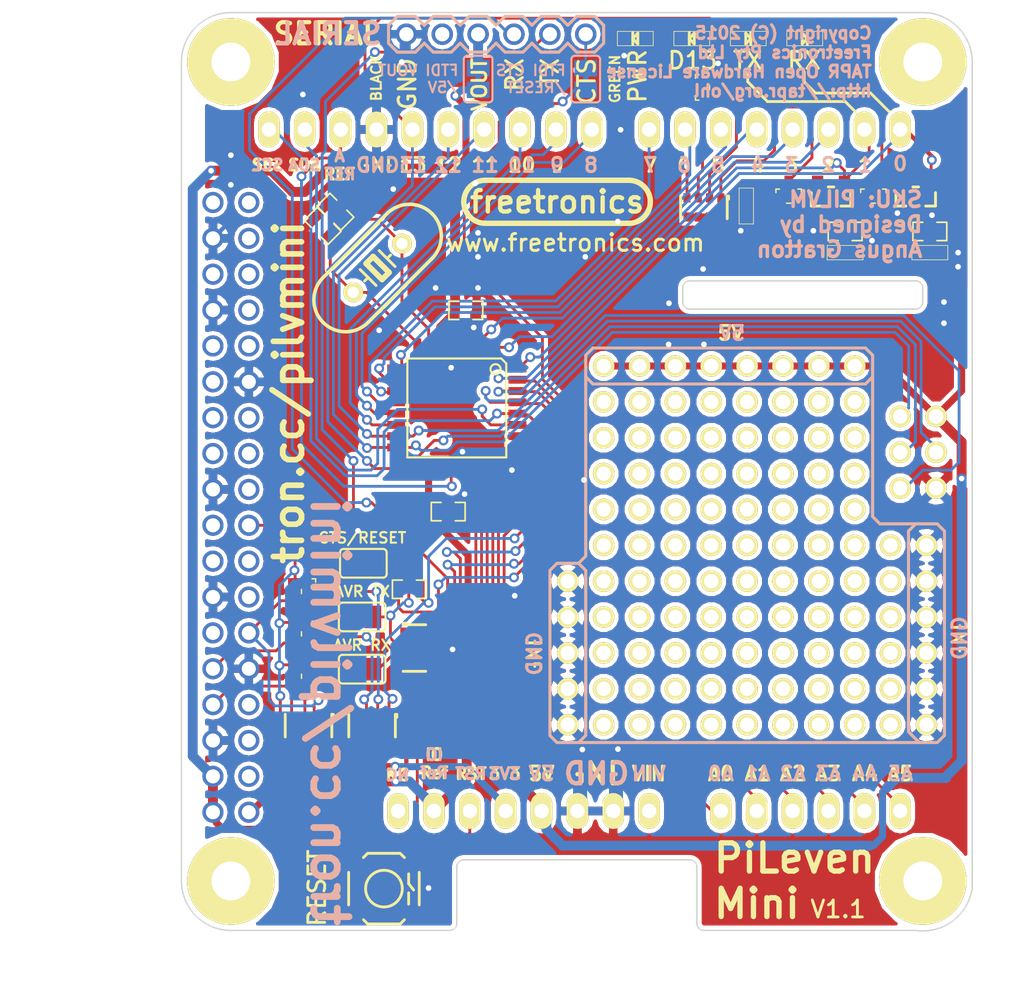
<source format=kicad_pcb>
(kicad_pcb (version 4) (host pcbnew "(2014-11-24 BZR 5301)-product")
  (layers (0 F.Cu signal) (31 B.Cu signal hide) (34 B.Paste user hide) (35 F.Paste user hide) (36 B.SilkS user hide) (37 F.SilkS user) (38 B.Mask user hide) (39 F.Mask user) (44 Edge.Cuts user))
  (net 0 "")
  (net 1 "Net-(D1-PadK)")
  (net 2 "Net-(D1-PadA)")
  (net 3 "Net-(D2-PadK)")
  (net 4 "Net-(D2-PadA)")
  (net 5 "Net-(D3-PadK)")
  (net 6 "Net-(D3-PadA)")
  (net 7 GND)
  (net 8 "Net-(D4-PadA)")
  (net 9 /D3)
  (net 10 /D4)
  (net 11 +5V)
  (net 12 "Net-(C11-Pad1)")
  (net 13 "Net-(C10-Pad1)")
  (net 14 /D5)
  (net 15 /D6)
  (net 16 /D7)
  (net 17 /D8)
  (net 18 /D9)
  (net 19 /D10_~SS)
  (net 20 /D11_MOSI)
  (net 21 /D12_MISO)
  (net 22 /D13_SCK)
  (net 23 /AVR_AREF)
  (net 24 /A0)
  (net 25 /A1)
  (net 26 /A2)
  (net 27 /A3)
  (net 28 /A4_SDA)
  (net 29 /A5_SCL)
  (net 30 /AVR_RESET)
  (net 31 /D0_RX)
  (net 32 /D1_TX)
  (net 33 /D2)
  (net 34 +3.3V)
  (net 35 /PI_TX)
  (net 36 /PI_RTS)
  (net 37 /PI_RX)
  (net 38 /VOUT)
  (net 39 /AVR_RX)
  (net 40 /AVR_TX)
  (net 41 /CTS)
  (net 42 "Net-(Q1-PadD)")
  (net 43 "Net-(Q2-PadD)")
  (net 44 /CTS_5V)
  (net 45 "Net-(C13-Pad1)")
  (net 46 /CHARGE)
  (net 47 "Net-(C14-Pad1)")
  (net 48 /EXT_CTS)
  (module FT:1pin_prototyping (layer F.Cu) (at 152.4 115.57)
    (fp_text reference 1pin_prototyping hide)
    (fp_text value val** hide)
    (pad 1 thru_hole circle (at 0 0) (size 1.524 1.524) (drill 1.016) (layers *.Cu *.Mask F.SilkS))
  )
  (module FT:1pin_prototyping (layer F.Cu) (at 154.94 113.03)
    (fp_text reference 1pin_prototyping hide)
    (fp_text value val** hide)
    (pad 1 thru_hole circle (at 0 0) (size 1.524 1.524) (drill 1.016) (layers *.Cu *.Mask F.SilkS) (net 11 +5V))
  )
  (module FT:1pin_prototyping (layer F.Cu) (at 152.4 113.03)
    (fp_text reference 1pin_prototyping hide)
    (fp_text value val** hide)
    (pad 1 thru_hole circle (at 0 0) (size 1.524 1.524) (drill 1.016) (layers *.Cu *.Mask F.SilkS) (net 11 +5V))
  )
  (module FT:1pin_prototyping (layer F.Cu) (at 157.48 113.03)
    (fp_text reference 1pin_prototyping hide)
    (fp_text value val** hide)
    (pad 1 thru_hole circle (at 0 0) (size 1.524 1.524) (drill 1.016) (layers *.Cu *.Mask F.SilkS) (net 11 +5V))
  )
  (module FT:1pin_prototyping (layer F.Cu) (at 160.02 113.03)
    (fp_text reference 1pin_prototyping hide)
    (fp_text value val** hide)
    (pad 1 thru_hole circle (at 0 0) (size 1.524 1.524) (drill 1.016) (layers *.Cu *.Mask F.SilkS) (net 11 +5V))
  )
  (module FT:1pin_prototyping (layer F.Cu) (at 162.56 113.03)
    (fp_text reference 1pin_prototyping hide)
    (fp_text value val** hide)
    (pad 1 thru_hole circle (at 0 0) (size 1.524 1.524) (drill 1.016) (layers *.Cu *.Mask F.SilkS) (net 11 +5V))
  )
  (module FT:1pin_prototyping (layer F.Cu) (at 165.1 113.03)
    (fp_text reference 1pin_prototyping hide)
    (fp_text value val** hide)
    (pad 1 thru_hole circle (at 0 0) (size 1.524 1.524) (drill 1.016) (layers *.Cu *.Mask F.SilkS) (net 11 +5V))
  )
  (module FT:1pin_prototyping (layer F.Cu) (at 170.18 113.03)
    (fp_text reference 1pin_prototyping hide)
    (fp_text value val** hide)
    (pad 1 thru_hole circle (at 0 0) (size 1.524 1.524) (drill 1.016) (layers *.Cu *.Mask F.SilkS) (net 11 +5V))
  )
  (module FT:1pin_prototyping (layer F.Cu) (at 167.64 113.03)
    (fp_text reference 1pin_prototyping hide)
    (fp_text value val** hide)
    (pad 1 thru_hole circle (at 0 0) (size 1.524 1.524) (drill 1.016) (layers *.Cu *.Mask F.SilkS) (net 11 +5V))
  )
  (module FT:1pin_prototyping (layer F.Cu) (at 167.64 115.57)
    (fp_text reference 1pin_prototyping hide)
    (fp_text value val** hide)
    (pad 1 thru_hole circle (at 0 0) (size 1.524 1.524) (drill 1.016) (layers *.Cu *.Mask F.SilkS))
  )
  (module FT:1pin_prototyping (layer F.Cu) (at 170.18 115.57)
    (fp_text reference 1pin_prototyping hide)
    (fp_text value val** hide)
    (pad 1 thru_hole circle (at 0 0) (size 1.524 1.524) (drill 1.016) (layers *.Cu *.Mask F.SilkS))
  )
  (module FT:1pin_prototyping (layer F.Cu) (at 165.1 115.57)
    (fp_text reference 1pin_prototyping hide)
    (fp_text value val** hide)
    (pad 1 thru_hole circle (at 0 0) (size 1.524 1.524) (drill 1.016) (layers *.Cu *.Mask F.SilkS))
  )
  (module FT:1pin_prototyping (layer F.Cu) (at 162.56 115.57)
    (fp_text reference 1pin_prototyping hide)
    (fp_text value val** hide)
    (pad 1 thru_hole circle (at 0 0) (size 1.524 1.524) (drill 1.016) (layers *.Cu *.Mask F.SilkS))
  )
  (module FT:1pin_prototyping (layer F.Cu) (at 160.02 115.57)
    (fp_text reference 1pin_prototyping hide)
    (fp_text value val** hide)
    (pad 1 thru_hole circle (at 0 0) (size 1.524 1.524) (drill 1.016) (layers *.Cu *.Mask F.SilkS))
  )
  (module FT:1pin_prototyping (layer F.Cu) (at 154.94 115.57)
    (fp_text reference 1pin_prototyping hide)
    (fp_text value val** hide)
    (pad 1 thru_hole circle (at 0 0) (size 1.524 1.524) (drill 1.016) (layers *.Cu *.Mask F.SilkS))
  )
  (module FT:1pin_prototyping (layer F.Cu) (at 157.48 115.57)
    (fp_text reference 1pin_prototyping hide)
    (fp_text value val** hide)
    (pad 1 thru_hole circle (at 0 0) (size 1.524 1.524) (drill 1.016) (layers *.Cu *.Mask F.SilkS))
  )
  (module FT:1pin_prototyping (layer F.Cu) (at 167.64 120.65)
    (fp_text reference 1pin_prototyping hide)
    (fp_text value val** hide)
    (pad 1 thru_hole circle (at 0 0) (size 1.524 1.524) (drill 1.016) (layers *.Cu *.Mask F.SilkS))
  )
  (module FT:1pin_prototyping (layer F.Cu) (at 170.18 120.65)
    (fp_text reference 1pin_prototyping hide)
    (fp_text value val** hide)
    (pad 1 thru_hole circle (at 0 0) (size 1.524 1.524) (drill 1.016) (layers *.Cu *.Mask F.SilkS))
  )
  (module FT:1pin_prototyping (layer F.Cu) (at 165.1 120.65)
    (fp_text reference 1pin_prototyping hide)
    (fp_text value val** hide)
    (pad 1 thru_hole circle (at 0 0) (size 1.524 1.524) (drill 1.016) (layers *.Cu *.Mask F.SilkS))
  )
  (module FT:1pin_prototyping (layer F.Cu) (at 162.56 120.65)
    (fp_text reference 1pin_prototyping hide)
    (fp_text value val** hide)
    (pad 1 thru_hole circle (at 0 0) (size 1.524 1.524) (drill 1.016) (layers *.Cu *.Mask F.SilkS))
  )
  (module FT:1pin_prototyping (layer F.Cu) (at 160.02 120.65)
    (fp_text reference 1pin_prototyping hide)
    (fp_text value val** hide)
    (pad 1 thru_hole circle (at 0 0) (size 1.524 1.524) (drill 1.016) (layers *.Cu *.Mask F.SilkS))
  )
  (module FT:1pin_prototyping (layer F.Cu) (at 152.4 120.65)
    (fp_text reference 1pin_prototyping hide)
    (fp_text value val** hide)
    (pad 1 thru_hole circle (at 0 0) (size 1.524 1.524) (drill 1.016) (layers *.Cu *.Mask F.SilkS))
  )
  (module FT:1pin_prototyping (layer F.Cu) (at 154.94 120.65)
    (fp_text reference 1pin_prototyping hide)
    (fp_text value val** hide)
    (pad 1 thru_hole circle (at 0 0) (size 1.524 1.524) (drill 1.016) (layers *.Cu *.Mask F.SilkS))
  )
  (module FT:1pin_prototyping (layer F.Cu) (at 157.48 120.65)
    (fp_text reference 1pin_prototyping hide)
    (fp_text value val** hide)
    (pad 1 thru_hole circle (at 0 0) (size 1.524 1.524) (drill 1.016) (layers *.Cu *.Mask F.SilkS))
  )
  (module FT:1pin_prototyping (layer F.Cu) (at 157.48 118.11)
    (fp_text reference 1pin_prototyping hide)
    (fp_text value val** hide)
    (pad 1 thru_hole circle (at 0 0) (size 1.524 1.524) (drill 1.016) (layers *.Cu *.Mask F.SilkS))
  )
  (module FT:1pin_prototyping (layer F.Cu) (at 154.94 118.11)
    (fp_text reference 1pin_prototyping hide)
    (fp_text value val** hide)
    (pad 1 thru_hole circle (at 0 0) (size 1.524 1.524) (drill 1.016) (layers *.Cu *.Mask F.SilkS))
  )
  (module FT:1pin_prototyping (layer F.Cu) (at 152.4 118.11)
    (fp_text reference 1pin_prototyping hide)
    (fp_text value val** hide)
    (pad 1 thru_hole circle (at 0 0) (size 1.524 1.524) (drill 1.016) (layers *.Cu *.Mask F.SilkS))
  )
  (module FT:1pin_prototyping (layer F.Cu) (at 160.02 118.11)
    (fp_text reference 1pin_prototyping hide)
    (fp_text value val** hide)
    (pad 1 thru_hole circle (at 0 0) (size 1.524 1.524) (drill 1.016) (layers *.Cu *.Mask F.SilkS))
  )
  (module FT:1pin_prototyping (layer F.Cu) (at 162.56 118.11)
    (fp_text reference 1pin_prototyping hide)
    (fp_text value val** hide)
    (pad 1 thru_hole circle (at 0 0) (size 1.524 1.524) (drill 1.016) (layers *.Cu *.Mask F.SilkS))
  )
  (module FT:1pin_prototyping (layer F.Cu) (at 165.1 118.11)
    (fp_text reference 1pin_prototyping hide)
    (fp_text value val** hide)
    (pad 1 thru_hole circle (at 0 0) (size 1.524 1.524) (drill 1.016) (layers *.Cu *.Mask F.SilkS))
  )
  (module FT:1pin_prototyping (layer F.Cu) (at 170.18 118.11)
    (fp_text reference 1pin_prototyping hide)
    (fp_text value val** hide)
    (pad 1 thru_hole circle (at 0 0) (size 1.524 1.524) (drill 1.016) (layers *.Cu *.Mask F.SilkS))
  )
  (module FT:1pin_prototyping (layer F.Cu) (at 167.64 118.11)
    (fp_text reference 1pin_prototyping hide)
    (fp_text value val** hide)
    (pad 1 thru_hole circle (at 0 0) (size 1.524 1.524) (drill 1.016) (layers *.Cu *.Mask F.SilkS))
  )
  (module FT:1pin_prototyping (layer F.Cu) (at 167.64 123.19)
    (fp_text reference 1pin_prototyping hide)
    (fp_text value val** hide)
    (pad 1 thru_hole circle (at 0 0) (size 1.524 1.524) (drill 1.016) (layers *.Cu *.Mask F.SilkS))
  )
  (module FT:1pin_prototyping (layer F.Cu) (at 170.18 123.19)
    (fp_text reference 1pin_prototyping hide)
    (fp_text value val** hide)
    (pad 1 thru_hole circle (at 0 0) (size 1.524 1.524) (drill 1.016) (layers *.Cu *.Mask F.SilkS))
  )
  (module FT:1pin_prototyping (layer F.Cu) (at 165.1 123.19)
    (fp_text reference 1pin_prototyping hide)
    (fp_text value val** hide)
    (pad 1 thru_hole circle (at 0 0) (size 1.524 1.524) (drill 1.016) (layers *.Cu *.Mask F.SilkS))
  )
  (module FT:1pin_prototyping (layer F.Cu) (at 162.56 123.19)
    (fp_text reference 1pin_prototyping hide)
    (fp_text value val** hide)
    (pad 1 thru_hole circle (at 0 0) (size 1.524 1.524) (drill 1.016) (layers *.Cu *.Mask F.SilkS))
  )
  (module FT:1pin_prototyping (layer F.Cu) (at 160.02 123.19)
    (fp_text reference 1pin_prototyping hide)
    (fp_text value val** hide)
    (pad 1 thru_hole circle (at 0 0) (size 1.524 1.524) (drill 1.016) (layers *.Cu *.Mask F.SilkS))
  )
  (module FT:1pin_prototyping (layer F.Cu) (at 152.4 123.19)
    (fp_text reference 1pin_prototyping hide)
    (fp_text value val** hide)
    (pad 1 thru_hole circle (at 0 0) (size 1.524 1.524) (drill 1.016) (layers *.Cu *.Mask F.SilkS))
  )
  (module FT:1pin_prototyping (layer F.Cu) (at 154.94 123.19)
    (fp_text reference 1pin_prototyping hide)
    (fp_text value val** hide)
    (pad 1 thru_hole circle (at 0 0) (size 1.524 1.524) (drill 1.016) (layers *.Cu *.Mask F.SilkS))
  )
  (module FT:1pin_prototyping (layer F.Cu) (at 157.48 123.19)
    (fp_text reference 1pin_prototyping hide)
    (fp_text value val** hide)
    (pad 1 thru_hole circle (at 0 0) (size 1.524 1.524) (drill 1.016) (layers *.Cu *.Mask F.SilkS))
  )
  (module FT:1pin_prototyping (layer F.Cu) (at 157.48 125.73)
    (fp_text reference 1pin_prototyping hide)
    (fp_text value val** hide)
    (pad 1 thru_hole circle (at 0 0) (size 1.524 1.524) (drill 1.016) (layers *.Cu *.Mask F.SilkS))
  )
  (module FT:1pin_prototyping (layer F.Cu) (at 154.94 125.73)
    (fp_text reference 1pin_prototyping hide)
    (fp_text value val** hide)
    (pad 1 thru_hole circle (at 0 0) (size 1.524 1.524) (drill 1.016) (layers *.Cu *.Mask F.SilkS))
  )
  (module FT:1pin_prototyping (layer F.Cu) (at 152.4 125.73)
    (fp_text reference 1pin_prototyping hide)
    (fp_text value val** hide)
    (pad 1 thru_hole circle (at 0 0) (size 1.524 1.524) (drill 1.016) (layers *.Cu *.Mask F.SilkS))
  )
  (module FT:1pin_prototyping (layer F.Cu) (at 160.02 125.73)
    (fp_text reference 1pin_prototyping hide)
    (fp_text value val** hide)
    (pad 1 thru_hole circle (at 0 0) (size 1.524 1.524) (drill 1.016) (layers *.Cu *.Mask F.SilkS))
  )
  (module FT:1pin_prototyping (layer F.Cu) (at 162.56 125.73)
    (fp_text reference 1pin_prototyping hide)
    (fp_text value val** hide)
    (pad 1 thru_hole circle (at 0 0) (size 1.524 1.524) (drill 1.016) (layers *.Cu *.Mask F.SilkS))
  )
  (module FT:1pin_prototyping (layer F.Cu) (at 165.1 125.73)
    (fp_text reference 1pin_prototyping hide)
    (fp_text value val** hide)
    (pad 1 thru_hole circle (at 0 0) (size 1.524 1.524) (drill 1.016) (layers *.Cu *.Mask F.SilkS))
  )
  (module FT:1pin_prototyping (layer F.Cu) (at 172.72 125.73)
    (fp_text reference 1pin_prototyping hide)
    (fp_text value val** hide)
    (pad 1 thru_hole circle (at 0 0) (size 1.524 1.524) (drill 1.016) (layers *.Cu *.Mask F.SilkS))
  )
  (module FT:1pin_prototyping (layer F.Cu) (at 170.18 125.73)
    (fp_text reference 1pin_prototyping hide)
    (fp_text value val** hide)
    (pad 1 thru_hole circle (at 0 0) (size 1.524 1.524) (drill 1.016) (layers *.Cu *.Mask F.SilkS))
  )
  (module FT:1pin_prototyping (layer F.Cu) (at 167.64 125.73)
    (fp_text reference 1pin_prototyping hide)
    (fp_text value val** hide)
    (pad 1 thru_hole circle (at 0 0) (size 1.524 1.524) (drill 1.016) (layers *.Cu *.Mask F.SilkS))
  )
  (module FT:1pin_prototyping (layer F.Cu) (at 175.26 125.73)
    (fp_text reference 1pin_prototyping hide)
    (fp_text value val** hide)
    (pad 1 thru_hole circle (at 0 0) (size 1.524 1.524) (drill 1.016) (layers *.Cu *.Mask F.SilkS) (net 7 GND))
  )
  (module FT:1pin_prototyping (layer F.Cu) (at 152.4 138.43)
    (fp_text reference 1pin_prototyping hide)
    (fp_text value val** hide)
    (pad 1 thru_hole circle (at 0 0) (size 1.524 1.524) (drill 1.016) (layers *.Cu *.Mask F.SilkS))
  )
  (module FT:1pin_prototyping (layer F.Cu) (at 149.86 138.43)
    (fp_text reference 1pin_prototyping hide)
    (fp_text value val** hide)
    (pad 1 thru_hole circle (at 0 0) (size 1.524 1.524) (drill 1.016) (layers *.Cu *.Mask F.SilkS) (net 7 GND))
  )
  (module FT:1pin_prototyping (layer F.Cu) (at 154.94 138.43)
    (fp_text reference 1pin_prototyping hide)
    (fp_text value val** hide)
    (pad 1 thru_hole circle (at 0 0) (size 1.524 1.524) (drill 1.016) (layers *.Cu *.Mask F.SilkS))
  )
  (module FT:1pin_prototyping (layer F.Cu) (at 157.48 138.43)
    (fp_text reference 1pin_prototyping hide)
    (fp_text value val** hide)
    (pad 1 thru_hole circle (at 0 0) (size 1.524 1.524) (drill 1.016) (layers *.Cu *.Mask F.SilkS))
  )
  (module FT:1pin_prototyping (layer F.Cu) (at 165.1 138.43)
    (fp_text reference 1pin_prototyping hide)
    (fp_text value val** hide)
    (pad 1 thru_hole circle (at 0 0) (size 1.524 1.524) (drill 1.016) (layers *.Cu *.Mask F.SilkS))
  )
  (module FT:1pin_prototyping (layer F.Cu) (at 162.56 138.43)
    (fp_text reference 1pin_prototyping hide)
    (fp_text value val** hide)
    (pad 1 thru_hole circle (at 0 0) (size 1.524 1.524) (drill 1.016) (layers *.Cu *.Mask F.SilkS))
  )
  (module FT:1pin_prototyping (layer F.Cu) (at 160.02 138.43)
    (fp_text reference 1pin_prototyping hide)
    (fp_text value val** hide)
    (pad 1 thru_hole circle (at 0 0) (size 1.524 1.524) (drill 1.016) (layers *.Cu *.Mask F.SilkS))
  )
  (module FT:1pin_prototyping (layer F.Cu) (at 167.64 138.43)
    (fp_text reference 1pin_prototyping hide)
    (fp_text value val** hide)
    (pad 1 thru_hole circle (at 0 0) (size 1.524 1.524) (drill 1.016) (layers *.Cu *.Mask F.SilkS))
  )
  (module FT:1pin_prototyping (layer F.Cu) (at 170.18 138.43)
    (fp_text reference 1pin_prototyping hide)
    (fp_text value val** hide)
    (pad 1 thru_hole circle (at 0 0) (size 1.524 1.524) (drill 1.016) (layers *.Cu *.Mask F.SilkS))
  )
  (module FT:1pin_prototyping (layer F.Cu) (at 172.72 138.43)
    (fp_text reference 1pin_prototyping hide)
    (fp_text value val** hide)
    (pad 1 thru_hole circle (at 0 0) (size 1.524 1.524) (drill 1.016) (layers *.Cu *.Mask F.SilkS))
  )
  (module FT:1pin_prototyping (layer F.Cu) (at 175.26 138.43)
    (fp_text reference 1pin_prototyping hide)
    (fp_text value val** hide)
    (pad 1 thru_hole circle (at 0 0) (size 1.524 1.524) (drill 1.016) (layers *.Cu *.Mask F.SilkS) (net 7 GND))
  )
  (module FT:ARDUINO_SHIELD (layer F.Cu) (at 109.9 147.08)
    (fp_text reference SHIELD1 hide)
    (fp_text value ARDUINO_FOOTPRINT hide)
    (pad AD5 thru_hole oval (at 63.5 -2.54 90) (size 2.54 1.524) (drill 1.016) (layers *.Cu *.Mask F.SilkS) (net 29 /A5_SCL))
    (pad AD4 thru_hole oval (at 60.96 -2.54 90) (size 2.54 1.524) (drill 1.016) (layers *.Cu *.Mask F.SilkS) (net 28 /A4_SDA))
    (pad AD3 thru_hole oval (at 58.42 -2.54 90) (size 2.54 1.524) (drill 1.016) (layers *.Cu *.Mask F.SilkS) (net 27 /A3))
    (pad AD0 thru_hole oval (at 50.8 -2.54 90) (size 2.54 1.524) (drill 1.016) (layers *.Cu *.Mask F.SilkS) (net 24 /A0))
    (pad AD1 thru_hole oval (at 53.34 -2.54 90) (size 2.54 1.524) (drill 1.016) (layers *.Cu *.Mask F.SilkS) (net 25 /A1))
    (pad AD2 thru_hole oval (at 55.88 -2.54 90) (size 2.54 1.524) (drill 1.016) (layers *.Cu *.Mask F.SilkS) (net 26 /A2))
    (pad V_IN thru_hole oval (at 45.72 -2.54 90) (size 2.54 1.524) (drill 1.016) (layers *.Cu *.Mask F.SilkS))
    (pad GND2 thru_hole oval (at 43.18 -2.54 90) (size 2.54 1.524) (drill 1.016) (layers *.Cu *.Mask F.SilkS) (net 7 GND))
    (pad GND1 thru_hole oval (at 40.64 -2.54 90) (size 2.54 1.524) (drill 1.016) (layers *.Cu *.Mask F.SilkS) (net 7 GND))
    (pad 3V3 thru_hole oval (at 35.56 -2.54 90) (size 2.54 1.524) (drill 1.016) (layers *.Cu *.Mask F.SilkS) (net 34 +3.3V))
    (pad RST thru_hole oval (at 33.02 -2.54 90) (size 2.54 1.524) (drill 1.016) (layers *.Cu *.Mask F.SilkS) (net 30 /AVR_RESET))
    (pad 0 thru_hole oval (at 63.5 -50.8 90) (size 2.54 1.524) (drill 1.016) (layers *.Cu *.Mask F.SilkS) (net 31 /D0_RX))
    (pad 1 thru_hole oval (at 60.96 -50.8 90) (size 2.54 1.524) (drill 1.016) (layers *.Cu *.Mask F.SilkS) (net 32 /D1_TX))
    (pad 2 thru_hole oval (at 58.42 -50.8 90) (size 2.54 1.524) (drill 1.016) (layers *.Cu *.Mask F.SilkS) (net 33 /D2))
    (pad 3 thru_hole oval (at 55.88 -50.8 90) (size 2.54 1.524) (drill 1.016) (layers *.Cu *.Mask F.SilkS) (net 9 /D3))
    (pad 4 thru_hole oval (at 53.34 -50.8 90) (size 2.54 1.524) (drill 1.016) (layers *.Cu *.Mask F.SilkS) (net 10 /D4))
    (pad 5 thru_hole oval (at 50.8 -50.8 90) (size 2.54 1.524) (drill 1.016) (layers *.Cu *.Mask F.SilkS) (net 14 /D5))
    (pad 6 thru_hole oval (at 48.26 -50.8 90) (size 2.54 1.524) (drill 1.016) (layers *.Cu *.Mask F.SilkS) (net 15 /D6))
    (pad 7 thru_hole oval (at 45.72 -50.8 90) (size 2.54 1.524) (drill 1.016) (layers *.Cu *.Mask F.SilkS) (net 16 /D7))
    (pad 8 thru_hole oval (at 41.656 -50.8 90) (size 2.54 1.524) (drill 1.016) (layers *.Cu *.Mask F.SilkS) (net 17 /D8))
    (pad 9 thru_hole oval (at 39.116 -50.8 90) (size 2.54 1.524) (drill 1.016) (layers *.Cu *.Mask F.SilkS) (net 18 /D9))
    (pad 10 thru_hole oval (at 36.576 -50.8 90) (size 2.54 1.524) (drill 1.016) (layers *.Cu *.Mask F.SilkS) (net 19 /D10_~SS))
    (pad 11 thru_hole oval (at 34.036 -50.8 90) (size 2.54 1.524) (drill 1.016) (layers *.Cu *.Mask F.SilkS) (net 20 /D11_MOSI))
    (pad 12 thru_hole oval (at 31.496 -50.8 90) (size 2.54 1.524) (drill 1.016) (layers *.Cu *.Mask F.SilkS) (net 21 /D12_MISO))
    (pad 13 thru_hole oval (at 28.956 -50.8 90) (size 2.54 1.524) (drill 1.016) (layers *.Cu *.Mask F.SilkS) (net 22 /D13_SCK))
    (pad GND3 thru_hole oval (at 26.416 -50.8 90) (size 2.54 1.524) (drill 1.016) (layers *.Cu *.Mask F.SilkS) (net 7 GND))
    (pad AREF thru_hole oval (at 23.876 -50.8 90) (size 2.54 1.524) (drill 1.016) (layers *.Cu *.Mask F.SilkS) (net 23 /AVR_AREF))
    (pad 5V thru_hole oval (at 38.1 -2.54 90) (size 2.54 1.524) (drill 1.016) (layers *.Cu *.Mask F.SilkS) (net 11 +5V))
    (pad SDA thru_hole oval (at 21.336 -50.8 90) (size 2.54 1.524) (drill 1.016) (layers *.Cu *.Mask F.SilkS) (net 28 /A4_SDA))
    (pad SCL thru_hole oval (at 18.796 -50.8 90) (size 2.54 1.524) (drill 1.016) (layers *.Cu *.Mask F.SilkS) (net 29 /A5_SCL))
    (pad IO_R thru_hole oval (at 30.48 -2.54 90) (size 2.54 1.524) (drill 1.016) (layers *.Cu *.Mask F.SilkS) (net 11 +5V))
    (pad NC thru_hole oval (at 27.94 -2.54 90) (size 2.54 1.524) (drill 1.016) (layers *.Cu *.Mask F.SilkS))
    (pad SP1 thru_hole circle (at 63.5 -30.48 90) (size 1.524 1.524) (drill 1.016) (layers *.Cu *.Mask F.SilkS) (net 21 /D12_MISO))
    (pad SP2 thru_hole circle (at 66.04 -30.48 90) (size 1.524 1.524) (drill 1.016) (layers *.Cu *.Mask F.SilkS) (net 11 +5V))
    (pad SP3 thru_hole circle (at 63.5 -27.94 90) (size 1.524 1.524) (drill 1.016) (layers *.Cu *.Mask F.SilkS) (net 22 /D13_SCK))
    (pad SP4 thru_hole circle (at 66.04 -27.94 90) (size 1.524 1.524) (drill 1.016) (layers *.Cu *.Mask F.SilkS) (net 20 /D11_MOSI))
    (pad SP5 thru_hole circle (at 63.5 -25.4 90) (size 1.524 1.524) (drill 1.016) (layers *.Cu *.Mask F.SilkS) (net 30 /AVR_RESET))
    (pad SP6 thru_hole circle (at 66.04 -25.4 90) (size 1.524 1.524) (drill 1.016) (layers *.Cu *.Mask F.SilkS) (net 7 GND))
  )
  (module FT:1pin_prototyping (layer F.Cu) (at 175.26 133.35)
    (fp_text reference 1pin_prototyping hide)
    (fp_text value val** hide)
    (pad 1 thru_hole circle (at 0 0) (size 1.524 1.524) (drill 1.016) (layers *.Cu *.Mask F.SilkS) (net 7 GND))
  )
  (module FT:1pin_prototyping (layer F.Cu) (at 175.26 135.89)
    (fp_text reference 1pin_prototyping hide)
    (fp_text value val** hide)
    (pad 1 thru_hole circle (at 0 0) (size 1.524 1.524) (drill 1.016) (layers *.Cu *.Mask F.SilkS) (net 7 GND))
  )
  (module FT:1pin_prototyping (layer F.Cu) (at 175.26 130.81)
    (fp_text reference 1pin_prototyping hide)
    (fp_text value val** hide)
    (pad 1 thru_hole circle (at 0 0) (size 1.524 1.524) (drill 1.016) (layers *.Cu *.Mask F.SilkS) (net 7 GND))
  )
  (module FT:1pin_prototyping (layer F.Cu) (at 175.26 128.27)
    (fp_text reference 1pin_prototyping hide)
    (fp_text value val** hide)
    (pad 1 thru_hole circle (at 0 0) (size 1.524 1.524) (drill 1.016) (layers *.Cu *.Mask F.SilkS) (net 7 GND))
  )
  (module FT:1pin_prototyping (layer F.Cu) (at 167.64 130.81)
    (fp_text reference 1pin_prototyping hide)
    (fp_text value val** hide)
    (pad 1 thru_hole circle (at 0 0) (size 1.524 1.524) (drill 1.016) (layers *.Cu *.Mask F.SilkS))
  )
  (module FT:1pin_prototyping (layer F.Cu) (at 167.64 128.27)
    (fp_text reference 1pin_prototyping hide)
    (fp_text value val** hide)
    (pad 1 thru_hole circle (at 0 0) (size 1.524 1.524) (drill 1.016) (layers *.Cu *.Mask F.SilkS))
  )
  (module FT:1pin_prototyping (layer F.Cu) (at 170.18 130.81)
    (fp_text reference 1pin_prototyping hide)
    (fp_text value val** hide)
    (pad 1 thru_hole circle (at 0 0) (size 1.524 1.524) (drill 1.016) (layers *.Cu *.Mask F.SilkS))
  )
  (module FT:1pin_prototyping (layer F.Cu) (at 170.18 128.27)
    (fp_text reference 1pin_prototyping hide)
    (fp_text value val** hide)
    (pad 1 thru_hole circle (at 0 0) (size 1.524 1.524) (drill 1.016) (layers *.Cu *.Mask F.SilkS))
  )
  (module FT:1pin_prototyping (layer F.Cu) (at 172.72 128.27)
    (fp_text reference 1pin_prototyping hide)
    (fp_text value val** hide)
    (pad 1 thru_hole circle (at 0 0) (size 1.524 1.524) (drill 1.016) (layers *.Cu *.Mask F.SilkS))
  )
  (module FT:1pin_prototyping (layer F.Cu) (at 172.72 130.81)
    (fp_text reference 1pin_prototyping hide)
    (fp_text value val** hide)
    (pad 1 thru_hole circle (at 0 0) (size 1.524 1.524) (drill 1.016) (layers *.Cu *.Mask F.SilkS))
  )
  (module FT:1pin_prototyping (layer F.Cu) (at 172.72 135.89)
    (fp_text reference 1pin_prototyping hide)
    (fp_text value val** hide)
    (pad 1 thru_hole circle (at 0 0) (size 1.524 1.524) (drill 1.016) (layers *.Cu *.Mask F.SilkS))
  )
  (module FT:1pin_prototyping (layer F.Cu) (at 172.72 133.35)
    (fp_text reference 1pin_prototyping hide)
    (fp_text value val** hide)
    (pad 1 thru_hole circle (at 0 0) (size 1.524 1.524) (drill 1.016) (layers *.Cu *.Mask F.SilkS))
  )
  (module FT:1pin_prototyping (layer F.Cu) (at 170.18 133.35)
    (fp_text reference 1pin_prototyping hide)
    (fp_text value val** hide)
    (pad 1 thru_hole circle (at 0 0) (size 1.524 1.524) (drill 1.016) (layers *.Cu *.Mask F.SilkS))
  )
  (module FT:1pin_prototyping (layer F.Cu) (at 170.18 135.89)
    (fp_text reference 1pin_prototyping hide)
    (fp_text value val** hide)
    (pad 1 thru_hole circle (at 0 0) (size 1.524 1.524) (drill 1.016) (layers *.Cu *.Mask F.SilkS))
  )
  (module FT:1pin_prototyping (layer F.Cu) (at 167.64 133.35)
    (fp_text reference 1pin_prototyping hide)
    (fp_text value val** hide)
    (pad 1 thru_hole circle (at 0 0) (size 1.524 1.524) (drill 1.016) (layers *.Cu *.Mask F.SilkS))
  )
  (module FT:1pin_prototyping (layer F.Cu) (at 167.64 135.89)
    (fp_text reference 1pin_prototyping hide)
    (fp_text value val** hide)
    (pad 1 thru_hole circle (at 0 0) (size 1.524 1.524) (drill 1.016) (layers *.Cu *.Mask F.SilkS))
  )
  (module FT:1pin_prototyping (layer F.Cu) (at 160.02 135.89)
    (fp_text reference 1pin_prototyping hide)
    (fp_text value val** hide)
    (pad 1 thru_hole circle (at 0 0) (size 1.524 1.524) (drill 1.016) (layers *.Cu *.Mask F.SilkS))
  )
  (module FT:1pin_prototyping (layer F.Cu) (at 160.02 133.35)
    (fp_text reference 1pin_prototyping hide)
    (fp_text value val** hide)
    (pad 1 thru_hole circle (at 0 0) (size 1.524 1.524) (drill 1.016) (layers *.Cu *.Mask F.SilkS))
  )
  (module FT:1pin_prototyping (layer F.Cu) (at 162.56 135.89)
    (fp_text reference 1pin_prototyping hide)
    (fp_text value val** hide)
    (pad 1 thru_hole circle (at 0 0) (size 1.524 1.524) (drill 1.016) (layers *.Cu *.Mask F.SilkS))
  )
  (module FT:1pin_prototyping (layer F.Cu) (at 162.56 133.35)
    (fp_text reference 1pin_prototyping hide)
    (fp_text value val** hide)
    (pad 1 thru_hole circle (at 0 0) (size 1.524 1.524) (drill 1.016) (layers *.Cu *.Mask F.SilkS))
  )
  (module FT:1pin_prototyping (layer F.Cu) (at 165.1 133.35)
    (fp_text reference 1pin_prototyping hide)
    (fp_text value val** hide)
    (pad 1 thru_hole circle (at 0 0) (size 1.524 1.524) (drill 1.016) (layers *.Cu *.Mask F.SilkS))
  )
  (module FT:1pin_prototyping (layer F.Cu) (at 165.1 135.89)
    (fp_text reference 1pin_prototyping hide)
    (fp_text value val** hide)
    (pad 1 thru_hole circle (at 0 0) (size 1.524 1.524) (drill 1.016) (layers *.Cu *.Mask F.SilkS))
  )
  (module FT:1pin_prototyping (layer F.Cu) (at 165.1 130.81)
    (fp_text reference 1pin_prototyping hide)
    (fp_text value val** hide)
    (pad 1 thru_hole circle (at 0 0) (size 1.524 1.524) (drill 1.016) (layers *.Cu *.Mask F.SilkS))
  )
  (module FT:1pin_prototyping (layer F.Cu) (at 165.1 128.27)
    (fp_text reference 1pin_prototyping hide)
    (fp_text value val** hide)
    (pad 1 thru_hole circle (at 0 0) (size 1.524 1.524) (drill 1.016) (layers *.Cu *.Mask F.SilkS))
  )
  (module FT:1pin_prototyping (layer F.Cu) (at 162.56 128.27)
    (fp_text reference 1pin_prototyping hide)
    (fp_text value val** hide)
    (pad 1 thru_hole circle (at 0 0) (size 1.524 1.524) (drill 1.016) (layers *.Cu *.Mask F.SilkS))
  )
  (module FT:1pin_prototyping (layer F.Cu) (at 162.56 130.81)
    (fp_text reference 1pin_prototyping hide)
    (fp_text value val** hide)
    (pad 1 thru_hole circle (at 0 0) (size 1.524 1.524) (drill 1.016) (layers *.Cu *.Mask F.SilkS))
  )
  (module FT:1pin_prototyping (layer F.Cu) (at 160.02 128.27)
    (fp_text reference 1pin_prototyping hide)
    (fp_text value val** hide)
    (pad 1 thru_hole circle (at 0 0) (size 1.524 1.524) (drill 1.016) (layers *.Cu *.Mask F.SilkS))
  )
  (module FT:1pin_prototyping (layer F.Cu) (at 160.02 130.81)
    (fp_text reference 1pin_prototyping hide)
    (fp_text value val** hide)
    (pad 1 thru_hole circle (at 0 0) (size 1.524 1.524) (drill 1.016) (layers *.Cu *.Mask F.SilkS))
  )
  (module FT:1pin_prototyping (layer F.Cu) (at 152.4 130.81)
    (fp_text reference 1pin_prototyping hide)
    (fp_text value val** hide)
    (pad 1 thru_hole circle (at 0 0) (size 1.524 1.524) (drill 1.016) (layers *.Cu *.Mask F.SilkS))
  )
  (module FT:1pin_prototyping (layer F.Cu) (at 152.4 128.27)
    (fp_text reference 1pin_prototyping hide)
    (fp_text value val** hide)
    (pad 1 thru_hole circle (at 0 0) (size 1.524 1.524) (drill 1.016) (layers *.Cu *.Mask F.SilkS))
  )
  (module FT:1pin_prototyping (layer F.Cu) (at 149.86 128.27)
    (fp_text reference 1pin_prototyping hide)
    (fp_text value val** hide)
    (pad 1 thru_hole circle (at 0 0) (size 1.524 1.524) (drill 1.016) (layers *.Cu *.Mask F.SilkS) (net 7 GND))
  )
  (module FT:1pin_prototyping (layer F.Cu) (at 149.86 130.81)
    (fp_text reference 1pin_prototyping hide)
    (fp_text value val** hide)
    (pad 1 thru_hole circle (at 0 0) (size 1.524 1.524) (drill 1.016) (layers *.Cu *.Mask F.SilkS) (net 7 GND))
  )
  (module FT:1pin_prototyping (layer F.Cu) (at 154.94 130.81)
    (fp_text reference 1pin_prototyping hide)
    (fp_text value val** hide)
    (pad 1 thru_hole circle (at 0 0) (size 1.524 1.524) (drill 1.016) (layers *.Cu *.Mask F.SilkS))
  )
  (module FT:1pin_prototyping (layer F.Cu) (at 154.94 128.27)
    (fp_text reference 1pin_prototyping hide)
    (fp_text value val** hide)
    (pad 1 thru_hole circle (at 0 0) (size 1.524 1.524) (drill 1.016) (layers *.Cu *.Mask F.SilkS))
  )
  (module FT:1pin_prototyping (layer F.Cu) (at 157.48 128.27)
    (fp_text reference 1pin_prototyping hide)
    (fp_text value val** hide)
    (pad 1 thru_hole circle (at 0 0) (size 1.524 1.524) (drill 1.016) (layers *.Cu *.Mask F.SilkS))
  )
  (module FT:1pin_prototyping (layer F.Cu) (at 157.48 130.81)
    (fp_text reference 1pin_prototyping hide)
    (fp_text value val** hide)
    (pad 1 thru_hole circle (at 0 0) (size 1.524 1.524) (drill 1.016) (layers *.Cu *.Mask F.SilkS))
  )
  (module FT:1pin_prototyping (layer F.Cu) (at 157.48 135.89)
    (fp_text reference 1pin_prototyping hide)
    (fp_text value val** hide)
    (pad 1 thru_hole circle (at 0 0) (size 1.524 1.524) (drill 1.016) (layers *.Cu *.Mask F.SilkS))
  )
  (module FT:1pin_prototyping (layer F.Cu) (at 157.48 133.35)
    (fp_text reference 1pin_prototyping hide)
    (fp_text value val** hide)
    (pad 1 thru_hole circle (at 0 0) (size 1.524 1.524) (drill 1.016) (layers *.Cu *.Mask F.SilkS))
  )
  (module FT:1pin_prototyping (layer F.Cu) (at 154.94 133.35)
    (fp_text reference 1pin_prototyping hide)
    (fp_text value val** hide)
    (pad 1 thru_hole circle (at 0 0) (size 1.524 1.524) (drill 1.016) (layers *.Cu *.Mask F.SilkS))
  )
  (module FT:1pin_prototyping (layer F.Cu) (at 154.94 135.89)
    (fp_text reference 1pin_prototyping hide)
    (fp_text value val** hide)
    (pad 1 thru_hole circle (at 0 0) (size 1.524 1.524) (drill 1.016) (layers *.Cu *.Mask F.SilkS))
  )
  (module FT:RASPBERRY_PI_HAT (layer F.Cu) (at 126 120.5 90)
    (fp_text reference J1 hide)
    (fp_text value RASPBERRY_PI_PLUS_CON hide)
    (pad 1 thru_hole oval (at -24.13 1.27 90) (size 1.5 1.5) (drill 1) (layers *.Cu *.Mask) (net 34 +3.3V))
    (pad 2 thru_hole oval (at -24.13 -1.27 90) (size 1.5 1.5) (drill 1) (layers *.Cu *.Mask) (net 11 +5V))
    (pad 3 thru_hole oval (at -21.59 1.27 90) (size 1.5 1.5) (drill 1) (layers *.Cu *.Mask))
    (pad 4 thru_hole oval (at -21.59 -1.27 90) (size 1.5 1.5) (drill 1) (layers *.Cu *.Mask) (net 11 +5V))
    (pad 5 thru_hole oval (at -19.05 1.27 90) (size 1.5 1.5) (drill 1) (layers *.Cu *.Mask))
    (pad 6 thru_hole oval (at -19.05 -1.27 90) (size 1.5 1.5) (drill 1) (layers *.Cu *.Mask) (net 7 GND))
    (pad 7 thru_hole oval (at -16.51 1.27 90) (size 1.5 1.5) (drill 1) (layers *.Cu *.Mask))
    (pad 8 thru_hole oval (at -16.51 -1.27 90) (size 1.5 1.5) (drill 1) (layers *.Cu *.Mask) (net 35 /PI_TX))
    (pad 9 thru_hole oval (at -13.97 1.27 90) (size 1.5 1.5) (drill 1) (layers *.Cu *.Mask) (net 7 GND))
    (pad 10 thru_hole oval (at -13.97 -1.27 90) (size 1.5 1.5) (drill 1) (layers *.Cu *.Mask) (net 37 /PI_RX))
    (pad 11 thru_hole oval (at -11.43 1.27 90) (size 1.5 1.5) (drill 1) (layers *.Cu *.Mask) (net 36 /PI_RTS))
    (pad 12 thru_hole oval (at -11.43 -1.27 90) (size 1.5 1.5) (drill 1) (layers *.Cu *.Mask))
    (pad 13 thru_hole oval (at -8.89 1.27 90) (size 1.5 1.5) (drill 1) (layers *.Cu *.Mask))
    (pad 14 thru_hole oval (at -8.89 -1.27 90) (size 1.5 1.5) (drill 1) (layers *.Cu *.Mask) (net 7 GND))
    (pad 15 thru_hole oval (at -6.35 1.27 90) (size 1.5 1.5) (drill 1) (layers *.Cu *.Mask))
    (pad 16 thru_hole oval (at -6.35 -1.27 90) (size 1.5 1.5) (drill 1) (layers *.Cu *.Mask))
    (pad 17 thru_hole oval (at -3.81 1.27 90) (size 1.5 1.5) (drill 1) (layers *.Cu *.Mask) (net 34 +3.3V))
    (pad 18 thru_hole oval (at -3.81 -1.27 90) (size 1.5 1.5) (drill 1) (layers *.Cu *.Mask))
    (pad 19 thru_hole oval (at -1.27 1.27 90) (size 1.5 1.5) (drill 1) (layers *.Cu *.Mask))
    (pad 20 thru_hole oval (at -1.27 -1.27 90) (size 1.5 1.5) (drill 1) (layers *.Cu *.Mask) (net 7 GND))
    (pad 21 thru_hole oval (at 1.27 1.27 90) (size 1.5 1.5) (drill 1) (layers *.Cu *.Mask))
    (pad 22 thru_hole oval (at 1.27 -1.27 90) (size 1.5 1.5) (drill 1) (layers *.Cu *.Mask))
    (pad 23 thru_hole oval (at 3.81 1.27 90) (size 1.5 1.5) (drill 1) (layers *.Cu *.Mask))
    (pad 24 thru_hole oval (at 3.81 -1.27 90) (size 1.5 1.5) (drill 1) (layers *.Cu *.Mask))
    (pad 25 thru_hole oval (at 6.35 1.27 90) (size 1.5 1.5) (drill 1) (layers *.Cu *.Mask) (net 7 GND))
    (pad 26 thru_hole oval (at 6.35 -1.27 90) (size 1.5 1.5) (drill 1) (layers *.Cu *.Mask))
    (pad 27 thru_hole oval (at 8.89 1.27 90) (size 1.5 1.5) (drill 1) (layers *.Cu *.Mask))
    (pad 28 thru_hole oval (at 8.89 -1.27 90) (size 1.5 1.5) (drill 1) (layers *.Cu *.Mask))
    (pad 29 thru_hole oval (at 11.43 1.27 90) (size 1.5 1.5) (drill 1) (layers *.Cu *.Mask))
    (pad 30 thru_hole oval (at 11.43 -1.27 90) (size 1.5 1.5) (drill 1) (layers *.Cu *.Mask) (net 7 GND))
    (pad 31 thru_hole oval (at 13.97 1.27 90) (size 1.5 1.5) (drill 1) (layers *.Cu *.Mask))
    (pad 32 thru_hole oval (at 13.97 -1.27 90) (size 1.5 1.5) (drill 1) (layers *.Cu *.Mask))
    (pad 33 thru_hole oval (at 16.51 1.27 90) (size 1.5 1.5) (drill 1) (layers *.Cu *.Mask))
    (pad 34 thru_hole oval (at 16.51 -1.27 90) (size 1.5 1.5) (drill 1) (layers *.Cu *.Mask) (net 7 GND))
    (pad 35 thru_hole oval (at 19.05 1.27 90) (size 1.5 1.5) (drill 1) (layers *.Cu *.Mask))
    (pad 36 thru_hole oval (at 19.05 -1.27 90) (size 1.5 1.5) (drill 1) (layers *.Cu *.Mask))
    (pad "" np_thru_hole circle (at 29 0 90) (size 6.2 6.2) (drill 2.75) (layers *.Cu *.Mask F.SilkS))
    (pad "" np_thru_hole circle (at -29 0 90) (size 6.2 6.2) (drill 2.75) (layers *.Cu *.Mask F.SilkS))
    (pad "" np_thru_hole circle (at -29 49 90) (size 6.2 6.2) (drill 2.75) (layers *.Cu *.Mask F.SilkS))
    (pad "" np_thru_hole circle (at 29 49 90) (size 6.2 6.2) (drill 2.75) (layers *.Cu *.Mask F.SilkS))
  )
  (module FT:LED-0603 (layer F.Cu) (at 158.64 89.84 180)
    (fp_text reference D1)
    (fp_text value D13/RED hide)
    (pad K smd rect (at 0.762 0 180) (size 0.762 0.762) (layers F.Cu F.Paste F.Mask) (net 1 "Net-(D1-PadK)"))
    (pad A smd rect (at -0.762 0 180) (size 0.762 0.762) (layers F.Cu F.Paste F.Mask) (net 2 "Net-(D1-PadA)"))
  )
  (module FT:LED-0603 (layer F.Cu) (at 162.64 89.84)
    (fp_text reference D2)
    (fp_text value TX/YEL hide)
    (pad K smd rect (at 0.762 0) (size 0.762 0.762) (layers F.Cu F.Paste F.Mask) (net 3 "Net-(D2-PadK)"))
    (pad A smd rect (at -0.762 0) (size 0.762 0.762) (layers F.Cu F.Paste F.Mask) (net 4 "Net-(D2-PadA)"))
  )
  (module FT:LED-0603 (layer F.Cu) (at 166.64 89.84)
    (fp_text reference D3)
    (fp_text value RX/GRN hide)
    (pad K smd rect (at 0.762 0) (size 0.762 0.762) (layers F.Cu F.Paste F.Mask) (net 5 "Net-(D3-PadK)"))
    (pad A smd rect (at -0.762 0) (size 0.762 0.762) (layers F.Cu F.Paste F.Mask) (net 6 "Net-(D3-PadA)"))
  )
  (module FT:LED-0603 (layer F.Cu) (at 154.64 89.84 180)
    (fp_text reference D4)
    (fp_text value POW/BLUE hide)
    (pad K smd rect (at 0.762 0 180) (size 0.762 0.762) (layers F.Cu F.Paste F.Mask) (net 7 GND))
    (pad A smd rect (at -0.762 0 180) (size 0.762 0.762) (layers F.Cu F.Paste F.Mask) (net 8 "Net-(D4-PadA)"))
  )
  (module FT:1X06 (layer F.Cu) (at 138.43 89.535)
    (fp_text reference JP1 hide)
    (fp_text value M06 hide)
    (pad 1 thru_hole oval (at 0 0 90) (size 1.524 1.524) (drill 1.016) (layers *.Cu *.Mask) (net 7 GND))
    (pad 2 thru_hole oval (at 2.54 0 90) (size 1.524 1.524) (drill 1.016) (layers *.Cu *.Mask))
    (pad 3 thru_hole oval (at 5.08 0 90) (size 1.524 1.524) (drill 1.016) (layers *.Cu *.Mask) (net 38 /VOUT))
    (pad 4 thru_hole oval (at 7.62 0 90) (size 1.524 1.524) (drill 1.016) (layers *.Cu *.Mask) (net 39 /AVR_RX))
    (pad 5 thru_hole oval (at 10.16 0 90) (size 1.524 1.524) (drill 1.016) (layers *.Cu *.Mask) (net 40 /AVR_TX))
    (pad 6 thru_hole oval (at 12.7 0 90) (size 1.524 1.524) (drill 1.016) (layers *.Cu *.Mask) (net 41 /CTS))
  )
  (module FT:RES_CAY16 (layer F.Cu) (at 131.5 138.5 180)
    (fp_text reference R4)
    (fp_text value 10K hide)
    (pad 2 smd rect (at -1.19888 -0.67564 180) (size 0.50038 0.65024) (layers F.Cu F.Paste F.Mask))
    (pad 4 smd rect (at -0.39878 -0.67564 180) (size 0.50038 0.65024) (layers F.Cu F.Paste F.Mask) (net 34 +3.3V))
    (pad 8 smd rect (at 1.19888 -0.67564 180) (size 0.50038 0.65024) (layers F.Cu F.Paste F.Mask) (net 34 +3.3V))
    (pad 6 smd rect (at 0.39878 -0.67564 180) (size 0.50038 0.65024) (layers F.Cu F.Paste F.Mask) (net 34 +3.3V))
    (pad 5 smd rect (at 0.39878 0.67564 180) (size 0.50038 0.65024) (layers F.Cu F.Paste F.Mask) (net 37 /PI_RX))
    (pad 7 smd rect (at 1.19888 0.67564 180) (size 0.50038 0.65024) (layers F.Cu F.Paste F.Mask) (net 35 /PI_TX))
    (pad 3 smd rect (at -0.39878 0.67564 180) (size 0.50038 0.65024) (layers F.Cu F.Paste F.Mask) (net 36 /PI_RTS))
    (pad 1 smd rect (at -1.19888 0.67564 180) (size 0.50038 0.65024) (layers F.Cu F.Paste F.Mask))
  )
  (module FT:RES_CAY16 (layer F.Cu) (at 136 138.5 180)
    (fp_text reference R7)
    (fp_text value 10K hide)
    (pad 2 smd rect (at -1.19888 -0.67564 180) (size 0.50038 0.65024) (layers F.Cu F.Paste F.Mask) (net 11 +5V))
    (pad 4 smd rect (at -0.39878 -0.67564 180) (size 0.50038 0.65024) (layers F.Cu F.Paste F.Mask) (net 11 +5V))
    (pad 8 smd rect (at 1.19888 -0.67564 180) (size 0.50038 0.65024) (layers F.Cu F.Paste F.Mask) (net 11 +5V))
    (pad 6 smd rect (at 0.39878 -0.67564 180) (size 0.50038 0.65024) (layers F.Cu F.Paste F.Mask) (net 11 +5V))
    (pad 5 smd rect (at 0.39878 0.67564 180) (size 0.50038 0.65024) (layers F.Cu F.Paste F.Mask) (net 42 "Net-(Q1-PadD)"))
    (pad 7 smd rect (at 1.19888 0.67564 180) (size 0.50038 0.65024) (layers F.Cu F.Paste F.Mask) (net 43 "Net-(Q2-PadD)"))
    (pad 3 smd rect (at -0.39878 0.67564 180) (size 0.50038 0.65024) (layers F.Cu F.Paste F.Mask) (net 44 /CTS_5V))
    (pad 1 smd rect (at -1.19888 0.67564 180) (size 0.50038 0.65024) (layers F.Cu F.Paste F.Mask) (net 30 /AVR_RESET))
  )
  (module FT:RES_CAY16 (layer F.Cu) (at 139 133 270)
    (fp_text reference R8)
    (fp_text value 470 hide)
    (pad 2 smd rect (at -1.19888 -0.67564 270) (size 0.50038 0.65024) (layers F.Cu F.Paste F.Mask))
    (pad 4 smd rect (at -0.39878 -0.67564 270) (size 0.50038 0.65024) (layers F.Cu F.Paste F.Mask) (net 32 /D1_TX))
    (pad 8 smd rect (at 1.19888 -0.67564 270) (size 0.50038 0.65024) (layers F.Cu F.Paste F.Mask))
    (pad 6 smd rect (at 0.39878 -0.67564 270) (size 0.50038 0.65024) (layers F.Cu F.Paste F.Mask) (net 31 /D0_RX))
    (pad 5 smd rect (at 0.39878 0.67564 270) (size 0.50038 0.65024) (layers F.Cu F.Paste F.Mask) (net 39 /AVR_RX))
    (pad 7 smd rect (at 1.19888 0.67564 270) (size 0.50038 0.65024) (layers F.Cu F.Paste F.Mask))
    (pad 3 smd rect (at -0.39878 0.67564 270) (size 0.50038 0.65024) (layers F.Cu F.Paste F.Mask) (net 40 /AVR_TX))
    (pad 1 smd rect (at -1.19888 0.67564 270) (size 0.50038 0.65024) (layers F.Cu F.Paste F.Mask))
  )
  (module FT:RES_CAY16 (layer F.Cu) (at 159.5 101.8 180)
    (fp_text reference R9)
    (fp_text value 1K hide)
    (pad 2 smd rect (at -1.19888 -0.67564 180) (size 0.50038 0.65024) (layers F.Cu F.Paste F.Mask) (net 11 +5V))
    (pad 4 smd rect (at -0.39878 -0.67564 180) (size 0.50038 0.65024) (layers F.Cu F.Paste F.Mask) (net 11 +5V))
    (pad 8 smd rect (at 1.19888 -0.67564 180) (size 0.50038 0.65024) (layers F.Cu F.Paste F.Mask) (net 11 +5V))
    (pad 6 smd rect (at 0.39878 -0.67564 180) (size 0.50038 0.65024) (layers F.Cu F.Paste F.Mask) (net 11 +5V))
    (pad 5 smd rect (at 0.39878 0.67564 180) (size 0.50038 0.65024) (layers F.Cu F.Paste F.Mask) (net 2 "Net-(D1-PadA)"))
    (pad 7 smd rect (at 1.19888 0.67564 180) (size 0.50038 0.65024) (layers F.Cu F.Paste F.Mask) (net 8 "Net-(D4-PadA)"))
    (pad 3 smd rect (at -0.39878 0.67564 180) (size 0.50038 0.65024) (layers F.Cu F.Paste F.Mask) (net 4 "Net-(D2-PadA)"))
    (pad 1 smd rect (at -1.19888 0.67564 180) (size 0.50038 0.65024) (layers F.Cu F.Paste F.Mask) (net 6 "Net-(D3-PadA)"))
  )
  (module FT:SJ_SHORTED (layer B.Cu) (at 151.13 92.71 270)
    (fp_text reference SJ1)
    (fp_text value SJ)
    (fp_line (start -0.762 0) (end 0.762 0) (layer B.Cu) (width 0.381))
    (pad 1 smd rect (at -0.762 0 270) (size 1.1684 1.6002) (layers B.Cu B.Mask) (net 41 /CTS))
    (pad 2 smd rect (at 0.762 0 270) (size 1.1684 1.6002) (layers B.Cu B.Mask) (net 48 /EXT_CTS))
  )
  (module FT:SJ_SHORTED (layer F.Cu) (at 135.3 130.8)
    (fp_text reference SJ2)
    (fp_text value SJ)
    (fp_line (start -0.762 0) (end 0.762 0) (layer F.Cu) (width 0.381))
    (pad 1 smd rect (at -0.762 0) (size 1.1684 1.6002) (layers F.Cu F.Mask) (net 42 "Net-(Q1-PadD)"))
    (pad 2 smd rect (at 0.762 0) (size 1.1684 1.6002) (layers F.Cu F.Mask) (net 40 /AVR_TX))
  )
  (module FT:SJ_SHORTED (layer F.Cu) (at 135.3 134.5)
    (fp_text reference SJ3)
    (fp_text value SJ)
    (fp_line (start -0.762 0) (end 0.762 0) (layer F.Cu) (width 0.381))
    (pad 1 smd rect (at -0.762 0) (size 1.1684 1.6002) (layers F.Cu F.Mask) (net 43 "Net-(Q2-PadD)"))
    (pad 2 smd rect (at 0.762 0) (size 1.1684 1.6002) (layers F.Cu F.Mask) (net 39 /AVR_RX))
  )
  (module FT:SJ_SHORTED (layer B.Cu) (at 143.51 92.71 270)
    (fp_text reference SJ6)
    (fp_text value SJ)
    (fp_line (start -0.762 0) (end 0.762 0) (layer B.Cu) (width 0.381))
    (pad 1 smd rect (at -0.762 0 270) (size 1.1684 1.6002) (layers B.Cu B.Mask) (net 38 /VOUT))
    (pad 2 smd rect (at 0.762 0 270) (size 1.1684 1.6002) (layers B.Cu B.Mask) (net 11 +5V))
  )
  (module FT:SJ_SHORTED (layer F.Cu) (at 135.382 127)
    (fp_text reference SJ7)
    (fp_text value SJ)
    (fp_line (start -0.762 0) (end 0.762 0) (layer F.Cu) (width 0.381))
    (pad 1 smd rect (at -0.762 0) (size 1.1684 1.6002) (layers F.Cu F.Mask) (net 44 /CTS_5V))
    (pad 2 smd rect (at 0.762 0) (size 1.1684 1.6002) (layers F.Cu F.Mask) (net 48 /EXT_CTS))
  )
  (module FT:0603 (layer F.Cu) (at 169.5 105)
    (fp_text reference R15)
    (fp_text value 200K hide)
    (pad 1 smd rect (at -0.762 0) (size 0.762 0.762) (layers F.Cu F.Paste F.Mask) (net 45 "Net-(C13-Pad1)"))
    (pad 2 smd rect (at 0.762 0) (size 0.762 0.762) (layers F.Cu F.Paste F.Mask) (net 7 GND))
  )
  (module FT:0603 (layer F.Cu) (at 175.5 105)
    (fp_text reference R16)
    (fp_text value 200K hide)
    (pad 1 smd rect (at -0.762 0) (size 0.762 0.762) (layers F.Cu F.Paste F.Mask) (net 47 "Net-(C14-Pad1)"))
    (pad 2 smd rect (at 0.762 0) (size 0.762 0.762) (layers F.Cu F.Paste F.Mask) (net 7 GND))
  )
  (module FT:0603 (layer F.Cu) (at 162.5 101.7 90)
    (fp_text reference R17)
    (fp_text value 50R hide)
    (pad 1 smd rect (at -0.762 0 90) (size 0.762 0.762) (layers F.Cu F.Paste F.Mask) (net 11 +5V))
    (pad 2 smd rect (at 0.762 0 90) (size 0.762 0.762) (layers F.Cu F.Paste F.Mask) (net 46 /CHARGE))
  )
  (module FT:LOGO_FREETRONICS (layer F.Cu) (at 149.1 101.4)
    (fp_text reference LOGO_FREETRONICS hide)
    (fp_text value val** hide)
    (fp_text user freetronics (at 0 0) (layer F.SilkS) (effects (font (thickness 0.3048))))
  )
  (module FT:1pin_prototyping (layer F.Cu) (at 149.86 135.89)
    (fp_text reference 1pin_prototyping hide)
    (fp_text value val** hide)
    (pad 1 thru_hole circle (at 0 0) (size 1.524 1.524) (drill 1.016) (layers *.Cu *.Mask F.SilkS) (net 7 GND))
  )
  (module FT:1pin_prototyping (layer F.Cu) (at 149.86 133.35)
    (fp_text reference 1pin_prototyping hide)
    (fp_text value val** hide)
    (pad 1 thru_hole circle (at 0 0) (size 1.524 1.524) (drill 1.016) (layers *.Cu *.Mask F.SilkS) (net 7 GND))
  )
  (module FT:1pin_prototyping (layer F.Cu) (at 152.4 133.35)
    (fp_text reference 1pin_prototyping hide)
    (fp_text value val** hide)
    (pad 1 thru_hole circle (at 0 0) (size 1.524 1.524) (drill 1.016) (layers *.Cu *.Mask F.SilkS))
  )
  (module FT:1pin_prototyping (layer F.Cu) (at 152.4 135.89)
    (fp_text reference 1pin_prototyping hide)
    (fp_text value val** hide)
    (pad 1 thru_hole circle (at 0 0) (size 1.524 1.524) (drill 1.016) (layers *.Cu *.Mask F.SilkS))
  )
  (module FT:0603_CAP (layer F.Cu) (at 141.39 123.34)
    (fp_text reference C9)
    (fp_text value 100nF hide)
    (pad 1 smd rect (at -0.762 0) (size 0.635 1.143) (layers F.Cu F.Paste F.Mask) (net 11 +5V))
    (pad 2 smd rect (at 0.762 0) (size 0.635 1.143) (layers F.Cu F.Paste F.Mask) (net 7 GND))
  )
  (module FT:0603_CAP (layer F.Cu) (at 132.5 103.1 135)
    (fp_text reference C10)
    (fp_text value 22pF hide)
    (pad 1 smd rect (at -0.762 0 135) (size 0.635 1.143) (layers F.Cu F.Paste F.Mask) (net 13 "Net-(C10-Pad1)"))
    (pad 2 smd rect (at 0.762 0 135) (size 0.635 1.143) (layers F.Cu F.Paste F.Mask) (net 7 GND))
  )
  (module FT:0603_CAP (layer F.Cu) (at 133.4 102.1 135)
    (fp_text reference C11)
    (fp_text value 22pF hide)
    (pad 1 smd rect (at -0.762 0 135) (size 0.635 1.143) (layers F.Cu F.Paste F.Mask) (net 12 "Net-(C11-Pad1)"))
    (pad 2 smd rect (at 0.762 0 135) (size 0.635 1.143) (layers F.Cu F.Paste F.Mask) (net 7 GND))
  )
  (module FT:0603_CAP (layer F.Cu) (at 138.64 128.84)
    (fp_text reference C12)
    (fp_text value 100nF hide)
    (pad 1 smd rect (at -0.762 0) (size 0.635 1.143) (layers F.Cu F.Paste F.Mask) (net 48 /EXT_CTS))
    (pad 2 smd rect (at 0.762 0) (size 0.635 1.143) (layers F.Cu F.Paste F.Mask) (net 30 /AVR_RESET))
  )
  (module FT:0603_CAP (layer F.Cu) (at 169.5 103.5)
    (fp_text reference C13)
    (fp_text value 1uF hide)
    (pad 1 smd rect (at -0.762 0) (size 0.635 1.143) (layers F.Cu F.Paste F.Mask) (net 45 "Net-(C13-Pad1)"))
    (pad 2 smd rect (at 0.762 0) (size 0.635 1.143) (layers F.Cu F.Paste F.Mask) (net 7 GND))
  )
  (module FT:0603_CAP (layer F.Cu) (at 175.5 103.5)
    (fp_text reference C14)
    (fp_text value 1uF hide)
    (pad 1 smd rect (at -0.762 0) (size 0.635 1.143) (layers F.Cu F.Paste F.Mask) (net 47 "Net-(C14-Pad1)"))
    (pad 2 smd rect (at 0.762 0) (size 0.635 1.143) (layers F.Cu F.Paste F.Mask) (net 7 GND))
  )
  (module FT:0603_CAP (layer F.Cu) (at 142.64 109.09)
    (fp_text reference C16)
    (fp_text value 100nF hide)
    (pad 1 smd rect (at -0.762 0) (size 0.635 1.143) (layers F.Cu F.Paste F.Mask) (net 11 +5V))
    (pad 2 smd rect (at 0.762 0) (size 0.635 1.143) (layers F.Cu F.Paste F.Mask) (net 7 GND))
  )
  (module FT:SOT323_FET (layer F.Cu) (at 131.5 132 270)
    (fp_text reference Q1)
    (fp_text value RJU003N03 hide)
    (pad S smd rect (at 0.65024 0.94996 90) (size 0.59944 1.00076) (layers F.Cu F.Paste F.Mask) (net 37 /PI_RX))
    (pad G smd rect (at -0.65024 0.94996 90) (size 0.59944 1.00076) (layers F.Cu F.Paste F.Mask) (net 34 +3.3V))
    (pad D smd rect (at 0 -0.94996 90) (size 0.59944 1.00076) (layers F.Cu F.Paste F.Mask) (net 42 "Net-(Q1-PadD)"))
  )
  (module FT:SOT323_FET (layer F.Cu) (at 131.5 135 270)
    (fp_text reference Q2)
    (fp_text value RJU003N03 hide)
    (pad S smd rect (at 0.65024 0.94996 90) (size 0.59944 1.00076) (layers F.Cu F.Paste F.Mask) (net 35 /PI_TX))
    (pad G smd rect (at -0.65024 0.94996 90) (size 0.59944 1.00076) (layers F.Cu F.Paste F.Mask) (net 34 +3.3V))
    (pad D smd rect (at 0 -0.94996 90) (size 0.59944 1.00076) (layers F.Cu F.Paste F.Mask) (net 43 "Net-(Q2-PadD)"))
  )
  (module FT:SOT323_FET (layer F.Cu) (at 131.5 129 270)
    (fp_text reference Q6)
    (fp_text value RJU003N03 hide)
    (pad S smd rect (at 0.65024 0.94996 90) (size 0.59944 1.00076) (layers F.Cu F.Paste F.Mask) (net 36 /PI_RTS))
    (pad G smd rect (at -0.65024 0.94996 90) (size 0.59944 1.00076) (layers F.Cu F.Paste F.Mask) (net 34 +3.3V))
    (pad D smd rect (at 0 -0.94996 90) (size 0.59944 1.00076) (layers F.Cu F.Paste F.Mask) (net 44 /CTS_5V))
  )
  (module FT:SOT23_FET (layer F.Cu) (at 168.5 101 180)
    (fp_text reference Q7)
    (fp_text value BSS84 hide)
    (pad D smd rect (at 0 -1.09982 180) (size 0.8001 0.89916) (layers F.Cu F.Paste F.Mask) (net 45 "Net-(C13-Pad1)"))
    (pad G smd rect (at -0.94996 1.00076 180) (size 0.8001 0.89916) (layers F.Cu F.Paste F.Mask) (net 32 /D1_TX))
    (pad S smd rect (at 0.94996 1.00076 180) (size 0.8001 0.89916) (layers F.Cu F.Paste F.Mask) (net 46 /CHARGE))
  )
  (module FT:SOT23_FET (layer F.Cu) (at 174.5 101 180)
    (fp_text reference Q8)
    (fp_text value BSS84 hide)
    (pad D smd rect (at 0 -1.09982 180) (size 0.8001 0.89916) (layers F.Cu F.Paste F.Mask) (net 47 "Net-(C14-Pad1)"))
    (pad G smd rect (at -0.94996 1.00076 180) (size 0.8001 0.89916) (layers F.Cu F.Paste F.Mask) (net 31 /D0_RX))
    (pad S smd rect (at 0.94996 1.00076 180) (size 0.8001 0.89916) (layers F.Cu F.Paste F.Mask) (net 46 /CHARGE))
  )
  (module FT:SOT323_FET (layer F.Cu) (at 165.5 101)
    (fp_text reference Q9)
    (fp_text value RJU003N03 hide)
    (pad S smd rect (at 0.65024 0.94996 180) (size 0.59944 1.00076) (layers F.Cu F.Paste F.Mask) (net 7 GND))
    (pad G smd rect (at -0.65024 0.94996 180) (size 0.59944 1.00076) (layers F.Cu F.Paste F.Mask) (net 45 "Net-(C13-Pad1)"))
    (pad D smd rect (at 0 -0.94996 180) (size 0.59944 1.00076) (layers F.Cu F.Paste F.Mask) (net 3 "Net-(D2-PadK)"))
  )
  (module FT:SOT323_FET (layer F.Cu) (at 171.5 101)
    (fp_text reference Q10)
    (fp_text value RJU003N03 hide)
    (pad S smd rect (at 0.65024 0.94996 180) (size 0.59944 1.00076) (layers F.Cu F.Paste F.Mask) (net 7 GND))
    (pad G smd rect (at -0.65024 0.94996 180) (size 0.59944 1.00076) (layers F.Cu F.Paste F.Mask) (net 47 "Net-(C14-Pad1)"))
    (pad D smd rect (at 0 -0.94996 180) (size 0.59944 1.00076) (layers F.Cu F.Paste F.Mask) (net 5 "Net-(D3-PadK)"))
  )
  (module FT:SOT323_FET (layer F.Cu) (at 159.4 93.3 90)
    (fp_text reference Q11)
    (fp_text value RJU003N03 hide)
    (pad S smd rect (at 0.65024 0.94996 270) (size 0.59944 1.00076) (layers F.Cu F.Paste F.Mask) (net 7 GND))
    (pad G smd rect (at -0.65024 0.94996 270) (size 0.59944 1.00076) (layers F.Cu F.Paste F.Mask) (net 22 /D13_SCK))
    (pad D smd rect (at 0 -0.94996 270) (size 0.59944 1.00076) (layers F.Cu F.Paste F.Mask) (net 1 "Net-(D1-PadK)"))
  )
  (module FT:SW_PUSHBUTTON_SMD (layer F.Cu) (at 136.84 150.04)
    (fp_text reference SW1)
    (fp_text value SW_PUSHBUTTON hide)
    (pad 2 smd rect (at -2.667 1.905) (size 1.778 0.762) (layers F.Cu F.Paste F.Mask) (net 7 GND))
    (pad 2 smd rect (at 2.667 1.905) (size 1.778 0.762) (layers F.Cu F.Paste F.Mask) (net 7 GND))
    (pad 1 smd rect (at 2.667 -1.905) (size 1.778 0.762) (layers F.Cu F.Paste F.Mask) (net 30 /AVR_RESET))
    (pad 1 smd rect (at -2.667 -1.905) (size 1.778 0.762) (layers F.Cu F.Paste F.Mask) (net 30 /AVR_RESET))
  )
  (module FT:CRYSTAL_HC49_PTH (layer F.Cu) (at 136.39 106.09 45)
    (fp_text reference X1)
    (fp_text value 16MHz hide)
    (pad 1 thru_hole circle (at -2.44094 0 45) (size 1.39954 1.39954) (drill 0.8001) (layers *.Cu *.Mask F.SilkS) (net 13 "Net-(C10-Pad1)"))
    (pad 2 thru_hole circle (at 2.44094 0 45) (size 1.39954 1.39954) (drill 0.8001) (layers *.Cu *.Mask F.SilkS) (net 12 "Net-(C11-Pad1)"))
  )
  (module FT:QFP32_7mm_0.8mm (layer F.Cu) (at 142 116 270)
    (fp_text reference IC1)
    (fp_text value ATMEGA328P-A)
    (pad 1 smd rect (at -4.2926 -2.79908 270) (size 1.27 0.5588) (layers F.Cu F.Paste F.Mask) (net 9 /D3))
    (pad 2 smd rect (at -4.2926 -1.99898 270) (size 1.27 0.5588) (layers F.Cu F.Paste F.Mask) (net 10 /D4))
    (pad 3 smd rect (at -4.2926 -1.19888 270) (size 1.27 0.5588) (layers F.Cu F.Paste F.Mask) (net 7 GND))
    (pad 4 smd rect (at -4.2926 -0.39878 270) (size 1.27 0.5588) (layers F.Cu F.Paste F.Mask) (net 11 +5V))
    (pad 5 smd rect (at -4.2926 0.39878 270) (size 1.27 0.5588) (layers F.Cu F.Paste F.Mask) (net 7 GND))
    (pad 6 smd rect (at -4.2926 1.19888 270) (size 1.27 0.5588) (layers F.Cu F.Paste F.Mask) (net 11 +5V))
    (pad 7 smd rect (at -4.2926 1.99898 270) (size 1.27 0.5588) (layers F.Cu F.Paste F.Mask) (net 12 "Net-(C11-Pad1)"))
    (pad 8 smd rect (at -4.2926 2.79908 270) (size 1.27 0.5588) (layers F.Cu F.Paste F.Mask) (net 13 "Net-(C10-Pad1)"))
    (pad 9 smd rect (at -2.79908 4.2926 270) (size 0.5588 1.27) (layers F.Cu F.Paste F.Mask) (net 14 /D5))
    (pad 10 smd rect (at -1.99898 4.2926 270) (size 0.5588 1.27) (layers F.Cu F.Paste F.Mask) (net 15 /D6))
    (pad 11 smd rect (at -1.19888 4.2926 270) (size 0.5588 1.27) (layers F.Cu F.Paste F.Mask) (net 16 /D7))
    (pad 12 smd rect (at -0.39878 4.2926 270) (size 0.5588 1.27) (layers F.Cu F.Paste F.Mask) (net 17 /D8))
    (pad 13 smd rect (at 0.39878 4.2926 270) (size 0.5588 1.27) (layers F.Cu F.Paste F.Mask) (net 18 /D9))
    (pad 14 smd rect (at 1.19888 4.2926 270) (size 0.5588 1.27) (layers F.Cu F.Paste F.Mask) (net 19 /D10_~SS))
    (pad 15 smd rect (at 1.99898 4.2926 270) (size 0.5588 1.27) (layers F.Cu F.Paste F.Mask) (net 20 /D11_MOSI))
    (pad 16 smd rect (at 2.79908 4.2926 270) (size 0.5588 1.27) (layers F.Cu F.Paste F.Mask) (net 21 /D12_MISO))
    (pad 17 smd rect (at 4.2926 2.79908 270) (size 1.27 0.5588) (layers F.Cu F.Paste F.Mask) (net 22 /D13_SCK))
    (pad 18 smd rect (at 4.2926 1.99898 270) (size 1.27 0.5588) (layers F.Cu F.Paste F.Mask) (net 11 +5V))
    (pad 19 smd rect (at 4.2926 1.19888 270) (size 1.27 0.5588) (layers F.Cu F.Paste F.Mask))
    (pad 20 smd rect (at 4.2926 0.39878 270) (size 1.27 0.5588) (layers F.Cu F.Paste F.Mask) (net 23 /AVR_AREF))
    (pad 21 smd rect (at 4.2926 -0.39878 270) (size 1.27 0.5588) (layers F.Cu F.Paste F.Mask) (net 7 GND))
    (pad 22 smd rect (at 4.2926 -1.19888 270) (size 1.27 0.5588) (layers F.Cu F.Paste F.Mask))
    (pad 23 smd rect (at 4.2926 -1.99898 270) (size 1.27 0.5588) (layers F.Cu F.Paste F.Mask) (net 24 /A0))
    (pad 24 smd rect (at 4.2926 -2.79908 270) (size 1.27 0.5588) (layers F.Cu F.Paste F.Mask) (net 25 /A1))
    (pad 25 smd rect (at 2.79908 -4.2926 270) (size 0.5588 1.27) (layers F.Cu F.Paste F.Mask) (net 26 /A2))
    (pad 26 smd rect (at 1.99898 -4.2926 270) (size 0.5588 1.27) (layers F.Cu F.Paste F.Mask) (net 27 /A3))
    (pad 27 smd rect (at 1.19888 -4.2926 270) (size 0.5588 1.27) (layers F.Cu F.Paste F.Mask) (net 28 /A4_SDA))
    (pad 28 smd rect (at 0.39878 -4.2926 270) (size 0.5588 1.27) (layers F.Cu F.Paste F.Mask) (net 29 /A5_SCL))
    (pad 29 smd rect (at -0.39878 -4.2926 270) (size 0.5588 1.27) (layers F.Cu F.Paste F.Mask) (net 30 /AVR_RESET))
    (pad 30 smd rect (at -1.19888 -4.2926 270) (size 0.5588 1.27) (layers F.Cu F.Paste F.Mask) (net 31 /D0_RX))
    (pad 31 smd rect (at -1.99898 -4.2926 270) (size 0.5588 1.27) (layers F.Cu F.Paste F.Mask) (net 32 /D1_TX))
    (pad 32 smd rect (at -2.79908 -4.2926 270) (size 0.5588 1.27) (layers F.Cu F.Paste F.Mask) (net 33 /D2))
  )
  (gr_line (start 140.335 88.265) (end 139.7 88.9) (angle 90) (layer B.SilkS) (width 0.2))
  (gr_line (start 141.605 88.265) (end 140.335 88.265) (angle 90) (layer B.SilkS) (width 0.2))
  (gr_line (start 142.24 88.9) (end 141.605 88.265) (angle 90) (layer B.SilkS) (width 0.2))
  (gr_line (start 142.875 88.265) (end 142.24 88.9) (angle 90) (layer B.SilkS) (width 0.2))
  (gr_line (start 144.145 88.265) (end 142.875 88.265) (angle 90) (layer B.SilkS) (width 0.2))
  (gr_line (start 144.78 88.9) (end 144.145 88.265) (angle 90) (layer B.SilkS) (width 0.2))
  (gr_line (start 145.415 88.265) (end 144.78 88.9) (angle 90) (layer B.SilkS) (width 0.2))
  (gr_line (start 146.685 88.265) (end 145.415 88.265) (angle 90) (layer B.SilkS) (width 0.2))
  (gr_line (start 147.32 88.9) (end 146.685 88.265) (angle 90) (layer B.SilkS) (width 0.2))
  (gr_line (start 147.955 88.265) (end 147.32 88.9) (angle 90) (layer B.SilkS) (width 0.2))
  (gr_line (start 149.225 88.265) (end 147.955 88.265) (angle 90) (layer B.SilkS) (width 0.2))
  (gr_line (start 149.86 88.9) (end 149.225 88.265) (angle 90) (layer B.SilkS) (width 0.2))
  (gr_line (start 150.495 88.265) (end 149.86 88.9) (angle 90) (layer B.SilkS) (width 0.2))
  (gr_line (start 151.765 88.265) (end 150.495 88.265) (angle 90) (layer B.SilkS) (width 0.2))
  (gr_line (start 152.4 88.9) (end 151.765 88.265) (angle 90) (layer B.SilkS) (width 0.2))
  (gr_line (start 152.4 90.17) (end 152.4 88.9) (angle 90) (layer B.SilkS) (width 0.2))
  (gr_line (start 151.765 90.805) (end 152.4 90.17) (angle 90) (layer B.SilkS) (width 0.2))
  (gr_line (start 150.495 90.805) (end 151.765 90.805) (angle 90) (layer B.SilkS) (width 0.2))
  (gr_line (start 149.86 90.17) (end 150.495 90.805) (angle 90) (layer B.SilkS) (width 0.2))
  (gr_line (start 149.225 90.805) (end 149.86 90.17) (angle 90) (layer B.SilkS) (width 0.2))
  (gr_line (start 147.955 90.805) (end 149.225 90.805) (angle 90) (layer B.SilkS) (width 0.2))
  (gr_line (start 147.32 90.17) (end 147.955 90.805) (angle 90) (layer B.SilkS) (width 0.2))
  (gr_line (start 146.685 90.805) (end 147.32 90.17) (angle 90) (layer B.SilkS) (width 0.2))
  (gr_line (start 145.415 90.805) (end 146.685 90.805) (angle 90) (layer B.SilkS) (width 0.2))
  (gr_line (start 144.78 90.17) (end 145.415 90.805) (angle 90) (layer B.SilkS) (width 0.2))
  (gr_line (start 144.145 90.805) (end 144.78 90.17) (angle 90) (layer B.SilkS) (width 0.2))
  (gr_line (start 142.875 90.805) (end 144.145 90.805) (angle 90) (layer B.SilkS) (width 0.2))
  (gr_line (start 142.24 90.17) (end 142.875 90.805) (angle 90) (layer B.SilkS) (width 0.2))
  (gr_line (start 141.605 90.805) (end 142.24 90.17) (angle 90) (layer B.SilkS) (width 0.2))
  (gr_line (start 140.335 90.805) (end 141.605 90.805) (angle 90) (layer B.SilkS) (width 0.2))
  (gr_line (start 139.7 90.17) (end 140.335 90.805) (angle 90) (layer B.SilkS) (width 0.2))
  (gr_line (start 139.065 90.805) (end 139.7 90.17) (angle 90) (layer B.SilkS) (width 0.2))
  (gr_line (start 137.795 90.805) (end 139.065 90.805) (angle 90) (layer B.SilkS) (width 0.2))
  (gr_line (start 137.16 90.17) (end 137.795 90.805) (angle 90) (layer B.SilkS) (width 0.2))
  (gr_line (start 137.16 88.9) (end 137.16 90.17) (angle 90) (layer B.SilkS) (width 0.2))
  (gr_line (start 137.795 88.265) (end 137.16 88.9) (angle 90) (layer B.SilkS) (width 0.2))
  (gr_line (start 139.065 88.265) (end 137.795 88.265) (angle 90) (layer B.SilkS) (width 0.2))
  (gr_line (start 139.7 88.9) (end 139.065 88.265) (angle 90) (layer B.SilkS) (width 0.2))
  (gr_text "AVR RX" (at 135.3 132.8) (layer F.SilkS) (effects (font (size 0.75 0.75))))
  (gr_text 5V (at 161.5 110.7) (layer B.SilkS) (effects (font (size 1 1) (thickness 0.2)) (justify mirror)))
  (gr_text 5V (at 161.4 110.7) (layer F.SilkS) (effects (font (size 1 1) (thickness 0.2))))
  (gr_line (start 151.638 114.3) (end 151.13 113.792) (angle 90) (layer B.SilkS) (width 0.2))
  (gr_line (start 170.942 114.3) (end 151.638 114.3) (angle 90) (layer B.SilkS) (width 0.2))
  (gr_line (start 171.45 113.792) (end 170.942 114.3) (angle 90) (layer B.SilkS) (width 0.2))
  (gr_line (start 170.942 114.3) (end 171.45 113.792) (angle 90) (layer F.SilkS) (width 0.2))
  (gr_line (start 151.638 114.3) (end 170.942 114.3) (angle 90) (layer F.SilkS) (width 0.2))
  (gr_line (start 151.638 114.3) (end 151.13 113.792) (angle 90) (layer F.SilkS) (width 0.2))
  (gr_text GND (at 177.6 132.3 90) (layer B.SilkS) (effects (font (size 1 1) (thickness 0.2)) (justify mirror)))
  (gr_text GND (at 177.6 132.3 90) (layer F.SilkS) (effects (font (size 1 1) (thickness 0.2))))
  (gr_line (start 173.99 138.938) (end 174.752 139.7) (angle 90) (layer B.SilkS) (width 0.2))
  (gr_line (start 173.99 124.714) (end 173.99 138.938) (angle 90) (layer B.SilkS) (width 0.2))
  (gr_line (start 174.498 124.206) (end 173.99 124.714) (angle 90) (layer B.SilkS) (width 0.2))
  (gr_line (start 173.99 138.938) (end 173.99 124.714) (angle 90) (layer F.SilkS) (width 0.2))
  (gr_line (start 173.99 138.938) (end 174.752 139.7) (angle 90) (layer F.SilkS) (width 0.2))
  (gr_line (start 174.498 124.206) (end 173.99 124.714) (angle 90) (layer F.SilkS) (width 0.2))
  (gr_text GND (at 147.5 133.4 90) (layer B.SilkS) (effects (font (size 1 1) (thickness 0.2)) (justify mirror)))
  (gr_text GND (at 147.5 133.4 90) (layer F.SilkS) (effects (font (size 1 1) (thickness 0.2))))
  (gr_line (start 151.13 127.508) (end 150.622 127) (angle 90) (layer B.SilkS) (width 0.2))
  (gr_line (start 151.13 139.192) (end 151.13 127.508) (angle 90) (layer B.SilkS) (width 0.2))
  (gr_line (start 150.622 139.7) (end 151.13 139.192) (angle 90) (layer B.SilkS) (width 0.2))
  (gr_line (start 151.13 139.192) (end 150.622 139.7) (angle 90) (layer F.SilkS) (width 0.2))
  (gr_line (start 151.13 138.938) (end 151.13 139.192) (angle 90) (layer F.SilkS) (width 0.2))
  (gr_line (start 151.13 127.508) (end 151.13 138.938) (angle 90) (layer F.SilkS) (width 0.2))
  (gr_line (start 150.622 127) (end 151.13 127.508) (angle 90) (layer F.SilkS) (width 0.2))
  (gr_text "FTDI CTS\n/RESET" (at 149.8 92.7) (layer B.SilkS) (effects (font (size 0.75 0.75)) (justify left mirror)))
  (gr_text "FTDI VOUT\n/5V" (at 142.2 92.7) (layer B.SilkS) (effects (font (size 0.75 0.75)) (justify left mirror)))
  (gr_text "AVR TX" (at 135.3 129) (layer F.SilkS) (effects (font (size 0.75 0.75))))
  (gr_text CTS/RESET (at 135.3 125.2) (layer F.SilkS) (effects (font (size 0.75 0.75))))
  (gr_text GND (at 151.9 141.9) (layer B.SilkS) (effects (font (size 1.5 1.5) (thickness 0.3)) (justify mirror)))
  (gr_text GND (at 151.9 141.9) (layer F.SilkS) (effects (font (size 1.5 1.5) (thickness 0.3))))
  (gr_line (start 170.942 111.76) (end 151.638 111.76) (angle 90) (layer B.SilkS) (width 0.2))
  (gr_line (start 171.45 112.268) (end 170.942 111.76) (angle 90) (layer B.SilkS) (width 0.2))
  (gr_line (start 171.45 123.698) (end 171.45 112.268) (angle 90) (layer B.SilkS) (width 0.2))
  (gr_line (start 171.958 124.206) (end 171.45 123.698) (angle 90) (layer B.SilkS) (width 0.2))
  (gr_line (start 176.022 124.206) (end 171.958 124.206) (angle 90) (layer B.SilkS) (width 0.2))
  (gr_line (start 176.53 124.714) (end 176.022 124.206) (angle 90) (layer B.SilkS) (width 0.2))
  (gr_line (start 176.53 139.192) (end 176.53 124.714) (angle 90) (layer B.SilkS) (width 0.2))
  (gr_line (start 176.022 139.7) (end 176.53 139.192) (angle 90) (layer B.SilkS) (width 0.2))
  (gr_line (start 149.098 139.7) (end 176.022 139.7) (angle 90) (layer B.SilkS) (width 0.2))
  (gr_line (start 148.59 139.192) (end 149.098 139.7) (angle 90) (layer B.SilkS) (width 0.2))
  (gr_line (start 148.59 127.508) (end 148.59 139.192) (angle 90) (layer B.SilkS) (width 0.2))
  (gr_line (start 149.098 127) (end 148.59 127.508) (angle 90) (layer B.SilkS) (width 0.2))
  (gr_line (start 150.622 127) (end 149.098 127) (angle 90) (layer B.SilkS) (width 0.2))
  (gr_line (start 151.13 126.492) (end 150.622 127) (angle 90) (layer B.SilkS) (width 0.2))
  (gr_line (start 151.13 112.268) (end 151.13 126.492) (angle 90) (layer B.SilkS) (width 0.2))
  (gr_line (start 151.638 111.76) (end 151.13 112.268) (angle 90) (layer B.SilkS) (width 0.2))
  (gr_line (start 171.45 112.268) (end 170.942 111.76) (angle 90) (layer F.SilkS) (width 0.2))
  (gr_line (start 171.45 123.698) (end 171.45 112.268) (angle 90) (layer F.SilkS) (width 0.2))
  (gr_line (start 171.958 124.206) (end 171.45 123.698) (angle 90) (layer F.SilkS) (width 0.2))
  (gr_line (start 176.022 124.206) (end 171.958 124.206) (angle 90) (layer F.SilkS) (width 0.2))
  (gr_line (start 176.53 124.714) (end 176.022 124.206) (angle 90) (layer F.SilkS) (width 0.2))
  (gr_line (start 176.53 139.192) (end 176.53 124.714) (angle 90) (layer F.SilkS) (width 0.2))
  (gr_line (start 176.022 139.7) (end 176.53 139.192) (angle 90) (layer F.SilkS) (width 0.2))
  (gr_line (start 149.098 139.7) (end 176.022 139.7) (angle 90) (layer F.SilkS) (width 0.2))
  (gr_line (start 148.59 139.192) (end 149.098 139.7) (angle 90) (layer F.SilkS) (width 0.2))
  (gr_line (start 148.59 127.508) (end 148.59 139.192) (angle 90) (layer F.SilkS) (width 0.2))
  (gr_line (start 149.098 127) (end 148.59 127.508) (angle 90) (layer F.SilkS) (width 0.2))
  (gr_line (start 150.622 127) (end 149.098 127) (angle 90) (layer F.SilkS) (width 0.2))
  (gr_line (start 151.13 126.492) (end 150.622 127) (angle 90) (layer F.SilkS) (width 0.2))
  (gr_line (start 151.13 112.268) (end 151.13 126.492) (angle 90) (layer F.SilkS) (width 0.2))
  (gr_line (start 151.638 111.76) (end 151.13 112.268) (angle 90) (layer F.SilkS) (width 0.2))
  (gr_line (start 170.942 111.76) (end 151.638 111.76) (angle 90) (layer F.SilkS) (width 0.2))
  (gr_text www.freetronics.com (at 150.4 104.3) (layer F.SilkS) (effects (font (size 1.2 1.2) (thickness 0.2))))
  (gr_text tron.cc/pilvmini (at 133 137.5 270) (layer B.SilkS) (effects (font (size 2.5 2.5) (thickness 0.48)) (justify mirror)))
  (gr_text tron.cc/pilvmini (at 130.1 114.9 90) (layer F.SilkS) (effects (font (size 2 2) (thickness 0.4))))
  (gr_text "SKU: PILVM\nDesigned by\nAngus Gratton" (at 175.1 103) (layer B.SilkS) (effects (font (size 1.1 1.1) (thickness 0.25)) (justify left mirror)))
  (gr_text VIN (at 155.6 141.9) (layer B.SilkS) (effects (font (size 1 1) (thickness 0.2)) (justify mirror)))
  (gr_text 5V (at 148 141.9) (layer B.SilkS) (effects (font (size 1 1) (thickness 0.2)) (justify mirror)))
  (gr_text 3V3 (at 145.4 141.9) (layer B.SilkS) (effects (font (size 0.8 0.8) (thickness 0.2)) (justify mirror)))
  (gr_text RST (at 143 141.9) (layer B.SilkS) (effects (font (size 0.8 0.8) (thickness 0.2)) (justify mirror)))
  (gr_text "IO\nRef" (at 140.4 141.2) (layer B.SilkS) (effects (font (size 0.8 0.8) (thickness 0.2)) (justify mirror)))
  (gr_text NC (at 137.8 142) (layer B.SilkS) (effects (font (size 0.8 0.8) (thickness 0.2)) (justify mirror)))
  (gr_text NC (at 137.8 142) (layer F.SilkS) (effects (font (size 0.8 0.8) (thickness 0.2))))
  (gr_text "IO\nRef" (at 140.4 141.2) (layer F.SilkS) (effects (font (size 0.8 0.8) (thickness 0.2))))
  (gr_text RST (at 143 141.9) (layer F.SilkS) (effects (font (size 0.8 0.8) (thickness 0.2))))
  (gr_text 3V3 (at 145.4 141.9) (layer F.SilkS) (effects (font (size 0.8 0.8) (thickness 0.2))))
  (gr_text 5V (at 148 141.9) (layer F.SilkS) (effects (font (size 1 1) (thickness 0.2))))
  (gr_text VIN (at 155.6 141.9) (layer F.SilkS) (effects (font (size 1 1) (thickness 0.2))))
  (gr_text A0 (at 160.7 141.9) (layer B.SilkS) (effects (font (size 1 1) (thickness 0.2)) (justify mirror)))
  (gr_text A1 (at 163.3 141.9) (layer B.SilkS) (effects (font (size 1 1) (thickness 0.2)) (justify mirror)))
  (gr_text A2 (at 165.8 141.9) (layer B.SilkS) (effects (font (size 1 1) (thickness 0.2)) (justify mirror)))
  (gr_text A3 (at 168.3 141.9) (layer B.SilkS) (effects (font (size 1 1) (thickness 0.2)) (justify mirror)))
  (gr_text A4 (at 170.9 141.9) (layer B.SilkS) (effects (font (size 1 1) (thickness 0.2)) (justify mirror)))
  (gr_text A0 (at 160.7 141.9) (layer F.SilkS) (effects (font (size 1 1) (thickness 0.2))))
  (gr_text A1 (at 163.3 141.9) (layer F.SilkS) (effects (font (size 1 1) (thickness 0.2))))
  (gr_text A2 (at 165.8 141.9) (layer F.SilkS) (effects (font (size 1 1) (thickness 0.2))))
  (gr_text A3 (at 168.3 141.9) (layer F.SilkS) (effects (font (size 1 1) (thickness 0.2))))
  (gr_text A4 (at 170.9 141.9) (layer F.SilkS) (effects (font (size 1 1) (thickness 0.2))))
  (gr_text A5 (at 173.4 141.9) (layer B.SilkS) (effects (font (size 1 1) (thickness 0.2)) (justify mirror)))
  (gr_text A5 (at 173.4 141.9) (layer F.SilkS) (effects (font (size 1 1) (thickness 0.2))))
  (gr_text SCL (at 128.6 98.8) (layer B.SilkS) (effects (font (size 0.8 0.8) (thickness 0.2)) (justify mirror)))
  (gr_text SDA (at 131.2 98.8) (layer B.SilkS) (effects (font (size 0.8 0.8) (thickness 0.2)) (justify mirror)))
  (gr_text "A\nREF" (at 133.7 98.8) (layer B.SilkS) (effects (font (size 0.8 0.8) (thickness 0.2)) (justify mirror)))
  (gr_text GND (at 136.4 98.8) (layer B.SilkS) (effects (font (size 1 1) (thickness 0.2)) (justify mirror)))
  (gr_text 13 (at 138.9 98.8) (layer B.SilkS) (effects (font (size 1 1) (thickness 0.2)) (justify mirror)))
  (gr_text 12 (at 141.4 98.8) (layer B.SilkS) (effects (font (size 1 1) (thickness 0.2)) (justify mirror)))
  (gr_text 11 (at 144 98.8) (layer B.SilkS) (effects (font (size 1 1) (thickness 0.2)) (justify mirror)))
  (gr_text 10 (at 146.6 98.8) (layer B.SilkS) (effects (font (size 1 1) (thickness 0.2)) (justify mirror)))
  (gr_text 9 (at 149.1 98.8) (layer B.SilkS) (effects (font (size 1 1) (thickness 0.2)) (justify mirror)))
  (gr_text 8 (at 151.5 98.8) (layer B.SilkS) (effects (font (size 1 1) (thickness 0.2)) (justify mirror)))
  (gr_text 7 (at 155.7 98.8) (layer B.SilkS) (effects (font (size 1 1) (thickness 0.2)) (justify mirror)))
  (gr_text 6 (at 158.1 98.8) (layer B.SilkS) (effects (font (size 1 1) (thickness 0.2)) (justify mirror)))
  (gr_text 5 (at 160.5 98.8) (layer B.SilkS) (effects (font (size 1 1) (thickness 0.2)) (justify mirror)))
  (gr_text 4 (at 163.3 98.8) (layer B.SilkS) (effects (font (size 1 1) (thickness 0.2)) (justify mirror)))
  (gr_text 3 (at 165.7 98.8) (layer B.SilkS) (effects (font (size 1 1) (thickness 0.2)) (justify mirror)))
  (gr_text 2 (at 168.3 98.8) (layer B.SilkS) (effects (font (size 1 1) (thickness 0.2)) (justify mirror)))
  (gr_text 1 (at 170.9 98.8) (layer B.SilkS) (effects (font (size 1 1) (thickness 0.2)) (justify mirror)))
  (gr_text 0 (at 173.4 98.7) (layer B.SilkS) (effects (font (size 1 1) (thickness 0.2)) (justify mirror)))
  (gr_text SCL (at 128.6 98.8) (layer F.SilkS) (effects (font (size 0.8 0.8) (thickness 0.2))))
  (gr_text SDA (at 131.2 98.8) (layer F.SilkS) (effects (font (size 0.8 0.8) (thickness 0.2))))
  (gr_text "A\nREF" (at 133.7 98.8) (layer F.SilkS) (effects (font (size 0.8 0.8) (thickness 0.2))))
  (gr_text GND (at 136.4 98.8) (layer F.SilkS) (effects (font (size 1 1) (thickness 0.2))))
  (gr_text 13 (at 138.9 98.8) (layer F.SilkS) (effects (font (size 1 1) (thickness 0.2))))
  (gr_text 12 (at 141.4 98.8) (layer F.SilkS) (effects (font (size 1 1) (thickness 0.2))))
  (gr_text 11 (at 144 98.8) (layer F.SilkS) (effects (font (size 1 1) (thickness 0.2))))
  (gr_text 10 (at 146.6 98.8) (layer F.SilkS) (effects (font (size 1 1) (thickness 0.2))))
  (gr_text SERIAL (at 132.9 89.5) (layer B.SilkS) (effects (font (size 1.5 1.5) (thickness 0.3)) (justify mirror)))
  (gr_text 9 (at 149.1 98.8) (layer F.SilkS) (effects (font (size 1 1) (thickness 0.2))))
  (gr_text 8 (at 151.5 98.8) (layer F.SilkS) (effects (font (size 1 1) (thickness 0.2))))
  (gr_text 7 (at 155.7 98.8) (layer F.SilkS) (effects (font (size 1 1) (thickness 0.2))))
  (gr_text 6 (at 158.1 98.8) (layer F.SilkS) (effects (font (size 1 1) (thickness 0.2))))
  (gr_text 5 (at 160.5 98.8) (layer F.SilkS) (effects (font (size 1 1) (thickness 0.2))))
  (gr_text 4 (at 163.3 98.8) (layer F.SilkS) (effects (font (size 1 1) (thickness 0.2))))
  (gr_text 3 (at 165.7 98.8) (layer F.SilkS) (effects (font (size 1 1) (thickness 0.2))))
  (gr_line (start 162.6 92.9) (end 162.6 92.3) (angle 90) (layer F.SilkS) (width 0.2))
  (gr_line (start 162.9 93.2) (end 162.6 92.9) (angle 90) (layer F.SilkS) (width 0.2))
  (gr_line (start 164 94.3) (end 162.9 93.2) (angle 90) (layer F.SilkS) (width 0.2))
  (gr_line (start 165.1 94.3) (end 164 94.3) (angle 90) (layer F.SilkS) (width 0.2))
  (gr_line (start 169.5 94.3) (end 165.1 94.3) (angle 90) (layer F.SilkS) (width 0.2))
  (gr_line (start 170.3 95.1) (end 169.5 94.3) (angle 90) (layer F.SilkS) (width 0.2))
  (gr_line (start 171.3 93.7) (end 172.6 95) (angle 90) (layer F.SilkS) (width 0.2))
  (gr_line (start 167.4 93.7) (end 171.3 93.7) (angle 90) (layer F.SilkS) (width 0.2))
  (gr_line (start 166.6 92.9) (end 167.4 93.7) (angle 90) (layer F.SilkS) (width 0.2))
  (gr_line (start 166.6 92.2) (end 166.6 92.9) (angle 90) (layer F.SilkS) (width 0.2))
  (gr_text 2 (at 168.3 98.8) (layer F.SilkS) (effects (font (size 1 1) (thickness 0.2))))
  (gr_text 1 (at 170.9 98.8) (layer F.SilkS) (effects (font (size 1 1) (thickness 0.2))))
  (gr_text 0 (at 173.4 98.7) (layer F.SilkS) (effects (font (size 1 1) (thickness 0.2))))
  (gr_text "Copyright (C) 2015\nFreetronics Pty Ltd\nTAPR Open Hardware License\nhttp://tapr.org/ohl" (at 171.5 91.5) (layer B.SilkS) (effects (font (size 0.85 0.85) (thickness 0.2125)) (justify left mirror)))
  (gr_text RESET (at 132.1 150 90) (layer F.SilkS) (effects (font (size 1.2 1.2) (thickness 0.2))))
  (gr_text GREEN (at 153.2 90.9 90) (layer F.SilkS) (effects (font (size 0.7 0.7)) (justify right)))
  (gr_text BLACK (at 136.3 90.9 90) (layer F.SilkS) (effects (font (size 0.7 0.7)) (justify right)))
  (gr_text CTS (at 151.2 91.1 90) (layer F.SilkS) (effects (font (size 1.2 1.2) (thickness 0.2)) (justify right)))
  (gr_text TX (at 148.6 91.1 90) (layer F.SilkS) (effects (font (size 1.2 1.2) (thickness 0.2)) (justify right)))
  (gr_text RX (at 146.1 91.1 90) (layer F.SilkS) (effects (font (size 1.2 1.2) (thickness 0.2)) (justify right)))
  (gr_text VOUT (at 143.6 91.1 90) (layer F.SilkS) (effects (font (size 1 1) (thickness 0.2)) (justify right)))
  (gr_text SERIAL (at 132.8 89.5) (layer F.SilkS) (effects (font (size 1.5 1.5) (thickness 0.3))))
  (gr_text GND (at 138.5 91.1 90) (layer F.SilkS) (effects (font (size 1.2 1.2) (thickness 0.2)) (justify right)))
  (gr_text PWR (at 154.8 92.5 90) (layer F.SilkS) (effects (font (size 1.2 1.2) (thickness 0.2))))
  (gr_text D13 (at 158.7 91.4) (layer F.SilkS) (effects (font (size 1.2 1.2) (thickness 0.2))))
  (gr_text TX (at 162.6 91.4) (layer F.SilkS) (effects (font (size 1.2 1.2) (thickness 0.2))))
  (gr_text RX (at 166.6 91.4) (layer F.SilkS) (effects (font (size 1.2 1.2) (thickness 0.2))))
  (gr_text V1.1 (at 169 151.5) (layer F.SilkS) (effects (font (size 1.2 1.2) (thickness 0.2))))
  (gr_text "PiLeven\nMini" (at 160 149.5) (layer F.SilkS) (effects (font (size 2 2) (thickness 0.375)) (justify left)))
  (gr_arc (start 175 91.5) (end 175 88) (angle 90) (layer Edge.Cuts) (width 0.1))
  (gr_arc (start 175 149.5) (end 178.5 150) (angle 90) (layer Edge.Cuts) (width 0.1))
  (gr_arc (start 126 149.5) (end 126 153) (angle 90) (layer Edge.Cuts) (width 0.1))
  (gr_arc (start 126 91.5) (end 122.5 91.5) (angle 90) (layer Edge.Cuts) (width 0.1))
  (gr_line (start 142 152.5) (end 142 148.5) (angle 90) (layer Edge.Cuts) (width 0.1))
  (gr_line (start 126 153) (end 141.5 153) (angle 90) (layer Edge.Cuts) (width 0.1))
  (gr_line (start 122.5 91.5) (end 122.5 149.5) (angle 90) (layer Edge.Cuts) (width 0.1))
  (gr_line (start 175 88) (end 126 88) (angle 90) (layer Edge.Cuts) (width 0.1))
  (gr_line (start 178.5 150) (end 178.5 91.5) (angle 90) (layer Edge.Cuts) (width 0.1))
  (gr_line (start 159.5 153) (end 174.5 153) (angle 90) (layer Edge.Cuts) (width 0.1))
  (gr_arc (start 159.5 152.5) (end 159.5 153) (angle 90) (layer Edge.Cuts) (width 0.1))
  (gr_line (start 158.5 148) (end 142.5 148) (angle 90) (layer Edge.Cuts) (width 0.1))
  (gr_line (start 159 148.5) (end 159 152.5) (angle 90) (layer Edge.Cuts) (width 0.1))
  (gr_arc (start 158.5 148.5) (end 158.5 148) (angle 90) (layer Edge.Cuts) (width 0.1))
  (gr_arc (start 142.5 148.5) (end 142 148.5) (angle 90) (layer Edge.Cuts) (width 0.1))
  (gr_arc (start 141.5 152.5) (end 142 152.5) (angle 90) (layer Edge.Cuts) (width 0.1))
  (gr_arc (start 174.5 107.5) (end 174.5 107) (angle 90) (layer Edge.Cuts) (width 0.1))
  (gr_arc (start 174.5 108.5) (end 175 108.5) (angle 90) (layer Edge.Cuts) (width 0.1))
  (gr_line (start 158.5 109) (end 174.5 109) (angle 90) (layer Edge.Cuts) (width 0.1))
  (gr_line (start 158 107.5) (end 158 108.5) (angle 90) (layer Edge.Cuts) (width 0.1))
  (gr_arc (start 158.5 108.5) (end 158.5 109) (angle 90) (layer Edge.Cuts) (width 0.1))
  (gr_arc (start 158.5 107.5) (end 158 107.5) (angle 90) (layer Edge.Cuts) (width 0.1))
  (gr_line (start 175 107.5) (end 175 108.5) (angle 90) (layer Edge.Cuts) (width 0.1))
  (gr_line (start 158.5 107) (end 174.5 107) (angle 90) (layer Edge.Cuts) (width 0.1))
  (segment (start 150.84 91.878) (end 150.64 92.078) (width 0.2) (layer F.Cu) (net 0))
  (segment (start 143.14 93.602) (end 143.04 93.702) (width 0.3) (layer F.Cu) (net 0))
  (segment (start 157.878 89.84) (end 157.878 92.72796) (width 0.2) (layer F.Cu) (net 1))
  (segment (start 157.878 92.72796) (end 158.45004 93.3) (width 0.2) (layer F.Cu) (net 1))
  (segment (start 159.4 98) (end 159.4 99.2) (width 0.2) (layer F.Cu) (net 2))
  (segment (start 159.4 99.2) (end 159.10122 99.49878) (width 0.2) (layer F.Cu) (net 2))
  (segment (start 159.4 97.6) (end 159.4 98) (width 0.2) (layer F.Cu) (net 2))
  (segment (start 159.4 89.842) (end 159.4 97.6) (width 0.2) (layer F.Cu) (net 2))
  (segment (start 159.10122 99.49878) (end 159.10122 101.12436) (width 0.2) (layer F.Cu) (net 2))
  (segment (start 159.4 89.842) (end 159.402 89.84) (width 0.2) (layer F.Cu) (net 2))
  (segment (start 166.85 94.69) (end 167.15 94.99) (width 0.2) (layer F.Cu) (net 3))
  (segment (start 166.71502 98.71502) (end 165.64 99.79004) (width 0.2) (layer F.Cu) (net 3))
  (segment (start 167.15 98.28004) (end 167.15 95.05) (width 0.2) (layer F.Cu) (net 3))
  (segment (start 166.71502 98.71502) (end 167.15 98.28004) (width 0.2) (layer F.Cu) (net 3))
  (segment (start 167.15 94.99) (end 167.15 95.05) (width 0.2) (layer F.Cu) (net 3))
  (segment (start 163.11 90.132) (end 163.11 92.85) (width 0.2) (layer F.Cu) (net 3))
  (segment (start 163.11 92.85) (end 164.95 94.69) (width 0.2) (layer F.Cu) (net 3))
  (segment (start 164.95 94.69) (end 166.85 94.69) (width 0.2) (layer F.Cu) (net 3))
  (segment (start 166.85 94.69) (end 166.86 94.69) (width 0.2) (layer F.Cu) (net 3))
  (segment (start 163.402 89.84) (end 163.11 90.132) (width 0.2) (layer F.Cu) (net 3))
  (segment (start 159.89878 101.12436) (end 159.89878 99.431128) (width 0.2) (layer F.Cu) (net 4))
  (segment (start 159.89878 99.431128) (end 161.229908 98.1) (width 0.2) (layer F.Cu) (net 4))
  (segment (start 161.314954 98.014954) (end 161.8 97.529908) (width 0.2) (layer F.Cu) (net 4))
  (segment (start 161.8 97.529908) (end 161.8 89.918) (width 0.2) (layer F.Cu) (net 4))
  (segment (start 161.8 89.918) (end 161.878 89.84) (width 0.2) (layer F.Cu) (net 4))
  (segment (start 161.314954 98.014954) (end 161.229908 98.1) (width 0.2) (layer F.Cu) (net 4))
  (segment (start 171.5 100.05004) (end 172.1 99.45004) (width 0.2) (layer F.Cu) (net 5))
  (segment (start 172.1 94.538) (end 167.402 89.84) (width 0.2) (layer F.Cu) (net 5))
  (segment (start 172.1 99.45004) (end 172.1 94.538) (width 0.2) (layer F.Cu) (net 5))
  (segment (start 161.85 98.5) (end 160.69888 99.65112) (width 0.2) (layer F.Cu) (net 6))
  (segment (start 161.85 98.5) (end 163.75 98.5) (width 0.2) (layer F.Cu) (net 6))
  (segment (start 163.75 98.5) (end 164.5 97.75) (width 0.2) (layer F.Cu) (net 6))
  (segment (start 164.5 97.75) (end 164.5 94.935699) (width 0.2) (layer F.Cu) (net 6))
  (segment (start 164.5 94.935699) (end 162.70999 93.145689) (width 0.2) (layer F.Cu) (net 6))
  (segment (start 165.297 89.84) (end 164.297 88.84) (width 0.2) (layer F.Cu) (net 6))
  (segment (start 165.878 89.84) (end 165.297 89.84) (width 0.2) (layer F.Cu) (net 6))
  (segment (start 164.297 88.84) (end 162.84 88.84) (width 0.2) (layer F.Cu) (net 6))
  (segment (start 162.6 93.035699) (end 162.6 89.08) (width 0.2) (layer F.Cu) (net 6))
  (segment (start 162.6 89.08) (end 162.84 88.84) (width 0.2) (layer F.Cu) (net 6))
  (segment (start 162.70999 93.145689) (end 162.6 93.035699) (width 0.2) (layer F.Cu) (net 6))
  (segment (start 160.69888 99.65112) (end 160.69888 101.12436) (width 0.2) (layer F.Cu) (net 6))
  (segment (start 151 124.4) (end 151 121.1) (width 0.3) (layer B.Cu) (net 7))
  (via (at 151 121.1) (size 0.7) (layers F.Cu B.Cu) (net 7))
  (via (at 146.1 129.3) (size 0.7) (layers F.Cu B.Cu) (net 7))
  (segment (start 145 130.4) (end 146.1 129.3) (width 0.3) (layer B.Cu) (net 7))
  (segment (start 146.1 129.3) (end 151 124.4) (width 0.3) (layer B.Cu) (net 7))
  (segment (start 145 130.4) (end 144.4 130.4) (width 0.3) (layer B.Cu) (net 7))
  (via (at 141.7 133.1) (size 0.7) (layers F.Cu B.Cu) (net 7))
  (segment (start 144.4 130.4) (end 141.7 133.1) (width 0.3) (layer B.Cu) (net 7))
  (segment (start 150.89 140.18999) (end 147.18999 140.18999) (width 0.3) (layer B.Cu) (net 7))
  (segment (start 150.88 144.54) (end 150.88 140.19999) (width 0.7) (layer B.Cu) (net 7))
  (segment (start 150.88 140.19999) (end 150.89 140.18999) (width 0.7) (layer B.Cu) (net 7))
  (segment (start 145 138) (end 145 130.4) (width 0.3) (layer B.Cu) (net 7))
  (segment (start 147.18999 140.18999) (end 145 138) (width 0.3) (layer B.Cu) (net 7))
  (segment (start 160.34996 92.64976) (end 160.34996 91.75004) (width 0.2) (layer F.Cu) (net 7))
  (via (at 160.5 91.6) (size 0.7) (layers F.Cu B.Cu) (net 7))
  (segment (start 160.34996 91.75004) (end 160.5 91.6) (width 0.2) (layer F.Cu) (net 7))
  (segment (start 126 98.1) (end 126 96.6) (width 0.2) (layer F.Cu) (net 7))
  (via (at 126 98.1) (size 0.7) (layers F.Cu B.Cu) (net 7))
  (segment (start 124.73 103.99) (end 126 102.72) (width 0.3) (layer B.Cu) (net 7))
  (via (at 126 100.2) (size 0.7) (layers F.Cu B.Cu) (net 7))
  (segment (start 126 102.72) (end 126 100.2) (width 0.3) (layer B.Cu) (net 7))
  (segment (start 126 98.1) (end 126 100.2) (width 0.3) (layer B.Cu) (net 7))
  (via (at 131.1 93.8) (size 0.7) (layers F.Cu B.Cu) (net 7))
  (segment (start 128.8 93.8) (end 131.1 93.8) (width 0.2) (layer F.Cu) (net 7))
  (segment (start 126 96.6) (end 128.8 93.8) (width 0.2) (layer F.Cu) (net 7))
  (segment (start 138.14 89.59) (end 138.1 89.63) (width 0.3) (layer B.Cu) (net 7))
  (segment (start 138.1 89.63) (end 138.1 91.5) (width 0.3) (layer B.Cu) (net 7))
  (via (at 138.1 91.5) (size 0.7) (layers F.Cu B.Cu) (net 7))
  (segment (start 139.507 151.945) (end 140 151.452) (width 0.5) (layer F.Cu) (net 7))
  (via (at 140 150) (size 0.7) (layers F.Cu B.Cu) (net 7))
  (segment (start 140 151.452) (end 140 150) (width 0.5) (layer F.Cu) (net 7))
  (segment (start 176.5 110) (end 161.494974 110) (width 0.7) (layer F.Cu) (net 7))
  (segment (start 161.494974 110) (end 159.994974 111.5) (width 0.7) (layer F.Cu) (net 7))
  (segment (start 159.994974 111.5) (end 159.5 111.5) (width 0.7) (layer F.Cu) (net 7))
  (via (at 159.5 111.5) (size 0.7) (drill 0.4) (layers F.Cu B.Cu) (net 7))
  (segment (start 157 111.5) (end 159.5 111.5) (width 0.3) (layer F.Cu) (net 7))
  (segment (start 157.024882 108.584882) (end 157.024882 111.475118) (width 0.7) (layer F.Cu) (net 7))
  (segment (start 157.024882 111.475118) (end 157 111.5) (width 0.7) (layer F.Cu) (net 7))
  (via (at 157 111.5) (size 0.7) (drill 0.4) (layers F.Cu B.Cu) (net 7))
  (via (at 137.5 100.5) (size 0.7) (layers F.Cu B.Cu) (net 7))
  (segment (start 140.5 103.5) (end 137.5 100.5) (width 0.5) (layer F.Cu) (net 7))
  (segment (start 140.5 107.5) (end 140.5 103.5) (width 0.5) (layer F.Cu) (net 7))
  (via (at 140.5 107.5) (size 0.7) (layers F.Cu B.Cu) (net 7))
  (segment (start 140.5 107.5) (end 139.5 107.5) (width 0.5) (layer B.Cu) (net 7))
  (segment (start 143.402 107.598) (end 143.5 107.5) (width 0.5) (layer F.Cu) (net 7))
  (via (at 143.5 107.5) (size 0.7) (layers F.Cu B.Cu) (net 7))
  (segment (start 143.5 107.5) (end 140.5 107.5) (width 0.5) (layer B.Cu) (net 7))
  (segment (start 143.402 109.09) (end 143.402 107.598) (width 0.5) (layer F.Cu) (net 7))
  (via (at 136.5 110.5) (size 0.7) (layers F.Cu B.Cu) (net 7))
  (segment (start 139.5 107.5) (end 136.5 110.5) (width 0.5) (layer B.Cu) (net 7))
  (segment (start 176.5 108.5) (end 176.5 107) (width 0.5) (layer B.Cu) (net 7))
  (via (at 176.5 108.5) (size 0.7) (layers F.Cu B.Cu) (net 7))
  (via (at 176.5 110) (size 0.7) (layers F.Cu B.Cu) (net 7))
  (segment (start 176.5 108.5) (end 176.5 110) (width 0.5) (layer B.Cu) (net 7))
  (via (at 177.5 105) (size 0.7) (layers F.Cu B.Cu) (net 7))
  (segment (start 177.5 106) (end 177.5 105) (width 0.5) (layer F.Cu) (net 7))
  (via (at 177.5 106) (size 0.7) (layers F.Cu B.Cu) (net 7))
  (segment (start 176.5 107) (end 177.5 106) (width 0.5) (layer B.Cu) (net 7))
  (via (at 157.024882 108.584882) (size 0.7) (drill 0.4) (layers F.Cu B.Cu) (net 7))
  (segment (start 157.024882 108.584882) (end 154.24 105.8) (width 0.7) (layer F.Cu) (net 7))
  (segment (start 166.755026 103.44998) (end 162.11 103.44998) (width 0.5) (layer B.Cu) (net 7))
  (segment (start 162.11 103.49) (end 162.11 103.44998) (width 0.5) (layer F.Cu) (net 7))
  (segment (start 159.44 106.16) (end 162.11 103.49) (width 0.5) (layer F.Cu) (net 7))
  (segment (start 166.15024 101.94996) (end 166.15024 102.15062) (width 0.5) (layer F.Cu) (net 7))
  (via (at 162.11 103.44998) (size 0.7) (drill 0.4) (layers F.Cu B.Cu) (net 7))
  (via (at 167.25 103.44998) (size 0.7) (drill 0.4) (layers F.Cu B.Cu) (net 7))
  (segment (start 167.25 103.25038) (end 167.25 103.44998) (width 0.5) (layer F.Cu) (net 7))
  (segment (start 167.25 103.44998) (end 166.755026 103.44998) (width 0.5) (layer B.Cu) (net 7))
  (segment (start 166.15024 102.15062) (end 167.25 103.25038) (width 0.5) (layer F.Cu) (net 7))
  (segment (start 153.878 89.84) (end 153.85 89.868) (width 0.2) (layer F.Cu) (net 7))
  (segment (start 153.85 89.868) (end 153.85 91.05) (width 0.2) (layer F.Cu) (net 7))
  (via (at 153.85 91.05) (size 0.7) (layers F.Cu B.Cu) (net 7))
  (segment (start 138.14 89.59) (end 138.15 89.6) (width 0.2) (layer F.Cu) (net 7))
  (segment (start 176.262 103.5) (end 176.262 102.962) (width 0.5) (layer F.Cu) (net 7))
  (segment (start 176.262 102.962) (end 175.65 102.35) (width 0.5) (layer F.Cu) (net 7))
  (via (at 175.65 102.35) (size 0.7) (drill 0.4) (layers F.Cu B.Cu) (net 7))
  (segment (start 176.262 105) (end 176.262 103.5) (width 0.5) (layer F.Cu) (net 7))
  (segment (start 170.262 103.5) (end 170.75 103.5) (width 0.5) (layer F.Cu) (net 7))
  (segment (start 170.75 103.5) (end 171.4 104.15) (width 0.5) (layer F.Cu) (net 7))
  (via (at 171.4 104.15) (size 0.7) (drill 0.4) (layers F.Cu B.Cu) (net 7))
  (segment (start 172.15024 101.94996) (end 172.94996 101.94996) (width 0.5) (layer F.Cu) (net 7))
  (segment (start 172.94996 101.94996) (end 173.2 102.2) (width 0.5) (layer F.Cu) (net 7))
  (via (at 173.2 102.2) (size 0.7) (drill 0.4) (layers F.Cu B.Cu) (net 7))
  (segment (start 143.19888 111.7074) (end 143.19888 110.30112) (width 0.5) (layer F.Cu) (net 7))
  (via (at 143.2 110.3) (size 0.7) (layers F.Cu B.Cu) (net 7))
  (segment (start 143.19888 110.30112) (end 143.2 110.3) (width 0.5) (layer F.Cu) (net 7))
  (segment (start 143.19888 111.7074) (end 143.19888 109.29312) (width 0.5) (layer F.Cu) (net 7))
  (segment (start 143.19888 109.29312) (end 143.402 109.09) (width 0.5) (layer F.Cu) (net 7))
  (segment (start 159.44 106.16) (end 159.4 106.16) (width 0.5) (layer B.Cu) (net 7))
  (via (at 159.44 106.16) (size 0.7) (drill 0.4) (layers F.Cu B.Cu) (net 7))
  (segment (start 153.74 105.3) (end 153.494974 105.3) (width 0.5) (layer F.Cu) (net 7))
  (segment (start 154.24 105.8) (end 153.74 105.3) (width 0.5) (layer F.Cu) (net 7))
  (segment (start 153.494974 102.894974) (end 153.449999 102.849999) (width 0.2) (layer F.Cu) (net 7))
  (segment (start 153.494974 105.3) (end 153.494974 102.894974) (width 0.2) (layer F.Cu) (net 7))
  (segment (start 156.76 106.16) (end 153.449999 102.849999) (width 0.5) (layer F.Cu) (net 7))
  (segment (start 159.44 106.16) (end 156.76 106.16) (width 0.5) (layer F.Cu) (net 7))
  (segment (start 142.35 122.3) (end 137.4 122.3) (width 0.2) (layer B.Cu) (net 7))
  (segment (start 137.4 122.3) (end 135 124.7) (width 0.2) (layer B.Cu) (net 7))
  (via (at 135 124.7) (size 0.7) (layers F.Cu B.Cu) (net 7))
  (segment (start 142.152 122.498) (end 142.55 122.1) (width 0.2) (layer F.Cu) (net 7))
  (via (at 142.55 122.1) (size 0.7) (layers F.Cu B.Cu) (net 7))
  (segment (start 142.152 123.34) (end 142.152 122.498) (width 0.2) (layer F.Cu) (net 7))
  (segment (start 142.55 122.1) (end 142.35 122.3) (width 0.2) (layer B.Cu) (net 7))
  (segment (start 150.89 139.46) (end 149.86 138.43) (width 0.5) (layer B.Cu) (net 7))
  (via (at 150.89 140.18999) (size 0.7) (drill 0.4) (layers F.Cu B.Cu) (net 7))
  (segment (start 150.89 140.18999) (end 150.89 139.46) (width 0.5) (layer B.Cu) (net 7))
  (segment (start 148.4 137.1) (end 148.65 137.1) (width 0.5) (layer B.Cu) (net 7))
  (segment (start 148.65 137.1) (end 149.86 135.89) (width 0.5) (layer B.Cu) (net 7))
  (segment (start 149.73 138.43) (end 148.4 137.1) (width 0.5) (layer B.Cu) (net 7))
  (segment (start 149.86 138.43) (end 149.73 138.43) (width 0.5) (layer B.Cu) (net 7))
  (segment (start 148.7 134.73) (end 148.7 134.51) (width 0.5) (layer B.Cu) (net 7))
  (segment (start 148.7 134.51) (end 149.86 133.35) (width 0.5) (layer B.Cu) (net 7))
  (segment (start 149.86 135.89) (end 148.7 134.73) (width 0.5) (layer B.Cu) (net 7))
  (segment (start 148.61 132.1) (end 148.61 132.06) (width 0.5) (layer B.Cu) (net 7))
  (segment (start 148.61 132.06) (end 149.86 130.81) (width 0.5) (layer B.Cu) (net 7))
  (segment (start 149.86 133.35) (end 148.61 132.1) (width 0.5) (layer B.Cu) (net 7))
  (segment (start 148.88 129.83) (end 149.86 130.81) (width 0.5) (layer B.Cu) (net 7))
  (segment (start 149.86 128.27) (end 148.88 129.25) (width 0.5) (layer B.Cu) (net 7))
  (segment (start 148.88 129.25) (end 148.88 129.83) (width 0.5) (layer B.Cu) (net 7))
  (segment (start 173.53 140.16) (end 175.26 138.43) (width 0.2) (layer B.Cu) (net 7))
  (segment (start 153.42 144.54) (end 153.42 140.17) (width 0.7) (layer B.Cu) (net 7))
  (segment (start 153.42 140.17) (end 153.41 140.16) (width 0.7) (layer B.Cu) (net 7))
  (via (at 153.41 140.16) (size 0.7) (drill 0.4) (layers F.Cu B.Cu) (net 7))
  (segment (start 153.41 140.16) (end 173.53 140.16) (width 0.2) (layer B.Cu) (net 7))
  (segment (start 176.276 136.906) (end 175.26 135.89) (width 0.2) (layer B.Cu) (net 7))
  (segment (start 176.276 134.874) (end 176.276 134.366) (width 0.2) (layer B.Cu) (net 7))
  (segment (start 176.276 134.366) (end 175.26 133.35) (width 0.2) (layer B.Cu) (net 7))
  (segment (start 175.26 135.89) (end 176.276 134.874) (width 0.2) (layer B.Cu) (net 7))
  (segment (start 176.276 132.334) (end 176.276 131.826) (width 0.2) (layer B.Cu) (net 7))
  (segment (start 176.276 131.826) (end 175.26 130.81) (width 0.2) (layer B.Cu) (net 7))
  (segment (start 175.26 133.35) (end 176.276 132.334) (width 0.2) (layer B.Cu) (net 7))
  (segment (start 176.276 129.794) (end 176.276 129.286) (width 0.2) (layer B.Cu) (net 7))
  (segment (start 176.276 129.286) (end 175.26 128.27) (width 0.2) (layer B.Cu) (net 7))
  (segment (start 175.26 130.81) (end 176.276 129.794) (width 0.2) (layer B.Cu) (net 7))
  (segment (start 176.022 127.508) (end 176.022 126.492) (width 0.2) (layer B.Cu) (net 7))
  (segment (start 176.022 126.492) (end 175.26 125.73) (width 0.2) (layer B.Cu) (net 7))
  (segment (start 175.26 128.27) (end 176.022 127.508) (width 0.2) (layer B.Cu) (net 7))
  (segment (start 176.276 137.414) (end 176.276 136.906) (width 0.2) (layer B.Cu) (net 7))
  (segment (start 175.26 138.43) (end 176.276 137.414) (width 0.2) (layer B.Cu) (net 7))
  (via (at 145.9 120.4) (size 0.7) (layers F.Cu B.Cu) (net 7))
  (segment (start 151 121.1) (end 150.3 120.4) (width 0.3) (layer B.Cu) (net 7))
  (segment (start 150.3 120.4) (end 145.9 120.4) (width 0.3) (layer B.Cu) (net 7))
  (via (at 143.5 105.3) (size 0.7) (layers F.Cu B.Cu) (net 7))
  (via (at 151.1 105.3) (size 0.7) (drill 0.4) (layers F.Cu B.Cu) (net 7))
  (segment (start 151.1 105.3) (end 153.494974 105.3) (width 0.5) (layer F.Cu) (net 7))
  (segment (start 143.5 105.3) (end 151.1 105.3) (width 0.5) (layer B.Cu) (net 7))
  (segment (start 146 102.8) (end 143.3 100.1) (width 0.5) (layer F.Cu) (net 7))
  (via (at 143.3 100.1) (size 0.7) (layers F.Cu B.Cu) (net 7))
  (segment (start 153.449999 102.849999) (end 153.4 102.8) (width 0.2) (layer F.Cu) (net 7))
  (segment (start 146.2 102.8) (end 146 102.8) (width 0.5) (layer F.Cu) (net 7))
  (segment (start 153.4 102.8) (end 146.2 102.8) (width 0.5) (layer F.Cu) (net 7))
  (segment (start 144.3 102.8) (end 143.5 103.6) (width 0.5) (layer F.Cu) (net 7))
  (via (at 143.5 103.6) (size 0.7) (layers F.Cu B.Cu) (net 7))
  (segment (start 146.2 102.8) (end 144.3 102.8) (width 0.5) (layer F.Cu) (net 7))
  (segment (start 153.4 96.5) (end 153.6 96.3) (width 0.5) (layer F.Cu) (net 7))
  (via (at 153.6 96.3) (size 0.7) (layers F.Cu B.Cu) (net 7))
  (via (at 153.4 102.8) (size 0.7) (drill 0.4) (layers F.Cu B.Cu) (net 7))
  (segment (start 153.4 102.8) (end 153.4 96.5) (width 0.5) (layer F.Cu) (net 7))
  (segment (start 142.39878 120.2926) (end 142.39878 119.10122) (width 0.2) (layer F.Cu) (net 7))
  (via (at 142.4 119.1) (size 0.7) (layers F.Cu B.Cu) (net 7))
  (segment (start 142.39878 119.10122) (end 142.4 119.1) (width 0.2) (layer F.Cu) (net 7))
  (segment (start 141.60122 111.7074) (end 141.60122 113.14878) (width 0.5) (layer F.Cu) (net 7))
  (via (at 141.6 113.15) (size 0.7) (layers F.Cu B.Cu) (net 7))
  (segment (start 141.60122 113.14878) (end 141.6 113.15) (width 0.5) (layer F.Cu) (net 7))
  (segment (start 158.30112 101.12436) (end 158.30112 99.32436) (width 0.2) (layer F.Cu) (net 8))
  (segment (start 156.95 97.97324) (end 156.95 91.388) (width 0.2) (layer F.Cu) (net 8))
  (segment (start 156.95 91.388) (end 155.402 89.84) (width 0.2) (layer F.Cu) (net 8))
  (segment (start 158.30112 99.32436) (end 156.95 97.97324) (width 0.2) (layer F.Cu) (net 8))
  (segment (start 166.12 96.788) (end 166.12 96.28) (width 0.2) (layer B.Cu) (net 9))
  (segment (start 165.78 97.07) (end 165.78 96.28) (width 0.2) (layer B.Cu) (net 9))
  (via (at 145.7 111.7) (size 0.7) (drill 0.4) (layers F.Cu B.Cu) (net 9))
  (segment (start 165.78 96.28) (end 165.78 96.788) (width 0.2) (layer B.Cu) (net 9))
  (segment (start 146.049999 111.350001) (end 145.7 111.7) (width 0.2) (layer B.Cu) (net 9))
  (segment (start 165.78 96.788) (end 164.36803 98.19997) (width 0.2) (layer B.Cu) (net 9))
  (segment (start 164.36803 98.19997) (end 161.492138 98.19997) (width 0.2) (layer B.Cu) (net 9))
  (segment (start 161.492138 98.19997) (end 148.742107 110.950001) (width 0.2) (layer B.Cu) (net 9))
  (segment (start 148.742107 110.950001) (end 146.449999 110.950001) (width 0.2) (layer B.Cu) (net 9))
  (segment (start 144.79908 111.7074) (end 145.6926 111.7074) (width 0.2) (layer F.Cu) (net 9))
  (segment (start 146.449999 110.950001) (end 146.049999 111.350001) (width 0.2) (layer B.Cu) (net 9))
  (segment (start 145.6926 111.7074) (end 145.7 111.7) (width 0.2) (layer F.Cu) (net 9))
  (segment (start 143.99898 111.7074) (end 143.99898 110.88102) (width 0.2) (layer F.Cu) (net 10))
  (segment (start 143.99898 110.88102) (end 144.44 110.44) (width 0.2) (layer F.Cu) (net 10))
  (segment (start 144.38898 110.49102) (end 144.44 110.44) (width 0.2) (layer F.Cu) (net 10))
  (via (at 144.44 110.44) (size 0.7) (layers F.Cu B.Cu) (net 10))
  (segment (start 145.23997 109.64003) (end 149.486379 109.64003) (width 0.2) (layer B.Cu) (net 10))
  (segment (start 144.44 110.44) (end 145.23997 109.64003) (width 0.2) (layer B.Cu) (net 10))
  (segment (start 149.486379 109.64003) (end 162.846409 96.28) (width 0.2) (layer B.Cu) (net 10))
  (segment (start 162.846409 96.28) (end 163.58 96.28) (width 0.2) (layer B.Cu) (net 10))
  (segment (start 162.5 102.462) (end 163.662 102.462) (width 0.5) (layer F.Cu) (net 11))
  (segment (start 175.82 106.16) (end 167.38 106.16) (width 0.5) (layer F.Cu) (net 11))
  (segment (start 177.75 114.79) (end 177.75 108.09) (width 0.5) (layer F.Cu) (net 11))
  (segment (start 177.75 108.09) (end 175.82 106.16) (width 0.5) (layer F.Cu) (net 11))
  (segment (start 177.75 114.79) (end 175.94 116.6) (width 0.5) (layer F.Cu) (net 11))
  (segment (start 167.36 106.16) (end 167.38 106.16) (width 0.5) (layer F.Cu) (net 11))
  (segment (start 163.662 102.462) (end 167.36 106.16) (width 0.5) (layer F.Cu) (net 11))
  (segment (start 159.10122 102.47564) (end 158.30112 102.47564) (width 0.5) (layer F.Cu) (net 11))
  (segment (start 159.89878 102.47564) (end 159.10122 102.47564) (width 0.5) (layer F.Cu) (net 11))
  (segment (start 160.69888 102.47564) (end 159.89878 102.47564) (width 0.5) (layer F.Cu) (net 11))
  (segment (start 162.5 102.462) (end 160.71252 102.462) (width 0.5) (layer F.Cu) (net 11))
  (segment (start 160.71252 102.462) (end 160.69888 102.47564) (width 0.2) (layer F.Cu) (net 11))
  (segment (start 143.1 93.562) (end 142.8 93.862) (width 0.2) (layer B.Cu) (net 11))
  (segment (start 140.38 144.54) (end 142.699939 142.220061) (width 0.7) (layer F.Cu) (net 11))
  (segment (start 142.699939 142.220061) (end 142.699939 138.507686) (width 0.7) (layer F.Cu) (net 11))
  (segment (start 176.65 142.2) (end 176.65 142.1) (width 0.7) (layer B.Cu) (net 11))
  (segment (start 176.65 142.1) (end 177.75 141) (width 0.7) (layer B.Cu) (net 11))
  (segment (start 177.75 141) (end 177.75 121) (width 0.7) (layer B.Cu) (net 11))
  (via (at 177.75 121) (size 0.7) (layers F.Cu B.Cu) (net 11))
  (segment (start 177.75 121) (end 177.75 118.41) (width 0.7) (layer F.Cu) (net 11))
  (segment (start 177.75 118.41) (end 175.94 116.6) (width 0.7) (layer F.Cu) (net 11))
  (segment (start 172.45 142.9) (end 172.15 143.2) (width 0.5) (layer B.Cu) (net 11))
  (segment (start 172.15 143.2) (end 172.15 146.35) (width 0.5) (layer B.Cu) (net 11))
  (segment (start 171.5 147) (end 172.15 146.35) (width 0.5) (layer B.Cu) (net 11))
  (segment (start 172.45 142.9) (end 173.15 142.2) (width 0.7) (layer B.Cu) (net 11))
  (segment (start 173.15 142.2) (end 176.65 142.2) (width 0.7) (layer B.Cu) (net 11))
  (segment (start 148.34 144.54) (end 148.34 145.84) (width 0.7) (layer B.Cu) (net 11))
  (segment (start 148.34 145.84) (end 149.5 147) (width 0.7) (layer B.Cu) (net 11))
  (segment (start 149.5 147) (end 171.25 147) (width 0.7) (layer B.Cu) (net 11))
  (segment (start 127.75 145.84) (end 128.41 145.84) (width 0.5) (layer F.Cu) (net 11))
  (segment (start 128.85 145.4) (end 128.85 145.39) (width 0.5) (layer F.Cu) (net 11))
  (segment (start 128.41 145.84) (end 128.85 145.4) (width 0.5) (layer F.Cu) (net 11))
  (segment (start 135.60122 139.17564) (end 134.80112 139.17564) (width 0.3) (layer F.Cu) (net 11))
  (segment (start 136.39878 139.17564) (end 135.60122 139.17564) (width 0.3) (layer F.Cu) (net 11))
  (segment (start 137.19888 139.17564) (end 136.39878 139.17564) (width 0.3) (layer F.Cu) (net 11))
  (segment (start 137.675 142.45) (end 138.425 141.7) (width 0.3) (layer F.Cu) (net 11))
  (segment (start 137.67564 139.17564) (end 137.19888 139.17564) (width 0.3) (layer F.Cu) (net 11))
  (segment (start 138.425 139.925) (end 137.67564 139.17564) (width 0.3) (layer F.Cu) (net 11))
  (segment (start 138.425 141.7) (end 138.425 139.925) (width 0.3) (layer F.Cu) (net 11))
  (segment (start 138.64 142.46) (end 138.63 142.45) (width 0.7) (layer B.Cu) (net 11))
  (segment (start 124.97 144.54) (end 124.97 145.37) (width 0.5) (layer F.Cu) (net 11))
  (segment (start 125.44 145.84) (end 127.75 145.84) (width 0.5) (layer F.Cu) (net 11))
  (segment (start 124.97 145.37) (end 125.44 145.84) (width 0.5) (layer F.Cu) (net 11))
  (segment (start 138.64 142.46) (end 140.72 144.54) (width 0.7) (layer B.Cu) (net 11))
  (segment (start 128.85 145.39) (end 131.79 142.45) (width 0.7) (layer F.Cu) (net 11))
  (segment (start 131.79 142.45) (end 137.180026 142.45) (width 0.7) (layer F.Cu) (net 11))
  (via (at 137.675 142.45) (size 0.7) (drill 0.4) (layers F.Cu B.Cu) (net 11))
  (segment (start 137.180026 142.45) (end 137.675 142.45) (width 0.7) (layer F.Cu) (net 11))
  (segment (start 138.63 142.45) (end 137.675 142.45) (width 0.7) (layer B.Cu) (net 11))
  (segment (start 130.367999 100.700001) (end 128.867998 99.2) (width 0.7) (layer F.Cu) (net 11))
  (segment (start 132.882002 99.05) (end 131.232001 100.700001) (width 0.7) (layer F.Cu) (net 11))
  (segment (start 128.867998 99.2) (end 125.094974 99.2) (width 0.7) (layer F.Cu) (net 11))
  (segment (start 141.878 99.05) (end 132.882002 99.05) (width 0.7) (layer F.Cu) (net 11))
  (segment (start 125.094974 99.2) (end 124.6 99.2) (width 0.7) (layer F.Cu) (net 11))
  (segment (start 131.232001 100.700001) (end 130.367999 100.700001) (width 0.7) (layer F.Cu) (net 11))
  (segment (start 141.878 99.022) (end 141.878 99.05) (width 0.7) (layer F.Cu) (net 11))
  (via (at 124.6 99.2) (size 0.7) (layers F.Cu B.Cu) (net 11))
  (segment (start 124.6 99.2) (end 123.3 100.5) (width 0.7) (layer B.Cu) (net 11))
  (segment (start 123.3 100.5) (end 123.3 140.66) (width 0.7) (layer B.Cu) (net 11))
  (segment (start 124.73 142.09) (end 123.3 140.66) (width 0.7) (layer B.Cu) (net 11))
  (segment (start 141.878 107.7) (end 141.878 99.022) (width 0.7) (layer F.Cu) (net 11))
  (segment (start 124.73 142.09) (end 124.73 144.63) (width 0.7) (layer F.Cu) (net 11))
  (segment (start 142.699939 131.818853) (end 142.699939 131.677432) (width 0.5) (layer F.Cu) (net 11))
  (segment (start 142.699939 131.677432) (end 142.799939 131.577432) (width 0.5) (layer F.Cu) (net 11))
  (segment (start 142.799939 131.577432) (end 142.799939 126.436541) (width 0.5) (layer F.Cu) (net 11))
  (segment (start 142.799939 126.436541) (end 140.628 124.264602) (width 0.5) (layer F.Cu) (net 11))
  (segment (start 140.628 124.264602) (end 140.628 123.34) (width 0.5) (layer F.Cu) (net 11))
  (segment (start 142.699939 131.818853) (end 142.699939 139.076477) (width 0.5) (layer F.Cu) (net 11))
  (segment (start 142.699939 139.076477) (end 147.11201 143.488548) (width 0.5) (layer F.Cu) (net 11))
  (segment (start 142.699939 138.507686) (end 142.699939 131.818853) (width 0.7) (layer F.Cu) (net 11))
  (segment (start 146.2 142.4) (end 142.699939 138.899939) (width 0.7) (layer F.Cu) (net 11))
  (segment (start 142.699939 138.899939) (end 142.699939 138.507686) (width 0.7) (layer F.Cu) (net 11))
  (segment (start 146.2 142.4) (end 147.11201 143.31201) (width 0.7) (layer F.Cu) (net 11))
  (segment (start 146.2 142.4) (end 148.34 144.54) (width 0.7) (layer F.Cu) (net 11))
  (segment (start 140.628 123.34) (end 140.00102 122.71302) (width 0.5) (layer F.Cu) (net 11))
  (segment (start 140.00102 122.71302) (end 140.00102 120.2926) (width 0.5) (layer F.Cu) (net 11))
  (segment (start 142.39878 111.7074) (end 142.39878 110.44878) (width 0.5) (layer F.Cu) (net 11))
  (segment (start 141.878 109.928) (end 141.878 109.09) (width 0.5) (layer F.Cu) (net 11))
  (segment (start 142.39878 110.44878) (end 141.878 109.928) (width 0.5) (layer F.Cu) (net 11))
  (segment (start 141.878 109.09) (end 141.878 109.172) (width 0.5) (layer F.Cu) (net 11))
  (segment (start 141.878 109.172) (end 140.80112 110.24888) (width 0.5) (layer F.Cu) (net 11))
  (segment (start 140.80112 110.24888) (end 140.80112 111.7074) (width 0.5) (layer F.Cu) (net 11))
  (segment (start 140.39102 123.10302) (end 140.628 123.34) (width 0.2) (layer F.Cu) (net 11))
  (segment (start 141.878 107.602) (end 141.878 107.7) (width 0.7) (layer F.Cu) (net 11))
  (segment (start 141.878 107.7) (end 141.878 109.09) (width 0.7) (layer F.Cu) (net 11))
  (segment (start 148.34 144.54) (end 148.34 145.048) (width 0.5) (layer F.Cu) (net 11))
  (segment (start 148.34 144.032) (end 148.34 144.54) (width 0.5) (layer F.Cu) (net 11))
  (segment (start 172.37 113.03) (end 170.18 113.03) (width 0.5) (layer F.Cu) (net 11))
  (segment (start 175.94 116.6) (end 172.37 113.03) (width 0.5) (layer F.Cu) (net 11))
  (segment (start 170.18 113.03) (end 167.64 113.03) (width 0.5) (layer F.Cu) (net 11))
  (segment (start 167.64 113.03) (end 165.1 113.03) (width 0.5) (layer F.Cu) (net 11))
  (segment (start 165.1 113.03) (end 162.56 113.03) (width 0.5) (layer F.Cu) (net 11))
  (segment (start 162.56 113.03) (end 160.02 113.03) (width 0.5) (layer F.Cu) (net 11))
  (segment (start 160.02 113.03) (end 157.48 113.03) (width 0.5) (layer F.Cu) (net 11))
  (segment (start 157.48 113.03) (end 154.94 113.03) (width 0.5) (layer F.Cu) (net 11))
  (segment (start 154.94 113.03) (end 152.4 113.03) (width 0.5) (layer F.Cu) (net 11))
  (segment (start 142.328 93.472) (end 141.9 93.9) (width 0.5) (layer B.Cu) (net 11))
  (via (at 141.9 93.9) (size 0.7) (layers F.Cu B.Cu) (net 11))
  (segment (start 141.9 93.9) (end 142.65 94.65) (width 0.5) (layer F.Cu) (net 11))
  (segment (start 142.65 94.65) (end 142.65 95.05) (width 0.5) (layer F.Cu) (net 11))
  (segment (start 142.65 98.278) (end 142.65 97.95) (width 0.5) (layer F.Cu) (net 11))
  (segment (start 142.65 98.278) (end 141.878 99.05) (width 0.5) (layer F.Cu) (net 11))
  (segment (start 142.65 95.05) (end 142.65 97.95) (width 0.5) (layer F.Cu) (net 11))
  (segment (start 143.51 93.472) (end 142.328 93.472) (width 0.5) (layer B.Cu) (net 11))
  (segment (start 138.8 109.2) (end 140.00102 110.40102) (width 0.2) (layer F.Cu) (net 12))
  (segment (start 140.00102 110.40102) (end 140.00102 111.7074) (width 0.2) (layer F.Cu) (net 12))
  (segment (start 138.116005 108.516005) (end 138.8 109.2) (width 0.2) (layer F.Cu) (net 12))
  (segment (start 138.116005 104.363995) (end 138.116005 108.516005) (width 0.2) (layer F.Cu) (net 12))
  (segment (start 138.116005 104.363995) (end 137.663995 104.363995) (width 0.2) (layer F.Cu) (net 12))
  (segment (start 136.390825 102.638815) (end 133.938815 102.638815) (width 0.2) (layer F.Cu) (net 12))
  (segment (start 138.116005 104.363995) (end 136.390825 102.638815) (width 0.2) (layer F.Cu) (net 12))
  (segment (start 137.89676 110.10324) (end 139.20092 111.4074) (width 0.2) (layer F.Cu) (net 13))
  (segment (start 139.20092 111.4074) (end 139.20092 111.7074) (width 0.2) (layer F.Cu) (net 13))
  (segment (start 135.609525 107.816005) (end 134.663995 107.816005) (width 0.2) (layer F.Cu) (net 13))
  (segment (start 137.89676 110.10324) (end 135.609525 107.816005) (width 0.2) (layer F.Cu) (net 13))
  (segment (start 134.663995 107.816005) (end 134.663995 107.363995) (width 0.2) (layer F.Cu) (net 13))
  (segment (start 133.038815 106.190825) (end 134.663995 107.816005) (width 0.2) (layer F.Cu) (net 13))
  (segment (start 133.038815 103.638815) (end 133.038815 106.190825) (width 0.2) (layer F.Cu) (net 13))
  (via (at 138.04 112.24) (size 0.7) (layers F.Cu B.Cu) (net 14))
  (segment (start 138.04 112.24) (end 138.0974 112.2974) (width 0.2) (layer F.Cu) (net 14))
  (segment (start 138.0974 112.2974) (end 138.0974 113.29092) (width 0.2) (layer F.Cu) (net 14))
  (segment (start 161.04 97.52071) (end 149.32069 109.24002) (width 0.2) (layer B.Cu) (net 14))
  (segment (start 161.04 96.28) (end 161.04 97.52071) (width 0.2) (layer B.Cu) (net 14))
  (segment (start 149.32069 109.24002) (end 141.03998 109.24002) (width 0.2) (layer B.Cu) (net 14))
  (segment (start 141.03998 109.24002) (end 138.389999 111.890001) (width 0.2) (layer B.Cu) (net 14))
  (segment (start 138.389999 111.890001) (end 138.04 112.24) (width 0.2) (layer B.Cu) (net 14))
  (segment (start 137.7074 114.00102) (end 137.00102 114.00102) (width 0.2) (layer F.Cu) (net 15))
  (via (at 136.5 113.2) (size 0.7) (layers F.Cu B.Cu) (net 15))
  (segment (start 136.5 113.5) (end 136.5 113.2) (width 0.2) (layer F.Cu) (net 15))
  (segment (start 137.00102 114.00102) (end 136.5 113.5) (width 0.2) (layer F.Cu) (net 15))
  (segment (start 158.5 96.28) (end 158.5 96.788) (width 0.3) (layer B.Cu) (net 15))
  (segment (start 136.849999 112.850001) (end 136.849999 112.440001) (width 0.2) (layer B.Cu) (net 15))
  (segment (start 158.5 99.495011) (end 158.5 96.788) (width 0.2) (layer B.Cu) (net 15))
  (segment (start 136.849999 112.440001) (end 140.44999 108.84001) (width 0.2) (layer B.Cu) (net 15))
  (segment (start 140.44999 108.84001) (end 149.155001 108.84001) (width 0.2) (layer B.Cu) (net 15))
  (segment (start 149.155001 108.84001) (end 158.5 99.495011) (width 0.2) (layer B.Cu) (net 15))
  (segment (start 136.5 113.2) (end 136.849999 112.850001) (width 0.2) (layer B.Cu) (net 15))
  (segment (start 137.09102 114.09102) (end 136.64 113.64) (width 0.2) (layer F.Cu) (net 15))
  (segment (start 138.0974 114.09102) (end 137.09102 114.09102) (width 0.2) (layer F.Cu) (net 15))
  (via (at 136.64 114.84) (size 0.7) (layers F.Cu B.Cu) (net 16))
  (segment (start 136.64 114.84) (end 136.69112 114.89112) (width 0.2) (layer F.Cu) (net 16))
  (segment (start 136.69112 114.89112) (end 138.0974 114.89112) (width 0.2) (layer F.Cu) (net 16))
  (segment (start 155.96 96.28) (end 155.96 96.29) (width 0.3) (layer B.Cu) (net 16))
  (segment (start 143.8 108.44) (end 140.274312 108.44) (width 0.2) (layer B.Cu) (net 16))
  (segment (start 143.82 108.42) (end 143.8 108.44) (width 0.2) (layer B.Cu) (net 16))
  (segment (start 135.84 112.874312) (end 135.84 114.04) (width 0.2) (layer B.Cu) (net 16))
  (segment (start 135.84 114.04) (end 136.290001 114.490001) (width 0.2) (layer B.Cu) (net 16))
  (segment (start 140.274312 108.44) (end 135.84 112.874312) (width 0.2) (layer B.Cu) (net 16))
  (segment (start 136.290001 114.490001) (end 136.64 114.84) (width 0.2) (layer B.Cu) (net 16))
  (segment (start 149.009324 108.42) (end 155.62 101.809324) (width 0.2) (layer B.Cu) (net 16))
  (segment (start 155.62 101.809324) (end 155.62 96.28) (width 0.2) (layer B.Cu) (net 16))
  (segment (start 143.82 108.42) (end 149.009324 108.42) (width 0.2) (layer B.Cu) (net 16))
  (segment (start 135.64 114.84) (end 135.290001 114.490001) (width 0.2) (layer B.Cu) (net 17))
  (segment (start 135.290001 114.490001) (end 135.290001 110.8) (width 0.2) (layer B.Cu) (net 17))
  (segment (start 151.896 96.788) (end 151.896 96.28) (width 0.2) (layer B.Cu) (net 17))
  (segment (start 135.64 114.84) (end 136.40122 115.60122) (width 0.2) (layer F.Cu) (net 17))
  (via (at 135.64 114.84) (size 0.7) (layers F.Cu B.Cu) (net 17))
  (segment (start 136.40122 115.60122) (end 137.7074 115.60122) (width 0.2) (layer F.Cu) (net 17))
  (segment (start 149.561 98.615) (end 151.896 96.28) (width 0.2) (layer B.Cu) (net 17))
  (segment (start 135.290001 110.709999) (end 147.385 98.615) (width 0.2) (layer B.Cu) (net 17))
  (segment (start 147.385 98.615) (end 149.561 98.615) (width 0.2) (layer B.Cu) (net 17))
  (segment (start 135.290001 110.8) (end 135.290001 110.709999) (width 0.2) (layer B.Cu) (net 17))
  (segment (start 135.64 115.84) (end 136.19878 116.39878) (width 0.2) (layer F.Cu) (net 18))
  (via (at 135.64 115.84) (size 0.7) (layers F.Cu B.Cu) (net 18))
  (segment (start 136.19878 116.39878) (end 137.7074 116.39878) (width 0.2) (layer F.Cu) (net 18))
  (segment (start 135.290001 115.490001) (end 135.64 115.84) (width 0.2) (layer B.Cu) (net 18))
  (segment (start 134.889991 115.089991) (end 135.290001 115.490001) (width 0.2) (layer B.Cu) (net 18))
  (segment (start 149.356 96.28) (end 148.825908 96.28) (width 0.2) (layer B.Cu) (net 18))
  (segment (start 149.356 96.824) (end 148.11 98.07) (width 0.2) (layer B.Cu) (net 18))
  (segment (start 149.356 96.28) (end 149.356 96.824) (width 0.2) (layer B.Cu) (net 18))
  (segment (start 147.364312 98.07) (end 134.889991 110.544321) (width 0.2) (layer B.Cu) (net 18))
  (segment (start 134.889991 110.544321) (end 134.889991 115.089991) (width 0.2) (layer B.Cu) (net 18))
  (segment (start 148.11 98.07) (end 147.364312 98.07) (width 0.2) (layer B.Cu) (net 18))
  (segment (start 135.64 116.84) (end 134.45007 115.65007) (width 0.2) (layer B.Cu) (net 19))
  (segment (start 146.85 96.3) (end 146.836 96.3) (width 0.2) (layer B.Cu) (net 19))
  (segment (start 146.85 97.2) (end 146.85 96.3) (width 0.2) (layer B.Cu) (net 19))
  (segment (start 146.836 96.3) (end 146.816 96.28) (width 0.2) (layer B.Cu) (net 19))
  (segment (start 135.64 116.84) (end 135.99888 117.19888) (width 0.2) (layer F.Cu) (net 19))
  (via (at 135.64 116.84) (size 0.7) (layers F.Cu B.Cu) (net 19))
  (segment (start 135.99888 117.19888) (end 137.7074 117.19888) (width 0.2) (layer F.Cu) (net 19))
  (segment (start 134.45007 110.418554) (end 146.476 98.392624) (width 0.2) (layer B.Cu) (net 19))
  (segment (start 146.476 98.392624) (end 146.476 96.28) (width 0.2) (layer B.Cu) (net 19))
  (segment (start 134.45007 115.65007) (end 134.45007 110.418554) (width 0.2) (layer B.Cu) (net 19))
  (segment (start 144.276 96.28) (end 144.276 96.788) (width 0.2) (layer B.Cu) (net 20))
  (via (at 135.64 117.84) (size 0.7) (layers F.Cu B.Cu) (net 20))
  (segment (start 135.64 117.84) (end 135.79898 117.99898) (width 0.2) (layer F.Cu) (net 20))
  (segment (start 135.290001 117.490001) (end 135.64 117.84) (width 0.2) (layer B.Cu) (net 20))
  (segment (start 133.664224 108.6) (end 133.664224 115.864224) (width 0.2) (layer B.Cu) (net 20))
  (segment (start 133.664224 107.399776) (end 133.664224 108.6) (width 0.2) (layer B.Cu) (net 20))
  (segment (start 133.664224 115.864224) (end 135.290001 117.490001) (width 0.2) (layer B.Cu) (net 20))
  (segment (start 135.79898 117.99898) (end 137.7074 117.99898) (width 0.2) (layer F.Cu) (net 20))
  (segment (start 144.276 96.28) (end 144.276 96.784) (width 0.3) (layer B.Cu) (net 20))
  (segment (start 138.90102 117.99898) (end 137.7074 117.99898) (width 0.2) (layer F.Cu) (net 20))
  (via (at 139.3 117.6) (size 0.7) (layers F.Cu B.Cu) (net 20))
  (segment (start 138.90102 117.99898) (end 139.3 117.6) (width 0.2) (layer F.Cu) (net 20))
  (segment (start 173.429982 109.849982) (end 174.877999 111.297999) (width 0.2) (layer B.Cu) (net 20))
  (segment (start 139.3 117.6) (end 139.794974 117.6) (width 0.2) (layer B.Cu) (net 20))
  (segment (start 139.794974 117.6) (end 139.79499 117.599984) (width 0.2) (layer B.Cu) (net 20))
  (segment (start 139.79499 117.599984) (end 144.920619 117.599984) (width 0.2) (layer B.Cu) (net 20))
  (segment (start 144.920619 117.599984) (end 152.67062 109.849982) (width 0.2) (layer B.Cu) (net 20))
  (segment (start 152.67062 109.849982) (end 173.429982 109.849982) (width 0.2) (layer B.Cu) (net 20))
  (segment (start 174.877999 117.737999) (end 176.28 119.14) (width 0.2) (layer B.Cu) (net 20))
  (segment (start 174.877999 111.297999) (end 174.877999 117.737999) (width 0.2) (layer B.Cu) (net 20))
  (segment (start 143.936 96.364) (end 143.936 96.28) (width 0.2) (layer B.Cu) (net 20))
  (segment (start 133.664224 107.3) (end 133.664224 106.635776) (width 0.2) (layer B.Cu) (net 20))
  (segment (start 133.664224 108.6) (end 133.664224 107.3) (width 0.2) (layer B.Cu) (net 20))
  (segment (start 143.936 96.295376) (end 143.936 96.28) (width 0.2) (layer B.Cu) (net 20))
  (segment (start 133.664224 106.567152) (end 143.936 96.295376) (width 0.2) (layer B.Cu) (net 20))
  (segment (start 133.664224 107.3) (end 133.664224 106.567152) (width 0.2) (layer B.Cu) (net 20))
  (segment (start 133.264214 107.6) (end 133.264214 116.456624) (width 0.2) (layer B.Cu) (net 21))
  (segment (start 133.264214 107.170425) (end 133.264214 107.6) (width 0.2) (layer B.Cu) (net 21))
  (segment (start 133.264214 116.456624) (end 135.293796 118.486206) (width 0.2) (layer B.Cu) (net 21))
  (segment (start 135.293796 118.486206) (end 135.643795 118.836205) (width 0.2) (layer B.Cu) (net 21))
  (segment (start 135.68092 118.79908) (end 135.643795 118.836205) (width 0.2) (layer F.Cu) (net 21))
  (segment (start 135.643795 118.843795) (end 135.643795 118.836205) (width 0.2) (layer F.Cu) (net 21))
  (segment (start 137.7074 118.79908) (end 135.68092 118.79908) (width 0.2) (layer F.Cu) (net 21))
  (segment (start 135.68908 118.88908) (end 135.643795 118.843795) (width 0.2) (layer F.Cu) (net 21))
  (via (at 135.643795 118.836205) (size 0.7) (drill 0.4) (layers F.Cu B.Cu) (net 21))
  (segment (start 139.1 118.65) (end 138.95092 118.79908) (width 0.2) (layer F.Cu) (net 21))
  (via (at 139.1 118.65) (size 0.7) (layers F.Cu B.Cu) (net 21))
  (segment (start 138.95092 118.79908) (end 137.7074 118.79908) (width 0.2) (layer F.Cu) (net 21))
  (segment (start 141.999996 118.400004) (end 141.400001 118.999999) (width 0.2) (layer B.Cu) (net 21))
  (segment (start 153.001998 110.650002) (end 145.251996 118.400004) (width 0.2) (layer B.Cu) (net 21))
  (segment (start 173.4 116.6) (end 174 116) (width 0.2) (layer B.Cu) (net 21))
  (segment (start 145.251996 118.400004) (end 141.999996 118.400004) (width 0.2) (layer B.Cu) (net 21))
  (segment (start 174 111.605698) (end 173.044304 110.650002) (width 0.2) (layer B.Cu) (net 21))
  (segment (start 174 116) (end 174 111.605698) (width 0.2) (layer B.Cu) (net 21))
  (segment (start 141.400001 118.999999) (end 139.449999 118.999999) (width 0.2) (layer B.Cu) (net 21))
  (segment (start 173.044304 110.650002) (end 153.001998 110.650002) (width 0.2) (layer B.Cu) (net 21))
  (segment (start 139.449999 118.999999) (end 139.1 118.65) (width 0.2) (layer B.Cu) (net 21))
  (segment (start 133.264214 106.401474) (end 141.396 98.269688) (width 0.2) (layer B.Cu) (net 21))
  (segment (start 141.396 98.269688) (end 141.396 96.28) (width 0.2) (layer B.Cu) (net 21))
  (segment (start 133.264214 107.6) (end 133.264214 106.401474) (width 0.2) (layer B.Cu) (net 21))
  (segment (start 161.3 91.3) (end 160.7 90.7) (width 0.2) (layer F.Cu) (net 22))
  (segment (start 160.7 90.7) (end 160.7 89.2) (width 0.2) (layer F.Cu) (net 22))
  (segment (start 160.7 89.2) (end 159.9 88.4) (width 0.2) (layer F.Cu) (net 22))
  (segment (start 159.9 88.4) (end 136.6 88.4) (width 0.2) (layer F.Cu) (net 22))
  (segment (start 136.6 88.4) (end 135.5 89.5) (width 0.2) (layer F.Cu) (net 22))
  (segment (start 135.5 89.5) (end 135.5 92.924) (width 0.2) (layer F.Cu) (net 22))
  (segment (start 135.5 92.924) (end 138.856 96.28) (width 0.2) (layer F.Cu) (net 22))
  (segment (start 160.34996 93.95024) (end 161.3 93.0002) (width 0.2) (layer F.Cu) (net 22))
  (segment (start 161.3 93.0002) (end 161.3 91.3) (width 0.2) (layer F.Cu) (net 22))
  (via (at 135.638293 119.749969) (size 0.7) (drill 0.4) (layers F.Cu B.Cu) (net 22))
  (segment (start 135.988292 120.099968) (end 135.638293 119.749969) (width 0.2) (layer F.Cu) (net 22))
  (segment (start 139.20092 120.2926) (end 136.180924 120.2926) (width 0.2) (layer F.Cu) (net 22))
  (segment (start 135.288294 119.39997) (end 135.638293 119.749969) (width 0.2) (layer B.Cu) (net 22))
  (segment (start 132.864204 107.1) (end 132.864204 116.97588) (width 0.2) (layer B.Cu) (net 22))
  (segment (start 132.864204 107.004736) (end 132.864204 107.1) (width 0.2) (layer B.Cu) (net 22))
  (segment (start 132.864204 116.97588) (end 135.288294 119.39997) (width 0.2) (layer B.Cu) (net 22))
  (segment (start 136.180924 120.2926) (end 135.988292 120.099968) (width 0.2) (layer F.Cu) (net 22))
  (segment (start 173.74 119.14) (end 173.75 119.14) (width 0.3) (layer B.Cu) (net 22))
  (segment (start 139.20092 119.49908) (end 140.4 118.3) (width 0.2) (layer F.Cu) (net 22))
  (segment (start 140.4 118.3) (end 141.05 118.3) (width 0.2) (layer F.Cu) (net 22))
  (via (at 141.05 118.3) (size 0.7) (layers F.Cu B.Cu) (net 22))
  (segment (start 139.20092 119.49908) (end 139.20092 120.2926) (width 0.2) (layer F.Cu) (net 22))
  (segment (start 141.05 118.3) (end 141.350006 117.999994) (width 0.2) (layer B.Cu) (net 22))
  (segment (start 141.350006 117.999994) (end 145.086308 117.999994) (width 0.2) (layer B.Cu) (net 22))
  (segment (start 145.086308 117.999994) (end 152.836309 110.249992) (width 0.2) (layer B.Cu) (net 22))
  (segment (start 152.836309 110.249992) (end 173.209993 110.249992) (width 0.2) (layer B.Cu) (net 22))
  (segment (start 174.477989 111.517989) (end 174.477989 118.402011) (width 0.2) (layer B.Cu) (net 22))
  (segment (start 174.477989 118.402011) (end 173.74 119.14) (width 0.2) (layer B.Cu) (net 22))
  (segment (start 173.209993 110.249992) (end 174.477989 111.517989) (width 0.2) (layer B.Cu) (net 22))
  (segment (start 132.864204 106.235796) (end 138.856 100.244) (width 0.2) (layer B.Cu) (net 22))
  (segment (start 138.856 100.244) (end 138.856 96.28) (width 0.2) (layer B.Cu) (net 22))
  (segment (start 132.864204 107.1) (end 132.864204 106.235796) (width 0.2) (layer B.Cu) (net 22))
  (segment (start 134.116 96.28) (end 134.116 96.788) (width 0.2) (layer F.Cu) (net 23))
  (segment (start 131 99.6) (end 132.3 98.3) (width 0.2) (layer F.Cu) (net 23))
  (segment (start 133.776 97.924) (end 133.776 96.28) (width 0.2) (layer F.Cu) (net 23))
  (segment (start 133.4 98.3) (end 133.776 97.924) (width 0.2) (layer F.Cu) (net 23))
  (segment (start 132.3 98.3) (end 133.4 98.3) (width 0.2) (layer F.Cu) (net 23))
  (segment (start 141.60122 121.50122) (end 141.60122 120.2926) (width 0.2) (layer F.Cu) (net 23))
  (via (at 141.65 121.55) (size 0.7) (drill 0.4) (layers F.Cu B.Cu) (net 23))
  (segment (start 141.60122 121.50122) (end 141.65 121.55) (width 0.2) (layer F.Cu) (net 23))
  (via (at 131 99.6) (size 0.7) (drill 0.4) (layers F.Cu B.Cu) (net 23))
  (segment (start 131.349999 99.250001) (end 131 99.6) (width 0.2) (layer F.Cu) (net 23))
  (segment (start 131 100.094974) (end 131 99.6) (width 0.2) (layer B.Cu) (net 23))
  (segment (start 133.999979 121.55) (end 131 118.550021) (width 0.2) (layer B.Cu) (net 23))
  (segment (start 141.65 121.55) (end 133.999979 121.55) (width 0.2) (layer B.Cu) (net 23))
  (segment (start 131 118.550021) (end 131 100.094974) (width 0.2) (layer B.Cu) (net 23))
  (segment (start 133.776 96.824) (end 133.776 96.28) (width 0.2) (layer F.Cu) (net 23))
  (segment (start 143.99898 120.2926) (end 143.99898 121.1276) (width 0.2) (layer F.Cu) (net 24))
  (segment (start 143.99898 121.1276) (end 143.349949 121.776631) (width 0.2) (layer F.Cu) (net 24))
  (segment (start 160.078 144.54) (end 161.04 144.54) (width 0.2) (layer F.Cu) (net 24))
  (segment (start 158.37805 142.84005) (end 159.24 143.702) (width 0.2) (layer F.Cu) (net 24))
  (segment (start 143.349949 121.776631) (end 143.349949 138.238444) (width 0.2) (layer F.Cu) (net 24))
  (segment (start 143.349949 138.238444) (end 147.951555 142.84005) (width 0.2) (layer F.Cu) (net 24))
  (segment (start 147.951555 142.84005) (end 158.37805 142.84005) (width 0.2) (layer F.Cu) (net 24))
  (segment (start 159.24 143.702) (end 160.078 144.54) (width 0.2) (layer F.Cu) (net 24))
  (segment (start 163.58 144.54) (end 163.58 144.03) (width 0.3) (layer F.Cu) (net 25))
  (segment (start 143.749959 138.072755) (end 143.749959 122.176721) (width 0.2) (layer F.Cu) (net 25))
  (segment (start 163.58 144.032) (end 162.23 142.682) (width 0.2) (layer F.Cu) (net 25))
  (segment (start 163.58 144.54) (end 163.58 144.032) (width 0.2) (layer F.Cu) (net 25))
  (segment (start 143.749959 122.176721) (end 144.79908 121.1276) (width 0.2) (layer F.Cu) (net 25))
  (segment (start 144.79908 121.1276) (end 144.79908 120.2926) (width 0.2) (layer F.Cu) (net 25))
  (segment (start 162.23 142.682) (end 161.98804 142.44004) (width 0.2) (layer F.Cu) (net 25))
  (segment (start 161.98804 142.44004) (end 148.117244 142.44004) (width 0.2) (layer F.Cu) (net 25))
  (segment (start 148.117244 142.44004) (end 143.749959 138.072755) (width 0.2) (layer F.Cu) (net 25))
  (segment (start 166.12 144.54) (end 166.12 144.04) (width 0.3) (layer F.Cu) (net 26))
  (segment (start 144.149969 137.907066) (end 148.282933 142.04003) (width 0.2) (layer F.Cu) (net 26))
  (segment (start 146.6826 118.88908) (end 146.6826 121.900303) (width 0.2) (layer F.Cu) (net 26))
  (segment (start 146.6826 121.900303) (end 144.149969 124.432934) (width 0.2) (layer F.Cu) (net 26))
  (segment (start 144.149969 124.432934) (end 144.149969 137.907066) (width 0.2) (layer F.Cu) (net 26))
  (segment (start 148.282933 142.04003) (end 164.12803 142.04003) (width 0.2) (layer F.Cu) (net 26))
  (segment (start 164.12803 142.04003) (end 164.61 142.522) (width 0.2) (layer F.Cu) (net 26))
  (segment (start 164.61 142.522) (end 166.12 144.032) (width 0.2) (layer F.Cu) (net 26))
  (segment (start 166.12 144.032) (end 166.12 144.54) (width 0.2) (layer F.Cu) (net 26))
  (segment (start 168.66 144.54) (end 168.66 144.05) (width 0.3) (layer F.Cu) (net 27))
  (segment (start 147.5176 118.08898) (end 146.6826 118.08898) (width 0.2) (layer F.Cu) (net 27))
  (segment (start 144.549979 124.598623) (end 147.85 121.298602) (width 0.2) (layer F.Cu) (net 27))
  (segment (start 147.85 118.42138) (end 147.5176 118.08898) (width 0.2) (layer F.Cu) (net 27))
  (segment (start 168.66 144.54) (end 168.66 144.032) (width 0.2) (layer F.Cu) (net 27))
  (segment (start 166.26802 141.64002) (end 148.448622 141.64002) (width 0.2) (layer F.Cu) (net 27))
  (segment (start 168.66 144.032) (end 166.26802 141.64002) (width 0.2) (layer F.Cu) (net 27))
  (segment (start 147.85 121.298602) (end 147.85 118.42138) (width 0.2) (layer F.Cu) (net 27))
  (segment (start 148.448622 141.64002) (end 144.549979 137.741377) (width 0.2) (layer F.Cu) (net 27))
  (segment (start 144.549979 137.741377) (end 144.549979 124.598623) (width 0.2) (layer F.Cu) (net 27))
  (segment (start 136.4 119.927659) (end 136.4 117.5) (width 0.2) (layer B.Cu) (net 28))
  (segment (start 132.064184 118.176186) (end 134.287987 120.399989) (width 0.2) (layer B.Cu) (net 28))
  (segment (start 132.064184 98.238184) (end 132.064184 118.176186) (width 0.2) (layer B.Cu) (net 28))
  (segment (start 134.287987 120.399989) (end 135.92767 120.399989) (width 0.2) (layer B.Cu) (net 28))
  (segment (start 135.92767 120.399989) (end 136.4 119.927659) (width 0.2) (layer B.Cu) (net 28))
  (segment (start 136.4 117.5) (end 137.8 116.1) (width 0.2) (layer B.Cu) (net 28))
  (segment (start 137.8 116.1) (end 143.305026 116.1) (width 0.2) (layer B.Cu) (net 28))
  (segment (start 143.305026 116.1) (end 143.8 116.1) (width 0.2) (layer B.Cu) (net 28))
  (segment (start 143.8 116.594974) (end 143.8 116.1) (width 0.2) (layer F.Cu) (net 28))
  (segment (start 146.2926 117.19888) (end 144.403906 117.19888) (width 0.2) (layer F.Cu) (net 28))
  (segment (start 144.403906 117.19888) (end 143.8 116.594974) (width 0.2) (layer F.Cu) (net 28))
  (via (at 143.8 116.1) (size 0.7) (drill 0.4) (layers F.Cu B.Cu) (net 28))
  (segment (start 171.2 144.54) (end 171.2 144.05) (width 0.3) (layer F.Cu) (net 28))
  (segment (start 132.064184 98.164184) (end 132.064184 98.238184) (width 0.2) (layer B.Cu) (net 28))
  (segment (start 131.236 97.336) (end 132.064184 98.164184) (width 0.2) (layer B.Cu) (net 28))
  (segment (start 131.236 96.28) (end 131.236 97.336) (width 0.2) (layer B.Cu) (net 28))
  (segment (start 171.2 144.54) (end 167.90001 141.24001) (width 0.2) (layer F.Cu) (net 28))
  (segment (start 167.90001 141.24001) (end 148.614311 141.24001) (width 0.2) (layer F.Cu) (net 28))
  (segment (start 148.614311 141.24001) (end 144.949989 137.575688) (width 0.2) (layer F.Cu) (net 28))
  (segment (start 148.25001 118.255691) (end 147.283199 117.28888) (width 0.2) (layer F.Cu) (net 28))
  (segment (start 144.949989 137.575688) (end 144.949989 124.764312) (width 0.2) (layer F.Cu) (net 28))
  (segment (start 144.949989 124.764312) (end 148.25001 121.464291) (width 0.2) (layer F.Cu) (net 28))
  (segment (start 148.25001 121.464291) (end 148.25001 118.255691) (width 0.2) (layer F.Cu) (net 28))
  (segment (start 147.283199 117.28888) (end 146.6826 117.28888) (width 0.2) (layer F.Cu) (net 28))
  (segment (start 136.350001 120.799999) (end 136.85 120.3) (width 0.2) (layer B.Cu) (net 29))
  (segment (start 137.64999 116.90001) (end 144.34999 116.90001) (width 0.2) (layer B.Cu) (net 29))
  (segment (start 144.34999 116.90001) (end 144.500001 116.749999) (width 0.2) (layer B.Cu) (net 29))
  (segment (start 144.500001 116.749999) (end 144.85 116.4) (width 0.2) (layer B.Cu) (net 29))
  (segment (start 136.85 117.7) (end 137.64999 116.90001) (width 0.2) (layer B.Cu) (net 29))
  (segment (start 136.85 120.3) (end 136.85 117.7) (width 0.2) (layer B.Cu) (net 29))
  (segment (start 134.122298 120.799999) (end 136.350001 120.799999) (width 0.2) (layer B.Cu) (net 29))
  (segment (start 131.664174 118.341875) (end 134.122298 120.799999) (width 0.2) (layer B.Cu) (net 29))
  (segment (start 129.036 96.28) (end 131.664174 98.908174) (width 0.2) (layer B.Cu) (net 29))
  (segment (start 131.664174 98.908174) (end 131.664174 118.341875) (width 0.2) (layer B.Cu) (net 29))
  (segment (start 144.85122 116.39878) (end 146.2926 116.39878) (width 0.2) (layer F.Cu) (net 29))
  (segment (start 144.85 116.4) (end 144.85122 116.39878) (width 0.2) (layer F.Cu) (net 29))
  (via (at 144.85 116.4) (size 0.7) (layers F.Cu B.Cu) (net 29))
  (segment (start 129.036 96.28) (end 129.036 96.806) (width 0.3) (layer B.Cu) (net 29))
  (segment (start 173.74 144.54) (end 173.74 144.03) (width 0.3) (layer F.Cu) (net 29))
  (segment (start 148.65002 118.090002) (end 148.65002 121.743035) (width 0.2) (layer F.Cu) (net 29))
  (segment (start 146.6826 116.48878) (end 147.048798 116.48878) (width 0.2) (layer F.Cu) (net 29))
  (segment (start 148.78 140.84) (end 170.04 140.84) (width 0.2) (layer F.Cu) (net 29))
  (segment (start 170.04 140.84) (end 173.74 144.54) (width 0.2) (layer F.Cu) (net 29))
  (segment (start 147.048798 116.48878) (end 148.65002 118.090002) (width 0.2) (layer F.Cu) (net 29))
  (segment (start 148.65002 121.743035) (end 145.349999 125.043056) (width 0.2) (layer F.Cu) (net 29))
  (segment (start 145.349999 125.043056) (end 145.349999 137.409999) (width 0.2) (layer F.Cu) (net 29))
  (segment (start 145.349999 137.409999) (end 148.78 140.84) (width 0.2) (layer F.Cu) (net 29))
  (segment (start 139.2 147.828) (end 139.2 139.45) (width 0.2) (layer F.Cu) (net 30))
  (segment (start 139.507 148.135) (end 139.2 147.828) (width 0.2) (layer F.Cu) (net 30))
  (segment (start 139.2 139.45) (end 137.57436 137.82436) (width 0.2) (layer F.Cu) (net 30))
  (segment (start 139.507 148.135) (end 140.865 148.135) (width 0.2) (layer F.Cu) (net 30))
  (segment (start 142.92 146.08) (end 142.92 144.54) (width 0.2) (layer F.Cu) (net 30))
  (segment (start 140.865 148.135) (end 142.92 146.08) (width 0.2) (layer F.Cu) (net 30))
  (segment (start 139.275 147.903) (end 139.507 148.135) (width 0.2) (layer F.Cu) (net 30))
  (segment (start 137.19888 137.82436) (end 137.57436 137.82436) (width 0.2) (layer F.Cu) (net 30))
  (segment (start 145.595992 125.240686) (end 146.090966 125.240686) (width 0.2) (layer B.Cu) (net 30))
  (via (at 146.090966 125.240686) (size 0.7) (drill 0.4) (layers F.Cu B.Cu) (net 30))
  (segment (start 140 126.505026) (end 141.26434 125.240686) (width 0.2) (layer B.Cu) (net 30))
  (segment (start 141.26434 125.240686) (end 145.595992 125.240686) (width 0.2) (layer B.Cu) (net 30))
  (segment (start 140 129.8) (end 140 126.505026) (width 0.2) (layer B.Cu) (net 30))
  (segment (start 140 129.8) (end 139.65 129.8) (width 0.2) (layer B.Cu) (net 30))
  (segment (start 137.19888 136.85112) (end 137.19888 137.82436) (width 0.2) (layer F.Cu) (net 30))
  (segment (start 137.45 136.6) (end 137.19888 136.85112) (width 0.2) (layer F.Cu) (net 30))
  (via (at 137.45 136.6) (size 0.7) (layers F.Cu B.Cu) (net 30))
  (segment (start 136.9 136.05) (end 137.45 136.6) (width 0.2) (layer B.Cu) (net 30))
  (segment (start 136.9 132.55) (end 136.9 136.05) (width 0.2) (layer B.Cu) (net 30))
  (segment (start 139.65 129.8) (end 136.9 132.55) (width 0.2) (layer B.Cu) (net 30))
  (segment (start 139.781 129.8) (end 140 129.8) (width 0.2) (layer F.Cu) (net 30))
  (segment (start 139.402 128.84) (end 139.402 129.421) (width 0.2) (layer F.Cu) (net 30))
  (via (at 140 129.8) (size 0.7) (drill 0.4) (layers F.Cu B.Cu) (net 30))
  (segment (start 139.402 129.421) (end 139.781 129.8) (width 0.2) (layer F.Cu) (net 30))
  (segment (start 144.362931 115.60122) (end 144.046456 115.284745) (width 0.2) (layer F.Cu) (net 30))
  (segment (start 146.2926 115.60122) (end 144.362931 115.60122) (width 0.2) (layer F.Cu) (net 30))
  (segment (start 144.046456 115.284745) (end 144.046456 114.789771) (width 0.2) (layer F.Cu) (net 30))
  (via (at 144.046456 114.789771) (size 0.7) (drill 0.4) (layers F.Cu B.Cu) (net 30))
  (segment (start 139.24 129.002) (end 139.402 128.84) (width 0.2) (layer F.Cu) (net 30))
  (segment (start 139.44 148.068) (end 139.507 148.135) (width 0.2) (layer F.Cu) (net 30))
  (segment (start 139.507 148.135) (end 134.173 148.135) (width 0.2) (layer F.Cu) (net 30))
  (segment (start 173.74 121.68) (end 173.75 121.68) (width 0.3) (layer B.Cu) (net 30))
  (segment (start 173.649972 109.449972) (end 152.504931 109.449972) (width 0.2) (layer B.Cu) (net 30))
  (segment (start 173.74 121.68) (end 175.02 120.4) (width 0.2) (layer B.Cu) (net 30))
  (segment (start 177 120.4) (end 177.57 119.83) (width 0.2) (layer B.Cu) (net 30))
  (segment (start 146.454903 115.500001) (end 144.261712 115.500001) (width 0.2) (layer B.Cu) (net 30))
  (segment (start 144.261712 115.500001) (end 144.046456 115.284745) (width 0.2) (layer B.Cu) (net 30))
  (segment (start 177.57 113.37) (end 173.649972 109.449972) (width 0.2) (layer B.Cu) (net 30))
  (segment (start 152.504931 109.449972) (end 146.454903 115.500001) (width 0.2) (layer B.Cu) (net 30))
  (segment (start 177.57 119.83) (end 177.57 113.37) (width 0.2) (layer B.Cu) (net 30))
  (segment (start 175.02 120.4) (end 177 120.4) (width 0.2) (layer B.Cu) (net 30))
  (segment (start 144.046456 115.284745) (end 144.046456 114.789771) (width 0.2) (layer B.Cu) (net 30))
  (segment (start 146.440965 124.890687) (end 146.090966 125.240686) (width 0.2) (layer F.Cu) (net 30))
  (segment (start 146.6826 115.69122) (end 147.994124 115.69122) (width 0.2) (layer F.Cu) (net 30))
  (segment (start 147.994124 115.69122) (end 149.05003 116.747126) (width 0.2) (layer F.Cu) (net 30))
  (segment (start 149.05003 116.747126) (end 149.05003 122.281622) (width 0.2) (layer F.Cu) (net 30))
  (segment (start 149.05003 122.281622) (end 146.440965 124.890687) (width 0.2) (layer F.Cu) (net 30))
  (segment (start 146.091959 126.201832) (end 146.155403 126.138388) (width 0.2) (layer B.Cu) (net 31))
  (via (at 146.155403 126.138388) (size 0.7) (drill 0.4) (layers F.Cu B.Cu) (net 31))
  (segment (start 146.2926 114.80112) (end 144.993684 114.80112) (width 0.2) (layer F.Cu) (net 31))
  (segment (start 144.993684 114.80112) (end 144.944807 114.849997) (width 0.2) (layer F.Cu) (net 31))
  (via (at 144.944807 114.849997) (size 0.7) (drill 0.4) (layers F.Cu B.Cu) (net 31))
  (segment (start 146.539208 114.849997) (end 145.439781 114.849997) (width 0.2) (layer B.Cu) (net 31))
  (segment (start 145.439781 114.849997) (end 144.944807 114.849997) (width 0.2) (layer B.Cu) (net 31))
  (segment (start 147.7186 114.849997) (end 149.45004 116.581437) (width 0.2) (layer F.Cu) (net 31))
  (segment (start 149.45004 122.843751) (end 146.505402 125.788389) (width 0.2) (layer F.Cu) (net 31))
  (segment (start 144.944807 114.849997) (end 147.7186 114.849997) (width 0.2) (layer F.Cu) (net 31))
  (segment (start 149.45004 116.581437) (end 149.45004 122.843751) (width 0.2) (layer F.Cu) (net 31))
  (segment (start 146.505402 125.788389) (end 146.155403 126.138388) (width 0.2) (layer F.Cu) (net 31))
  (segment (start 141.292425 126.201832) (end 146.091959 126.201832) (width 0.2) (layer B.Cu) (net 31))
  (segment (start 175.64 98.44) (end 175.58996 98.44) (width 0.2) (layer F.Cu) (net 31))
  (segment (start 175.58996 98.44) (end 175.58996 99.73924) (width 0.2) (layer F.Cu) (net 31))
  (via (at 175.64 98.44) (size 0.7) (layers F.Cu B.Cu) (net 31))
  (segment (start 175.64 98.44) (end 175.64 98.18) (width 0.2) (layer F.Cu) (net 31))
  (segment (start 175.64 98.18) (end 175.64 98.44) (width 0.3) (layer F.Cu) (net 31))
  (segment (start 173.74 96.28) (end 175.64 98.18) (width 0.3) (layer F.Cu) (net 31))
  (via (at 141.292425 126.201832) (size 0.7) (drill 0.4) (layers F.Cu B.Cu) (net 31))
  (segment (start 139.67564 133.39878) (end 140.20076 133.39878) (width 0.2) (layer F.Cu) (net 31))
  (segment (start 140.20076 133.39878) (end 142.249929 131.349611) (width 0.2) (layer F.Cu) (net 31))
  (segment (start 142.249929 131.349611) (end 142.249929 126.664362) (width 0.2) (layer F.Cu) (net 31))
  (segment (start 142.249929 126.664362) (end 141.787399 126.201832) (width 0.2) (layer F.Cu) (net 31))
  (segment (start 141.787399 126.201832) (end 141.292425 126.201832) (width 0.2) (layer F.Cu) (net 31))
  (segment (start 170.62 99.4) (end 161.989205 99.4) (width 0.2) (layer B.Cu) (net 31))
  (segment (start 173.74 96.28) (end 170.62 99.4) (width 0.2) (layer B.Cu) (net 31))
  (segment (start 161.989205 99.4) (end 146.539208 114.849997) (width 0.2) (layer B.Cu) (net 31))
  (via (at 146.048684 127.03205) (size 0.7) (drill 0.4) (layers F.Cu B.Cu) (net 32))
  (segment (start 145.980734 127.1) (end 146.048684 127.03205) (width 0.2) (layer B.Cu) (net 32))
  (segment (start 141.35 127.1) (end 145.980734 127.1) (width 0.2) (layer B.Cu) (net 32))
  (segment (start 169.44996 99.514392) (end 169.44996 99.99924) (width 0.2) (layer F.Cu) (net 32))
  (segment (start 168.908028 98.65) (end 169.44996 99.191932) (width 0.2) (layer F.Cu) (net 32))
  (segment (start 169.44996 99.191932) (end 169.44996 99.514392) (width 0.2) (layer F.Cu) (net 32))
  (segment (start 168.922628 98.6646) (end 168.908028 98.65) (width 0.2) (layer B.Cu) (net 32))
  (via (at 168.908028 98.65) (size 0.7) (drill 0.4) (layers F.Cu B.Cu) (net 32))
  (segment (start 146.6826 114.09102) (end 146.49158 113.9) (width 0.2) (layer F.Cu) (net 32))
  (segment (start 146.49158 113.9) (end 145.444974 113.9) (width 0.2) (layer F.Cu) (net 32))
  (via (at 144.95 113.9) (size 0.7) (drill 0.4) (layers F.Cu B.Cu) (net 32))
  (segment (start 145.444974 113.9) (end 144.95 113.9) (width 0.2) (layer F.Cu) (net 32))
  (segment (start 146.63158 114.04) (end 146.6826 114.09102) (width 0.2) (layer F.Cu) (net 32))
  (segment (start 170.6646 98.6646) (end 169.58996 99.73924) (width 0.2) (layer F.Cu) (net 32))
  (segment (start 170.84 98.4892) (end 170.6646 98.6646) (width 0.2) (layer F.Cu) (net 32))
  (segment (start 171.2 98.13) (end 170.84 98.49) (width 0.2) (layer F.Cu) (net 32))
  (segment (start 170.84 98.49) (end 170.84 98.4892) (width 0.2) (layer F.Cu) (net 32))
  (segment (start 171.2 96.28) (end 171.2 98.13) (width 0.2) (layer F.Cu) (net 32))
  (segment (start 141.849919 130.952061) (end 141.849919 127.59992) (width 0.2) (layer F.Cu) (net 32))
  (segment (start 139.67564 132.60122) (end 140.20076 132.60122) (width 0.2) (layer F.Cu) (net 32))
  (via (at 141.35 127.1) (size 0.7) (drill 0.4) (layers F.Cu B.Cu) (net 32))
  (segment (start 141.849919 127.59992) (end 141.699999 127.449999) (width 0.2) (layer F.Cu) (net 32))
  (segment (start 140.20076 132.60122) (end 141.849919 130.952061) (width 0.2) (layer F.Cu) (net 32))
  (segment (start 141.699999 127.449999) (end 141.35 127.1) (width 0.2) (layer F.Cu) (net 32))
  (segment (start 146.923506 113.9) (end 145.444974 113.9) (width 0.2) (layer B.Cu) (net 32))
  (segment (start 161.823507 98.999999) (end 146.923506 113.9) (width 0.2) (layer B.Cu) (net 32))
  (segment (start 168.558029 98.999999) (end 161.823507 98.999999) (width 0.2) (layer B.Cu) (net 32))
  (segment (start 168.908028 98.65) (end 168.558029 98.999999) (width 0.2) (layer B.Cu) (net 32))
  (segment (start 145.444974 113.9) (end 144.95 113.9) (width 0.2) (layer B.Cu) (net 32))
  (segment (start 146.402252 127.03205) (end 146.048684 127.03205) (width 0.2) (layer F.Cu) (net 32))
  (segment (start 146.6826 114.09102) (end 147.525322 114.09102) (width 0.2) (layer F.Cu) (net 32))
  (segment (start 149.85005 116.415748) (end 149.85005 123.584252) (width 0.2) (layer F.Cu) (net 32))
  (segment (start 147.525322 114.09102) (end 149.85005 116.415748) (width 0.2) (layer F.Cu) (net 32))
  (segment (start 149.85005 123.584252) (end 146.402252 127.03205) (width 0.2) (layer F.Cu) (net 32))
  (segment (start 168.66 96.28) (end 168.66 96.78) (width 0.3) (layer B.Cu) (net 33))
  (via (at 147.2 112.4) (size 0.7) (drill 0.4) (layers F.Cu B.Cu) (net 33))
  (segment (start 161.657827 98.59998) (end 147.857807 112.4) (width 0.2) (layer B.Cu) (net 33))
  (segment (start 147.857807 112.4) (end 147.694974 112.4) (width 0.2) (layer B.Cu) (net 33))
  (segment (start 146.6826 113.29092) (end 146.6826 112.9174) (width 0.2) (layer F.Cu) (net 33))
  (segment (start 147.694974 112.4) (end 147.2 112.4) (width 0.2) (layer B.Cu) (net 33))
  (segment (start 146.6826 112.9174) (end 146.850001 112.749999) (width 0.2) (layer F.Cu) (net 33))
  (segment (start 146.850001 112.749999) (end 147.2 112.4) (width 0.2) (layer F.Cu) (net 33))
  (segment (start 168.66 96.28) (end 166.34002 98.59998) (width 0.2) (layer B.Cu) (net 33))
  (segment (start 166.34002 98.59998) (end 161.657827 98.59998) (width 0.2) (layer B.Cu) (net 33))
  (segment (start 129.5 136.4) (end 129.5 138.2) (width 0.2) (layer F.Cu) (net 34))
  (segment (start 129.5 138.2) (end 130.30112 139.00112) (width 0.2) (layer F.Cu) (net 34))
  (segment (start 130.30112 139.00112) (end 130.30112 139.17564) (width 0.2) (layer F.Cu) (net 34))
  (segment (start 130.6 141.45) (end 130.30112 141.15112) (width 0.2) (layer F.Cu) (net 34))
  (segment (start 130.30112 141.15112) (end 130.30112 139.17564) (width 0.2) (layer F.Cu) (net 34))
  (segment (start 129.4 142.65) (end 129.4 142.6) (width 0.2) (layer F.Cu) (net 34))
  (segment (start 129.4 142.6) (end 129.4 142.65) (width 0.2) (layer F.Cu) (net 34))
  (segment (start 130.44112 141.60888) (end 130.6 141.45) (width 0.5) (layer F.Cu) (net 34))
  (segment (start 129.4 142.65) (end 130.44112 141.60888) (width 0.5) (layer F.Cu) (net 34))
  (segment (start 130.6 141.45) (end 130.645648 141.404352) (width 0.5) (layer F.Cu) (net 34))
  (segment (start 127.51 144.54) (end 129.4 142.65) (width 0.5) (layer F.Cu) (net 34))
  (segment (start 130.645648 141.404352) (end 133.302372 141.404352) (width 0.5) (layer F.Cu) (net 34))
  (segment (start 129.44 136.1) (end 129.44 136.34) (width 0.2) (layer B.Cu) (net 34))
  (segment (start 129.44 136.1) (end 129.44 134.24) (width 0.2) (layer B.Cu) (net 34))
  (segment (start 129.44 136.34) (end 129.5 136.4) (width 0.2) (layer B.Cu) (net 34))
  (via (at 129.5 136.4) (size 0.7) (layers F.Cu B.Cu) (net 34))
  (segment (start 129.44 131.24) (end 129.44 128.56) (width 0.2) (layer B.Cu) (net 34))
  (segment (start 130.5 127.5) (end 130.55004 127.5) (width 0.2) (layer F.Cu) (net 34))
  (via (at 130.5 127.5) (size 0.7) (layers F.Cu B.Cu) (net 34))
  (segment (start 129.44 128.56) (end 130.5 127.5) (width 0.2) (layer B.Cu) (net 34))
  (segment (start 130.55004 128.34976) (end 130.55004 127.5) (width 0.2) (layer F.Cu) (net 34))
  (segment (start 130.55004 127.5) (end 130.55004 125.05004) (width 0.2) (layer F.Cu) (net 34))
  (segment (start 130.55004 125.05004) (end 129.81 124.31) (width 0.2) (layer F.Cu) (net 34))
  (segment (start 129.81 124.31) (end 127.27 124.31) (width 0.2) (layer F.Cu) (net 34))
  (segment (start 133.302372 141.404352) (end 137.141503 141.404352) (width 0.5) (layer F.Cu) (net 34))
  (segment (start 142.664352 141.404352) (end 138.131451 141.404352) (width 0.5) (layer B.Cu) (net 34))
  (segment (start 137.141503 141.404352) (end 137.636477 141.404352) (width 0.5) (layer F.Cu) (net 34))
  (via (at 137.636477 141.404352) (size 0.7) (drill 0.4) (layers F.Cu B.Cu) (net 34))
  (segment (start 145.8 144.54) (end 142.664352 141.404352) (width 0.5) (layer B.Cu) (net 34))
  (segment (start 138.131451 141.404352) (end 137.636477 141.404352) (width 0.5) (layer B.Cu) (net 34))
  (segment (start 131.10122 139.17564) (end 130.30112 139.17564) (width 0.2) (layer F.Cu) (net 34))
  (segment (start 131.89878 139.17564) (end 131.10122 139.17564) (width 0.2) (layer F.Cu) (net 34))
  (segment (start 129.49024 131.18976) (end 129.44 131.24) (width 0.2) (layer F.Cu) (net 34))
  (via (at 129.44 131.24) (size 0.7) (layers F.Cu B.Cu) (net 34))
  (segment (start 129.44 131.24) (end 129.44 134.24) (width 0.2) (layer B.Cu) (net 34))
  (via (at 129.44 134.24) (size 0.7) (layers F.Cu B.Cu) (net 34))
  (segment (start 129.49024 134.18976) (end 130.69004 134.18976) (width 0.2) (layer F.Cu) (net 34))
  (segment (start 129.44 134.24) (end 129.49024 134.18976) (width 0.2) (layer F.Cu) (net 34))
  (segment (start 130.69004 131.18976) (end 129.49024 131.18976) (width 0.2) (layer F.Cu) (net 34))
  (segment (start 130.55004 135.65024) (end 130.30112 135.89916) (width 0.2) (layer F.Cu) (net 35))
  (segment (start 130.30112 135.89916) (end 130.30112 137.82436) (width 0.2) (layer F.Cu) (net 35))
  (segment (start 124.73 137.01) (end 126.04 135.7) (width 0.2) (layer F.Cu) (net 35))
  (segment (start 126.04 135.7) (end 130.50028 135.7) (width 0.2) (layer F.Cu) (net 35))
  (segment (start 130.50028 135.7) (end 130.55004 135.65024) (width 0.2) (layer F.Cu) (net 35))
  (segment (start 130.44112 135.73916) (end 130.69004 135.49024) (width 0.2) (layer F.Cu) (net 35))
  (segment (start 128.7 136.5) (end 128.7 136.7) (width 0.2) (layer B.Cu) (net 36))
  (segment (start 129.1 137.1) (end 131.8 137.1) (width 0.2) (layer B.Cu) (net 36))
  (segment (start 128.7 136.7) (end 129.1 137.1) (width 0.2) (layer B.Cu) (net 36))
  (segment (start 128.7 136.4) (end 128.7 136.5) (width 0.2) (layer B.Cu) (net 36))
  (segment (start 131.8 137.1) (end 132.2 136.7) (width 0.2) (layer B.Cu) (net 36))
  (segment (start 128.7 136.4) (end 128.7 133.36) (width 0.2) (layer B.Cu) (net 36))
  (segment (start 128.7 133.36) (end 127.27 131.93) (width 0.2) (layer B.Cu) (net 36))
  (segment (start 131.89878 137.82436) (end 131.89878 137.00122) (width 0.2) (layer F.Cu) (net 36))
  (segment (start 131.89878 137.00122) (end 132.2 136.7) (width 0.2) (layer F.Cu) (net 36))
  (via (at 132.2 136.7) (size 0.7) (layers F.Cu B.Cu) (net 36))
  (segment (start 127.27 131.93) (end 129.54976 129.65024) (width 0.2) (layer F.Cu) (net 36))
  (segment (start 129.54976 129.65024) (end 130.55004 129.65024) (width 0.2) (layer F.Cu) (net 36))
  (segment (start 130.24024 129.49024) (end 130.69004 129.49024) (width 0.2) (layer F.Cu) (net 36))
  (segment (start 124.73 134.47) (end 126 133.2) (width 0.2) (layer F.Cu) (net 37))
  (segment (start 129.74976 132.65024) (end 130.55004 132.65024) (width 0.2) (layer F.Cu) (net 37))
  (segment (start 129.2 133.2) (end 129.74976 132.65024) (width 0.2) (layer F.Cu) (net 37))
  (segment (start 126 133.2) (end 129.2 133.2) (width 0.2) (layer F.Cu) (net 37))
  (segment (start 131.24122 137.16436) (end 131.24122 136.63878) (width 0.2) (layer F.Cu) (net 37))
  (segment (start 131.64 133.4402) (end 130.69004 132.49024) (width 0.2) (layer F.Cu) (net 37))
  (segment (start 131.64 136.24) (end 131.64 133.4402) (width 0.2) (layer F.Cu) (net 37))
  (segment (start 131.24122 136.63878) (end 131.64 136.24) (width 0.2) (layer F.Cu) (net 37))
  (segment (start 131.24122 137.76436) (end 131.24122 137.16436) (width 0.2) (layer F.Cu) (net 37))
  (segment (start 143.1 92.038) (end 143.22 91.918) (width 0.7) (layer B.Cu) (net 38))
  (segment (start 143.22 89.59) (end 143.14 89.67) (width 0.7) (layer F.Cu) (net 38))
  (segment (start 143.51 89.535) (end 143.51 91.948) (width 0.7) (layer B.Cu) (net 38))
  (segment (start 127.325 95.175) (end 127.325 97.745) (width 0.2) (layer B.Cu) (net 39))
  (segment (start 127.325 97.745) (end 130.35 100.77) (width 0.2) (layer B.Cu) (net 39))
  (segment (start 134.1 88.4) (end 144.57 88.4) (width 0.2) (layer B.Cu) (net 39))
  (segment (start 127.325 95.175) (end 134.1 88.4) (width 0.2) (layer B.Cu) (net 39))
  (segment (start 144.57 88.4) (end 145.76 89.59) (width 0.2) (layer B.Cu) (net 39))
  (segment (start 145.76 89.59) (end 144.57 88.4) (width 0.2) (layer B.Cu) (net 39))
  (segment (start 134.15 122.7) (end 135.105026 122.7) (width 0.2) (layer B.Cu) (net 39))
  (segment (start 135.105026 122.7) (end 135.6 122.7) (width 0.2) (layer B.Cu) (net 39))
  (segment (start 130.35 100.77) (end 130.35 118.9) (width 0.2) (layer B.Cu) (net 39))
  (segment (start 130.35 118.9) (end 134.15 122.7) (width 0.2) (layer B.Cu) (net 39))
  (segment (start 138.32436 133.39878) (end 138.84948 133.39878) (width 0.2) (layer F.Cu) (net 39))
  (segment (start 138.84948 133.39878) (end 139 133.24826) (width 0.2) (layer F.Cu) (net 39))
  (segment (start 139 131.472321) (end 139.62231 130.850011) (width 0.2) (layer F.Cu) (net 39))
  (segment (start 139 133.24826) (end 139 131.472321) (width 0.2) (layer F.Cu) (net 39))
  (segment (start 139.62231 130.850011) (end 140.62769 130.850011) (width 0.2) (layer F.Cu) (net 39))
  (segment (start 140.62769 130.850011) (end 141.35 130.127701) (width 0.2) (layer F.Cu) (net 39))
  (segment (start 135.962002 122.7) (end 135.6 122.7) (width 0.2) (layer F.Cu) (net 39))
  (segment (start 141.35 130.127701) (end 141.35 128.087998) (width 0.2) (layer F.Cu) (net 39))
  (segment (start 141.35 128.087998) (end 135.962002 122.7) (width 0.2) (layer F.Cu) (net 39))
  (via (at 135.6 122.7) (size 0.7) (drill 0.4) (layers F.Cu B.Cu) (net 39))
  (segment (start 136.102 134.84) (end 137.54322 133.39878) (width 0.2) (layer F.Cu) (net 39))
  (segment (start 137.54322 133.39878) (end 138.32436 133.39878) (width 0.2) (layer F.Cu) (net 39))
  (via (at 137.3 130.7) (size 0.7) (drill 0.4) (layers F.Cu B.Cu) (net 40))
  (segment (start 137.3 130.7) (end 137.242 130.7) (width 0.2) (layer F.Cu) (net 40))
  (segment (start 137.3 130.7) (end 138.200019 129.799981) (width 0.2) (layer B.Cu) (net 40))
  (segment (start 148.3 89.59) (end 147.09 90.8) (width 0.2) (layer F.Cu) (net 40))
  (segment (start 136.2 90.8) (end 132.700021 94.299979) (width 0.2) (layer B.Cu) (net 40))
  (segment (start 132.700021 94.299979) (end 132.700021 97.799979) (width 0.2) (layer B.Cu) (net 40))
  (via (at 136.2 90.8) (size 0.7) (layers F.Cu B.Cu) (net 40))
  (segment (start 147.09 90.8) (end 136.2 90.8) (width 0.2) (layer F.Cu) (net 40))
  (segment (start 137.2 130.8) (end 136.062 130.8) (width 0.2) (layer F.Cu) (net 40))
  (segment (start 137.3 130.7) (end 137.2 130.8) (width 0.2) (layer F.Cu) (net 40))
  (segment (start 137.3 132.3) (end 137.60122 132.60122) (width 0.2) (layer F.Cu) (net 40))
  (segment (start 137.60122 132.60122) (end 138.32436 132.60122) (width 0.2) (layer F.Cu) (net 40))
  (segment (start 137.3 130.7) (end 137.3 132.3) (width 0.2) (layer F.Cu) (net 40))
  (segment (start 132.464194 98.035806) (end 132.700021 97.799979) (width 0.2) (layer B.Cu) (net 40))
  (via (at 134.679012 119.749969) (size 0.7) (drill 0.4) (layers F.Cu B.Cu) (net 40))
  (segment (start 134.329013 119.39997) (end 134.679012 119.749969) (width 0.2) (layer B.Cu) (net 40))
  (segment (start 132.464194 117.535151) (end 134.329013 119.39997) (width 0.2) (layer B.Cu) (net 40))
  (segment (start 132.464194 107.2) (end 132.464194 117.535151) (width 0.2) (layer B.Cu) (net 40))
  (segment (start 132.464194 106.839047) (end 132.464194 107.2) (width 0.2) (layer B.Cu) (net 40))
  (segment (start 134.679012 119.749969) (end 134.679012 123.241014) (width 0.2) (layer F.Cu) (net 40))
  (segment (start 134.679012 123.241014) (end 138.6 127.162002) (width 0.2) (layer F.Cu) (net 40))
  (via (at 138.6 129.799981) (size 0.7) (drill 0.4) (layers F.Cu B.Cu) (net 40))
  (segment (start 138.6 129.305007) (end 138.6 129.799981) (width 0.2) (layer F.Cu) (net 40))
  (segment (start 138.6 127.162002) (end 138.6 129.305007) (width 0.2) (layer F.Cu) (net 40))
  (segment (start 138.200019 129.799981) (end 138.6 129.799981) (width 0.2) (layer B.Cu) (net 40))
  (segment (start 132.464194 107.2) (end 132.464194 98.035806) (width 0.2) (layer B.Cu) (net 40))
  (segment (start 150.6 92.038) (end 150.84 91.798) (width 0.3) (layer B.Cu) (net 41))
  (segment (start 151.13 91.948) (end 151.13 89.535) (width 0.2) (layer B.Cu) (net 41))
  (segment (start 135.44 136.64) (end 135.60122 136.80122) (width 0.2) (layer F.Cu) (net 42))
  (segment (start 135.60122 136.80122) (end 135.60122 137.82436) (width 0.2) (layer F.Cu) (net 42))
  (segment (start 135.44122 136.64122) (end 135.44 136.64) (width 0.2) (layer F.Cu) (net 42))
  (segment (start 136 136.08) (end 136 132.6) (width 0.2) (layer B.Cu) (net 42))
  (segment (start 136 132.6) (end 135.6 132.2) (width 0.2) (layer B.Cu) (net 42))
  (via (at 135.6 132.2) (size 0.7) (layers F.Cu B.Cu) (net 42))
  (segment (start 135.6 132.2) (end 134.8 132.2) (width 0.2) (layer F.Cu) (net 42))
  (segment (start 134.8 132.2) (end 134.538 131.938) (width 0.2) (layer F.Cu) (net 42))
  (segment (start 134.538 131.938) (end 134.538 130.8) (width 0.2) (layer F.Cu) (net 42))
  (via (at 135.44 136.64) (size 0.7) (layers F.Cu B.Cu) (net 42))
  (segment (start 135.44 136.64) (end 136 136.08) (width 0.2) (layer B.Cu) (net 42))
  (segment (start 133.64996 130.8) (end 134.538 130.8) (width 0.2) (layer F.Cu) (net 42))
  (segment (start 132.44996 132) (end 133.64996 130.8) (width 0.2) (layer F.Cu) (net 42))
  (segment (start 134.80112 137.82436) (end 134.578 137.60124) (width 0.2) (layer F.Cu) (net 43))
  (segment (start 134.578 137.60124) (end 134.578 134.84) (width 0.2) (layer F.Cu) (net 43))
  (segment (start 134.64112 134.90312) (end 134.578 134.84) (width 0.2) (layer F.Cu) (net 43))
  (segment (start 132.58996 134.84) (end 134.578 134.84) (width 0.2) (layer F.Cu) (net 43))
  (segment (start 136.44 136.64) (end 136.39878 136.68122) (width 0.2) (layer F.Cu) (net 44))
  (segment (start 136.39878 136.68122) (end 136.39878 137.82436) (width 0.2) (layer F.Cu) (net 44))
  (via (at 136.44 136.64) (size 0.7) (layers F.Cu B.Cu) (net 44))
  (segment (start 136.44 133.7) (end 136.44 133.44) (width 0.2) (layer B.Cu) (net 44))
  (segment (start 136.44 136.64) (end 136.44 133.7) (width 0.2) (layer B.Cu) (net 44))
  (segment (start 136.44 129.14) (end 136.3 129) (width 0.2) (layer B.Cu) (net 44))
  (via (at 136.3 129) (size 0.7) (layers F.Cu B.Cu) (net 44))
  (segment (start 136.3 129) (end 132.44996 129) (width 0.2) (layer F.Cu) (net 44))
  (segment (start 136.44 133.7) (end 136.44 129.14) (width 0.2) (layer B.Cu) (net 44))
  (segment (start 133.5 127) (end 132.44996 128.05004) (width 0.2) (layer F.Cu) (net 44))
  (segment (start 132.44996 128.05004) (end 132.44996 129) (width 0.2) (layer F.Cu) (net 44))
  (segment (start 134.62 127) (end 133.5 127) (width 0.2) (layer F.Cu) (net 44))
  (segment (start 168.878 103.74) (end 168.418 104.2) (width 0.2) (layer F.Cu) (net 45))
  (segment (start 168.418 104.2) (end 166.4 104.2) (width 0.2) (layer F.Cu) (net 45))
  (segment (start 166.4 104.2) (end 164.98976 102.78976) (width 0.2) (layer F.Cu) (net 45))
  (segment (start 168.64 103.502) (end 168.878 103.74) (width 0.2) (layer F.Cu) (net 45))
  (segment (start 168.64 101.83982) (end 168.64 103.502) (width 0.2) (layer F.Cu) (net 45))
  (segment (start 168.878 103.74) (end 168.878 105.24) (width 0.2) (layer F.Cu) (net 45))
  (segment (start 164.98976 102.78976) (end 165.24 103.04) (width 0.2) (layer F.Cu) (net 45))
  (segment (start 164.98976 101.68996) (end 164.98976 102.78976) (width 0.2) (layer F.Cu) (net 45))
  (segment (start 162.5 100.938) (end 162.562 101) (width 0.2) (layer F.Cu) (net 46))
  (segment (start 162.562 101) (end 164.95 101) (width 0.2) (layer F.Cu) (net 46))
  (segment (start 167.55004 99.99924) (end 168.6008 101.05) (width 0.2) (layer F.Cu) (net 46))
  (segment (start 172.49928 101.05) (end 173.55004 99.99924) (width 0.2) (layer F.Cu) (net 46))
  (segment (start 168.6008 101.05) (end 172.49928 101.05) (width 0.2) (layer F.Cu) (net 46))
  (segment (start 166.54928 101) (end 167.55004 99.99924) (width 0.2) (layer F.Cu) (net 46))
  (segment (start 164.95 101) (end 166.54928 101) (width 0.2) (layer F.Cu) (net 46))
  (segment (start 173.69004 99.73924) (end 173.69004 99.78996) (width 0.2) (layer F.Cu) (net 46))
  (segment (start 174.64 103.502) (end 174.878 103.74) (width 0.2) (layer F.Cu) (net 47))
  (segment (start 174.64 101.83982) (end 174.64 103.502) (width 0.2) (layer F.Cu) (net 47))
  (segment (start 174.878 103.74) (end 174.878 105.24) (width 0.2) (layer F.Cu) (net 47))
  (segment (start 170.98976 102.58976) (end 171.44 103.04) (width 0.2) (layer F.Cu) (net 47))
  (segment (start 171.44 103.04) (end 174.178 103.04) (width 0.2) (layer F.Cu) (net 47))
  (segment (start 174.178 103.04) (end 174.878 103.74) (width 0.2) (layer F.Cu) (net 47))
  (segment (start 170.98976 101.68996) (end 170.98976 102.58976) (width 0.2) (layer F.Cu) (net 47))
  (segment (start 137.878 128.734) (end 137.878 128.84) (width 0.2) (layer F.Cu) (net 48))
  (segment (start 136.144 127) (end 137.878 128.734) (width 0.2) (layer F.Cu) (net 48))
  (segment (start 143.625908 98.6) (end 143.105831 98.6) (width 0.2) (layer F.Cu) (net 48))
  (segment (start 144.99801 97.227898) (end 143.625908 98.6) (width 0.2) (layer F.Cu) (net 48))
  (segment (start 144.99801 95.748082) (end 144.99801 97.227898) (width 0.2) (layer F.Cu) (net 48))
  (segment (start 146.305267 94.440825) (end 144.99801 95.748082) (width 0.2) (layer F.Cu) (net 48))
  (segment (start 147.9 94.440825) (end 146.305267 94.440825) (width 0.2) (layer F.Cu) (net 48))
  (segment (start 143.105831 98.6) (end 142.52801 99.177821) (width 0.2) (layer F.Cu) (net 48))
  (segment (start 142.52801 99.177821) (end 142.52801 105.5) (width 0.2) (layer F.Cu) (net 48))
  (segment (start 141.19998 128) (end 145.555026 128) (width 0.2) (layer B.Cu) (net 48))
  (segment (start 140.69998 128.5) (end 141.19998 128) (width 0.2) (layer B.Cu) (net 48))
  (via (at 146.05 128) (size 0.7) (drill 0.4) (layers F.Cu B.Cu) (net 48))
  (segment (start 137.878 130.140002) (end 137.878 128.84) (width 0.2) (layer F.Cu) (net 48))
  (segment (start 140.69998 130.212022) (end 140.69998 130.14998) (width 0.2) (layer F.Cu) (net 48))
  (via (at 140.69998 128.5) (size 0.7) (drill 0.4) (layers F.Cu B.Cu) (net 48))
  (segment (start 137.878 130.140002) (end 138.187999 130.450001) (width 0.2) (layer F.Cu) (net 48))
  (segment (start 138.187999 130.450001) (end 140.462001 130.450001) (width 0.2) (layer F.Cu) (net 48))
  (segment (start 140.462001 130.450001) (end 140.69998 130.212022) (width 0.2) (layer F.Cu) (net 48))
  (segment (start 140.69998 130.14998) (end 140.69998 128.5) (width 0.2) (layer F.Cu) (net 48))
  (segment (start 150.288281 123.761719) (end 146.399999 127.650001) (width 0.2) (layer F.Cu) (net 48))
  (segment (start 146.399999 127.650001) (end 146.05 128) (width 0.2) (layer F.Cu) (net 48))
  (segment (start 145.555026 128) (end 146.05 128) (width 0.2) (layer B.Cu) (net 48))
  (segment (start 142.52801 105.5) (end 148.064005 111.035995) (width 0.2) (layer F.Cu) (net 48))
  (segment (start 148.064005 113.964005) (end 150.288281 116.188281) (width 0.2) (layer F.Cu) (net 48))
  (segment (start 150.288281 116.188281) (end 150.288281 123.761719) (width 0.2) (layer F.Cu) (net 48))
  (segment (start 148.064005 111.035995) (end 148.064005 113.964005) (width 0.2) (layer F.Cu) (net 48))
  (segment (start 150.328 93.472) (end 149.5 94.3) (width 0.2) (layer B.Cu) (net 48))
  (via (at 149.5 94.3) (size 0.7) (layers F.Cu B.Cu) (net 48))
  (segment (start 149.5 94.3) (end 149.359175 94.440825) (width 0.2) (layer F.Cu) (net 48))
  (segment (start 149.359175 94.440825) (end 147.959175 94.440825) (width 0.2) (layer F.Cu) (net 48))
  (segment (start 151.13 93.472) (end 150.328 93.472) (width 0.2) (layer B.Cu) (net 48))
  (zone (net 7) (net_name GND) (layer F.Cu) (connect_pads (clearance 0.3)) (min_thickness 0.25) (fill yes (arc_segments 16) (thermal_gap 0.4) (thermal_bridge_width 0.6))
    (polygon (pts (xy 124.18 89.65) (xy 182.18 90.65) (xy 182.18 157.65) (xy 124.18 157.65)))
  )
  (zone (net 7) (net_name GND) (layer B.Cu) (connect_pads (clearance 0.3)) (min_thickness 0.25) (fill yes (arc_segments 16) (thermal_gap 0.4) (thermal_bridge_width 0.6))
    (polygon (pts (xy 124.18 89.65) (xy 182.18 90.65) (xy 182.18 157.65) (xy 124.18 157.65)))
  )
  (zone (net 7) (net_name GND) (layer F.Cu) (connect_pads (clearance 0.3)) (min_thickness 0.25) (fill yes (arc_segments 16) (thermal_gap 0.4) (thermal_bridge_width 0.6))
    (polygon (pts (xy 124.18 87.11) (xy 182.18 88.11) (xy 182.18 155.11) (xy 124.18 155.11)))
  )
  (zone (net 7) (net_name GND) (layer B.Cu) (connect_pads (clearance 0.3)) (min_thickness 0.25) (fill yes (arc_segments 16) (thermal_gap 0.4) (thermal_bridge_width 0.6))
    (polygon (pts (xy 124.18 87.11) (xy 182.18 88.11) (xy 182.18 155.11) (xy 124.18 155.11)))
  )
)
</source>
